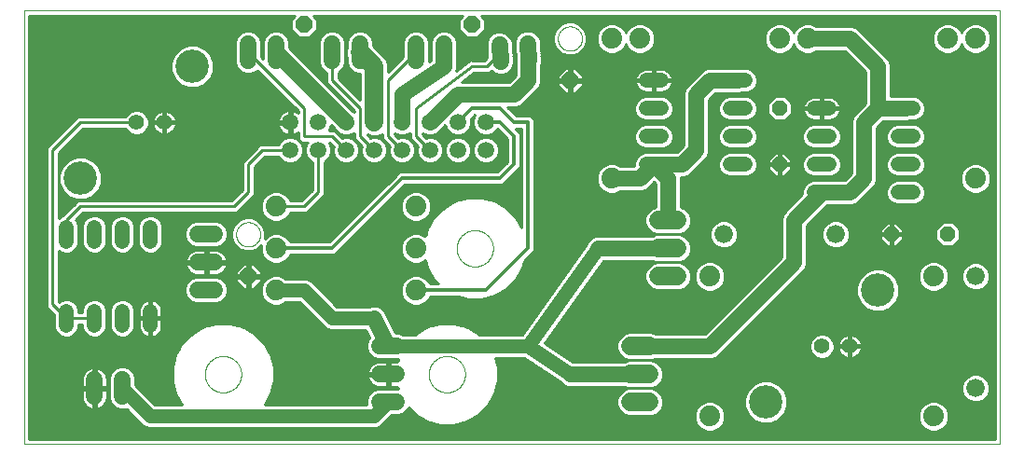
<source format=gbl>
G75*
%MOIN*%
%OFA0B0*%
%FSLAX25Y25*%
%IPPOS*%
%LPD*%
%AMOC8*
5,1,8,0,0,1.08239X$1,22.5*
%
%ADD10C,0.00000*%
%ADD11C,0.05504*%
%ADD12C,0.11870*%
%ADD13C,0.05200*%
%ADD14C,0.06000*%
%ADD15C,0.05937*%
%ADD16C,0.06600*%
%ADD17OC8,0.05200*%
%ADD18C,0.06600*%
%ADD19C,0.07400*%
%ADD20OC8,0.06000*%
%ADD21C,0.05600*%
%ADD22C,0.04724*%
%ADD23C,0.01000*%
%ADD24C,0.01200*%
%ADD25C,0.05000*%
D10*
X0001500Y0003000D02*
X0001500Y0157961D01*
X0350201Y0157961D01*
X0350201Y0003000D01*
X0001500Y0003000D01*
X0066000Y0028000D02*
X0066002Y0028161D01*
X0066008Y0028321D01*
X0066018Y0028482D01*
X0066032Y0028642D01*
X0066050Y0028802D01*
X0066071Y0028961D01*
X0066097Y0029120D01*
X0066127Y0029278D01*
X0066160Y0029435D01*
X0066198Y0029592D01*
X0066239Y0029747D01*
X0066284Y0029901D01*
X0066333Y0030054D01*
X0066386Y0030206D01*
X0066442Y0030357D01*
X0066503Y0030506D01*
X0066566Y0030654D01*
X0066634Y0030800D01*
X0066705Y0030944D01*
X0066779Y0031086D01*
X0066857Y0031227D01*
X0066939Y0031365D01*
X0067024Y0031502D01*
X0067112Y0031636D01*
X0067204Y0031768D01*
X0067299Y0031898D01*
X0067397Y0032026D01*
X0067498Y0032151D01*
X0067602Y0032273D01*
X0067709Y0032393D01*
X0067819Y0032510D01*
X0067932Y0032625D01*
X0068048Y0032736D01*
X0068167Y0032845D01*
X0068288Y0032950D01*
X0068412Y0033053D01*
X0068538Y0033153D01*
X0068666Y0033249D01*
X0068797Y0033342D01*
X0068931Y0033432D01*
X0069066Y0033519D01*
X0069204Y0033602D01*
X0069343Y0033682D01*
X0069485Y0033758D01*
X0069628Y0033831D01*
X0069773Y0033900D01*
X0069920Y0033966D01*
X0070068Y0034028D01*
X0070218Y0034086D01*
X0070369Y0034141D01*
X0070522Y0034192D01*
X0070676Y0034239D01*
X0070831Y0034282D01*
X0070987Y0034321D01*
X0071143Y0034357D01*
X0071301Y0034388D01*
X0071459Y0034416D01*
X0071618Y0034440D01*
X0071778Y0034460D01*
X0071938Y0034476D01*
X0072098Y0034488D01*
X0072259Y0034496D01*
X0072420Y0034500D01*
X0072580Y0034500D01*
X0072741Y0034496D01*
X0072902Y0034488D01*
X0073062Y0034476D01*
X0073222Y0034460D01*
X0073382Y0034440D01*
X0073541Y0034416D01*
X0073699Y0034388D01*
X0073857Y0034357D01*
X0074013Y0034321D01*
X0074169Y0034282D01*
X0074324Y0034239D01*
X0074478Y0034192D01*
X0074631Y0034141D01*
X0074782Y0034086D01*
X0074932Y0034028D01*
X0075080Y0033966D01*
X0075227Y0033900D01*
X0075372Y0033831D01*
X0075515Y0033758D01*
X0075657Y0033682D01*
X0075796Y0033602D01*
X0075934Y0033519D01*
X0076069Y0033432D01*
X0076203Y0033342D01*
X0076334Y0033249D01*
X0076462Y0033153D01*
X0076588Y0033053D01*
X0076712Y0032950D01*
X0076833Y0032845D01*
X0076952Y0032736D01*
X0077068Y0032625D01*
X0077181Y0032510D01*
X0077291Y0032393D01*
X0077398Y0032273D01*
X0077502Y0032151D01*
X0077603Y0032026D01*
X0077701Y0031898D01*
X0077796Y0031768D01*
X0077888Y0031636D01*
X0077976Y0031502D01*
X0078061Y0031365D01*
X0078143Y0031227D01*
X0078221Y0031086D01*
X0078295Y0030944D01*
X0078366Y0030800D01*
X0078434Y0030654D01*
X0078497Y0030506D01*
X0078558Y0030357D01*
X0078614Y0030206D01*
X0078667Y0030054D01*
X0078716Y0029901D01*
X0078761Y0029747D01*
X0078802Y0029592D01*
X0078840Y0029435D01*
X0078873Y0029278D01*
X0078903Y0029120D01*
X0078929Y0028961D01*
X0078950Y0028802D01*
X0078968Y0028642D01*
X0078982Y0028482D01*
X0078992Y0028321D01*
X0078998Y0028161D01*
X0079000Y0028000D01*
X0078998Y0027839D01*
X0078992Y0027679D01*
X0078982Y0027518D01*
X0078968Y0027358D01*
X0078950Y0027198D01*
X0078929Y0027039D01*
X0078903Y0026880D01*
X0078873Y0026722D01*
X0078840Y0026565D01*
X0078802Y0026408D01*
X0078761Y0026253D01*
X0078716Y0026099D01*
X0078667Y0025946D01*
X0078614Y0025794D01*
X0078558Y0025643D01*
X0078497Y0025494D01*
X0078434Y0025346D01*
X0078366Y0025200D01*
X0078295Y0025056D01*
X0078221Y0024914D01*
X0078143Y0024773D01*
X0078061Y0024635D01*
X0077976Y0024498D01*
X0077888Y0024364D01*
X0077796Y0024232D01*
X0077701Y0024102D01*
X0077603Y0023974D01*
X0077502Y0023849D01*
X0077398Y0023727D01*
X0077291Y0023607D01*
X0077181Y0023490D01*
X0077068Y0023375D01*
X0076952Y0023264D01*
X0076833Y0023155D01*
X0076712Y0023050D01*
X0076588Y0022947D01*
X0076462Y0022847D01*
X0076334Y0022751D01*
X0076203Y0022658D01*
X0076069Y0022568D01*
X0075934Y0022481D01*
X0075796Y0022398D01*
X0075657Y0022318D01*
X0075515Y0022242D01*
X0075372Y0022169D01*
X0075227Y0022100D01*
X0075080Y0022034D01*
X0074932Y0021972D01*
X0074782Y0021914D01*
X0074631Y0021859D01*
X0074478Y0021808D01*
X0074324Y0021761D01*
X0074169Y0021718D01*
X0074013Y0021679D01*
X0073857Y0021643D01*
X0073699Y0021612D01*
X0073541Y0021584D01*
X0073382Y0021560D01*
X0073222Y0021540D01*
X0073062Y0021524D01*
X0072902Y0021512D01*
X0072741Y0021504D01*
X0072580Y0021500D01*
X0072420Y0021500D01*
X0072259Y0021504D01*
X0072098Y0021512D01*
X0071938Y0021524D01*
X0071778Y0021540D01*
X0071618Y0021560D01*
X0071459Y0021584D01*
X0071301Y0021612D01*
X0071143Y0021643D01*
X0070987Y0021679D01*
X0070831Y0021718D01*
X0070676Y0021761D01*
X0070522Y0021808D01*
X0070369Y0021859D01*
X0070218Y0021914D01*
X0070068Y0021972D01*
X0069920Y0022034D01*
X0069773Y0022100D01*
X0069628Y0022169D01*
X0069485Y0022242D01*
X0069343Y0022318D01*
X0069204Y0022398D01*
X0069066Y0022481D01*
X0068931Y0022568D01*
X0068797Y0022658D01*
X0068666Y0022751D01*
X0068538Y0022847D01*
X0068412Y0022947D01*
X0068288Y0023050D01*
X0068167Y0023155D01*
X0068048Y0023264D01*
X0067932Y0023375D01*
X0067819Y0023490D01*
X0067709Y0023607D01*
X0067602Y0023727D01*
X0067498Y0023849D01*
X0067397Y0023974D01*
X0067299Y0024102D01*
X0067204Y0024232D01*
X0067112Y0024364D01*
X0067024Y0024498D01*
X0066939Y0024635D01*
X0066857Y0024773D01*
X0066779Y0024914D01*
X0066705Y0025056D01*
X0066634Y0025200D01*
X0066566Y0025346D01*
X0066503Y0025494D01*
X0066442Y0025643D01*
X0066386Y0025794D01*
X0066333Y0025946D01*
X0066284Y0026099D01*
X0066239Y0026253D01*
X0066198Y0026408D01*
X0066160Y0026565D01*
X0066127Y0026722D01*
X0066097Y0026880D01*
X0066071Y0027039D01*
X0066050Y0027198D01*
X0066032Y0027358D01*
X0066018Y0027518D01*
X0066008Y0027679D01*
X0066002Y0027839D01*
X0066000Y0028000D01*
X0146000Y0028000D02*
X0146002Y0028161D01*
X0146008Y0028321D01*
X0146018Y0028482D01*
X0146032Y0028642D01*
X0146050Y0028802D01*
X0146071Y0028961D01*
X0146097Y0029120D01*
X0146127Y0029278D01*
X0146160Y0029435D01*
X0146198Y0029592D01*
X0146239Y0029747D01*
X0146284Y0029901D01*
X0146333Y0030054D01*
X0146386Y0030206D01*
X0146442Y0030357D01*
X0146503Y0030506D01*
X0146566Y0030654D01*
X0146634Y0030800D01*
X0146705Y0030944D01*
X0146779Y0031086D01*
X0146857Y0031227D01*
X0146939Y0031365D01*
X0147024Y0031502D01*
X0147112Y0031636D01*
X0147204Y0031768D01*
X0147299Y0031898D01*
X0147397Y0032026D01*
X0147498Y0032151D01*
X0147602Y0032273D01*
X0147709Y0032393D01*
X0147819Y0032510D01*
X0147932Y0032625D01*
X0148048Y0032736D01*
X0148167Y0032845D01*
X0148288Y0032950D01*
X0148412Y0033053D01*
X0148538Y0033153D01*
X0148666Y0033249D01*
X0148797Y0033342D01*
X0148931Y0033432D01*
X0149066Y0033519D01*
X0149204Y0033602D01*
X0149343Y0033682D01*
X0149485Y0033758D01*
X0149628Y0033831D01*
X0149773Y0033900D01*
X0149920Y0033966D01*
X0150068Y0034028D01*
X0150218Y0034086D01*
X0150369Y0034141D01*
X0150522Y0034192D01*
X0150676Y0034239D01*
X0150831Y0034282D01*
X0150987Y0034321D01*
X0151143Y0034357D01*
X0151301Y0034388D01*
X0151459Y0034416D01*
X0151618Y0034440D01*
X0151778Y0034460D01*
X0151938Y0034476D01*
X0152098Y0034488D01*
X0152259Y0034496D01*
X0152420Y0034500D01*
X0152580Y0034500D01*
X0152741Y0034496D01*
X0152902Y0034488D01*
X0153062Y0034476D01*
X0153222Y0034460D01*
X0153382Y0034440D01*
X0153541Y0034416D01*
X0153699Y0034388D01*
X0153857Y0034357D01*
X0154013Y0034321D01*
X0154169Y0034282D01*
X0154324Y0034239D01*
X0154478Y0034192D01*
X0154631Y0034141D01*
X0154782Y0034086D01*
X0154932Y0034028D01*
X0155080Y0033966D01*
X0155227Y0033900D01*
X0155372Y0033831D01*
X0155515Y0033758D01*
X0155657Y0033682D01*
X0155796Y0033602D01*
X0155934Y0033519D01*
X0156069Y0033432D01*
X0156203Y0033342D01*
X0156334Y0033249D01*
X0156462Y0033153D01*
X0156588Y0033053D01*
X0156712Y0032950D01*
X0156833Y0032845D01*
X0156952Y0032736D01*
X0157068Y0032625D01*
X0157181Y0032510D01*
X0157291Y0032393D01*
X0157398Y0032273D01*
X0157502Y0032151D01*
X0157603Y0032026D01*
X0157701Y0031898D01*
X0157796Y0031768D01*
X0157888Y0031636D01*
X0157976Y0031502D01*
X0158061Y0031365D01*
X0158143Y0031227D01*
X0158221Y0031086D01*
X0158295Y0030944D01*
X0158366Y0030800D01*
X0158434Y0030654D01*
X0158497Y0030506D01*
X0158558Y0030357D01*
X0158614Y0030206D01*
X0158667Y0030054D01*
X0158716Y0029901D01*
X0158761Y0029747D01*
X0158802Y0029592D01*
X0158840Y0029435D01*
X0158873Y0029278D01*
X0158903Y0029120D01*
X0158929Y0028961D01*
X0158950Y0028802D01*
X0158968Y0028642D01*
X0158982Y0028482D01*
X0158992Y0028321D01*
X0158998Y0028161D01*
X0159000Y0028000D01*
X0158998Y0027839D01*
X0158992Y0027679D01*
X0158982Y0027518D01*
X0158968Y0027358D01*
X0158950Y0027198D01*
X0158929Y0027039D01*
X0158903Y0026880D01*
X0158873Y0026722D01*
X0158840Y0026565D01*
X0158802Y0026408D01*
X0158761Y0026253D01*
X0158716Y0026099D01*
X0158667Y0025946D01*
X0158614Y0025794D01*
X0158558Y0025643D01*
X0158497Y0025494D01*
X0158434Y0025346D01*
X0158366Y0025200D01*
X0158295Y0025056D01*
X0158221Y0024914D01*
X0158143Y0024773D01*
X0158061Y0024635D01*
X0157976Y0024498D01*
X0157888Y0024364D01*
X0157796Y0024232D01*
X0157701Y0024102D01*
X0157603Y0023974D01*
X0157502Y0023849D01*
X0157398Y0023727D01*
X0157291Y0023607D01*
X0157181Y0023490D01*
X0157068Y0023375D01*
X0156952Y0023264D01*
X0156833Y0023155D01*
X0156712Y0023050D01*
X0156588Y0022947D01*
X0156462Y0022847D01*
X0156334Y0022751D01*
X0156203Y0022658D01*
X0156069Y0022568D01*
X0155934Y0022481D01*
X0155796Y0022398D01*
X0155657Y0022318D01*
X0155515Y0022242D01*
X0155372Y0022169D01*
X0155227Y0022100D01*
X0155080Y0022034D01*
X0154932Y0021972D01*
X0154782Y0021914D01*
X0154631Y0021859D01*
X0154478Y0021808D01*
X0154324Y0021761D01*
X0154169Y0021718D01*
X0154013Y0021679D01*
X0153857Y0021643D01*
X0153699Y0021612D01*
X0153541Y0021584D01*
X0153382Y0021560D01*
X0153222Y0021540D01*
X0153062Y0021524D01*
X0152902Y0021512D01*
X0152741Y0021504D01*
X0152580Y0021500D01*
X0152420Y0021500D01*
X0152259Y0021504D01*
X0152098Y0021512D01*
X0151938Y0021524D01*
X0151778Y0021540D01*
X0151618Y0021560D01*
X0151459Y0021584D01*
X0151301Y0021612D01*
X0151143Y0021643D01*
X0150987Y0021679D01*
X0150831Y0021718D01*
X0150676Y0021761D01*
X0150522Y0021808D01*
X0150369Y0021859D01*
X0150218Y0021914D01*
X0150068Y0021972D01*
X0149920Y0022034D01*
X0149773Y0022100D01*
X0149628Y0022169D01*
X0149485Y0022242D01*
X0149343Y0022318D01*
X0149204Y0022398D01*
X0149066Y0022481D01*
X0148931Y0022568D01*
X0148797Y0022658D01*
X0148666Y0022751D01*
X0148538Y0022847D01*
X0148412Y0022947D01*
X0148288Y0023050D01*
X0148167Y0023155D01*
X0148048Y0023264D01*
X0147932Y0023375D01*
X0147819Y0023490D01*
X0147709Y0023607D01*
X0147602Y0023727D01*
X0147498Y0023849D01*
X0147397Y0023974D01*
X0147299Y0024102D01*
X0147204Y0024232D01*
X0147112Y0024364D01*
X0147024Y0024498D01*
X0146939Y0024635D01*
X0146857Y0024773D01*
X0146779Y0024914D01*
X0146705Y0025056D01*
X0146634Y0025200D01*
X0146566Y0025346D01*
X0146503Y0025494D01*
X0146442Y0025643D01*
X0146386Y0025794D01*
X0146333Y0025946D01*
X0146284Y0026099D01*
X0146239Y0026253D01*
X0146198Y0026408D01*
X0146160Y0026565D01*
X0146127Y0026722D01*
X0146097Y0026880D01*
X0146071Y0027039D01*
X0146050Y0027198D01*
X0146032Y0027358D01*
X0146018Y0027518D01*
X0146008Y0027679D01*
X0146002Y0027839D01*
X0146000Y0028000D01*
X0156000Y0073000D02*
X0156002Y0073161D01*
X0156008Y0073321D01*
X0156018Y0073482D01*
X0156032Y0073642D01*
X0156050Y0073802D01*
X0156071Y0073961D01*
X0156097Y0074120D01*
X0156127Y0074278D01*
X0156160Y0074435D01*
X0156198Y0074592D01*
X0156239Y0074747D01*
X0156284Y0074901D01*
X0156333Y0075054D01*
X0156386Y0075206D01*
X0156442Y0075357D01*
X0156503Y0075506D01*
X0156566Y0075654D01*
X0156634Y0075800D01*
X0156705Y0075944D01*
X0156779Y0076086D01*
X0156857Y0076227D01*
X0156939Y0076365D01*
X0157024Y0076502D01*
X0157112Y0076636D01*
X0157204Y0076768D01*
X0157299Y0076898D01*
X0157397Y0077026D01*
X0157498Y0077151D01*
X0157602Y0077273D01*
X0157709Y0077393D01*
X0157819Y0077510D01*
X0157932Y0077625D01*
X0158048Y0077736D01*
X0158167Y0077845D01*
X0158288Y0077950D01*
X0158412Y0078053D01*
X0158538Y0078153D01*
X0158666Y0078249D01*
X0158797Y0078342D01*
X0158931Y0078432D01*
X0159066Y0078519D01*
X0159204Y0078602D01*
X0159343Y0078682D01*
X0159485Y0078758D01*
X0159628Y0078831D01*
X0159773Y0078900D01*
X0159920Y0078966D01*
X0160068Y0079028D01*
X0160218Y0079086D01*
X0160369Y0079141D01*
X0160522Y0079192D01*
X0160676Y0079239D01*
X0160831Y0079282D01*
X0160987Y0079321D01*
X0161143Y0079357D01*
X0161301Y0079388D01*
X0161459Y0079416D01*
X0161618Y0079440D01*
X0161778Y0079460D01*
X0161938Y0079476D01*
X0162098Y0079488D01*
X0162259Y0079496D01*
X0162420Y0079500D01*
X0162580Y0079500D01*
X0162741Y0079496D01*
X0162902Y0079488D01*
X0163062Y0079476D01*
X0163222Y0079460D01*
X0163382Y0079440D01*
X0163541Y0079416D01*
X0163699Y0079388D01*
X0163857Y0079357D01*
X0164013Y0079321D01*
X0164169Y0079282D01*
X0164324Y0079239D01*
X0164478Y0079192D01*
X0164631Y0079141D01*
X0164782Y0079086D01*
X0164932Y0079028D01*
X0165080Y0078966D01*
X0165227Y0078900D01*
X0165372Y0078831D01*
X0165515Y0078758D01*
X0165657Y0078682D01*
X0165796Y0078602D01*
X0165934Y0078519D01*
X0166069Y0078432D01*
X0166203Y0078342D01*
X0166334Y0078249D01*
X0166462Y0078153D01*
X0166588Y0078053D01*
X0166712Y0077950D01*
X0166833Y0077845D01*
X0166952Y0077736D01*
X0167068Y0077625D01*
X0167181Y0077510D01*
X0167291Y0077393D01*
X0167398Y0077273D01*
X0167502Y0077151D01*
X0167603Y0077026D01*
X0167701Y0076898D01*
X0167796Y0076768D01*
X0167888Y0076636D01*
X0167976Y0076502D01*
X0168061Y0076365D01*
X0168143Y0076227D01*
X0168221Y0076086D01*
X0168295Y0075944D01*
X0168366Y0075800D01*
X0168434Y0075654D01*
X0168497Y0075506D01*
X0168558Y0075357D01*
X0168614Y0075206D01*
X0168667Y0075054D01*
X0168716Y0074901D01*
X0168761Y0074747D01*
X0168802Y0074592D01*
X0168840Y0074435D01*
X0168873Y0074278D01*
X0168903Y0074120D01*
X0168929Y0073961D01*
X0168950Y0073802D01*
X0168968Y0073642D01*
X0168982Y0073482D01*
X0168992Y0073321D01*
X0168998Y0073161D01*
X0169000Y0073000D01*
X0168998Y0072839D01*
X0168992Y0072679D01*
X0168982Y0072518D01*
X0168968Y0072358D01*
X0168950Y0072198D01*
X0168929Y0072039D01*
X0168903Y0071880D01*
X0168873Y0071722D01*
X0168840Y0071565D01*
X0168802Y0071408D01*
X0168761Y0071253D01*
X0168716Y0071099D01*
X0168667Y0070946D01*
X0168614Y0070794D01*
X0168558Y0070643D01*
X0168497Y0070494D01*
X0168434Y0070346D01*
X0168366Y0070200D01*
X0168295Y0070056D01*
X0168221Y0069914D01*
X0168143Y0069773D01*
X0168061Y0069635D01*
X0167976Y0069498D01*
X0167888Y0069364D01*
X0167796Y0069232D01*
X0167701Y0069102D01*
X0167603Y0068974D01*
X0167502Y0068849D01*
X0167398Y0068727D01*
X0167291Y0068607D01*
X0167181Y0068490D01*
X0167068Y0068375D01*
X0166952Y0068264D01*
X0166833Y0068155D01*
X0166712Y0068050D01*
X0166588Y0067947D01*
X0166462Y0067847D01*
X0166334Y0067751D01*
X0166203Y0067658D01*
X0166069Y0067568D01*
X0165934Y0067481D01*
X0165796Y0067398D01*
X0165657Y0067318D01*
X0165515Y0067242D01*
X0165372Y0067169D01*
X0165227Y0067100D01*
X0165080Y0067034D01*
X0164932Y0066972D01*
X0164782Y0066914D01*
X0164631Y0066859D01*
X0164478Y0066808D01*
X0164324Y0066761D01*
X0164169Y0066718D01*
X0164013Y0066679D01*
X0163857Y0066643D01*
X0163699Y0066612D01*
X0163541Y0066584D01*
X0163382Y0066560D01*
X0163222Y0066540D01*
X0163062Y0066524D01*
X0162902Y0066512D01*
X0162741Y0066504D01*
X0162580Y0066500D01*
X0162420Y0066500D01*
X0162259Y0066504D01*
X0162098Y0066512D01*
X0161938Y0066524D01*
X0161778Y0066540D01*
X0161618Y0066560D01*
X0161459Y0066584D01*
X0161301Y0066612D01*
X0161143Y0066643D01*
X0160987Y0066679D01*
X0160831Y0066718D01*
X0160676Y0066761D01*
X0160522Y0066808D01*
X0160369Y0066859D01*
X0160218Y0066914D01*
X0160068Y0066972D01*
X0159920Y0067034D01*
X0159773Y0067100D01*
X0159628Y0067169D01*
X0159485Y0067242D01*
X0159343Y0067318D01*
X0159204Y0067398D01*
X0159066Y0067481D01*
X0158931Y0067568D01*
X0158797Y0067658D01*
X0158666Y0067751D01*
X0158538Y0067847D01*
X0158412Y0067947D01*
X0158288Y0068050D01*
X0158167Y0068155D01*
X0158048Y0068264D01*
X0157932Y0068375D01*
X0157819Y0068490D01*
X0157709Y0068607D01*
X0157602Y0068727D01*
X0157498Y0068849D01*
X0157397Y0068974D01*
X0157299Y0069102D01*
X0157204Y0069232D01*
X0157112Y0069364D01*
X0157024Y0069498D01*
X0156939Y0069635D01*
X0156857Y0069773D01*
X0156779Y0069914D01*
X0156705Y0070056D01*
X0156634Y0070200D01*
X0156566Y0070346D01*
X0156503Y0070494D01*
X0156442Y0070643D01*
X0156386Y0070794D01*
X0156333Y0070946D01*
X0156284Y0071099D01*
X0156239Y0071253D01*
X0156198Y0071408D01*
X0156160Y0071565D01*
X0156127Y0071722D01*
X0156097Y0071880D01*
X0156071Y0072039D01*
X0156050Y0072198D01*
X0156032Y0072358D01*
X0156018Y0072518D01*
X0156008Y0072679D01*
X0156002Y0072839D01*
X0156000Y0073000D01*
X0077169Y0078000D02*
X0077171Y0078131D01*
X0077177Y0078263D01*
X0077187Y0078394D01*
X0077201Y0078525D01*
X0077219Y0078655D01*
X0077241Y0078784D01*
X0077266Y0078913D01*
X0077296Y0079041D01*
X0077330Y0079168D01*
X0077367Y0079295D01*
X0077408Y0079419D01*
X0077453Y0079543D01*
X0077502Y0079665D01*
X0077554Y0079786D01*
X0077610Y0079904D01*
X0077670Y0080022D01*
X0077733Y0080137D01*
X0077800Y0080250D01*
X0077870Y0080362D01*
X0077943Y0080471D01*
X0078019Y0080577D01*
X0078099Y0080682D01*
X0078182Y0080784D01*
X0078268Y0080883D01*
X0078357Y0080980D01*
X0078449Y0081074D01*
X0078544Y0081165D01*
X0078641Y0081254D01*
X0078741Y0081339D01*
X0078844Y0081421D01*
X0078949Y0081500D01*
X0079056Y0081576D01*
X0079166Y0081648D01*
X0079278Y0081717D01*
X0079392Y0081783D01*
X0079507Y0081845D01*
X0079625Y0081904D01*
X0079744Y0081959D01*
X0079865Y0082011D01*
X0079988Y0082058D01*
X0080112Y0082102D01*
X0080237Y0082143D01*
X0080363Y0082179D01*
X0080491Y0082212D01*
X0080619Y0082240D01*
X0080748Y0082265D01*
X0080878Y0082286D01*
X0081008Y0082303D01*
X0081139Y0082316D01*
X0081270Y0082325D01*
X0081401Y0082330D01*
X0081533Y0082331D01*
X0081664Y0082328D01*
X0081796Y0082321D01*
X0081927Y0082310D01*
X0082057Y0082295D01*
X0082187Y0082276D01*
X0082317Y0082253D01*
X0082445Y0082227D01*
X0082573Y0082196D01*
X0082700Y0082161D01*
X0082826Y0082123D01*
X0082950Y0082081D01*
X0083074Y0082035D01*
X0083195Y0081985D01*
X0083315Y0081932D01*
X0083434Y0081875D01*
X0083551Y0081815D01*
X0083665Y0081751D01*
X0083778Y0081683D01*
X0083889Y0081612D01*
X0083998Y0081538D01*
X0084104Y0081461D01*
X0084208Y0081380D01*
X0084309Y0081297D01*
X0084408Y0081210D01*
X0084504Y0081120D01*
X0084597Y0081027D01*
X0084688Y0080932D01*
X0084775Y0080834D01*
X0084860Y0080733D01*
X0084941Y0080630D01*
X0085019Y0080524D01*
X0085094Y0080416D01*
X0085166Y0080306D01*
X0085234Y0080194D01*
X0085299Y0080080D01*
X0085360Y0079963D01*
X0085418Y0079845D01*
X0085472Y0079725D01*
X0085523Y0079604D01*
X0085570Y0079481D01*
X0085613Y0079357D01*
X0085652Y0079232D01*
X0085688Y0079105D01*
X0085719Y0078977D01*
X0085747Y0078849D01*
X0085771Y0078720D01*
X0085791Y0078590D01*
X0085807Y0078459D01*
X0085819Y0078328D01*
X0085827Y0078197D01*
X0085831Y0078066D01*
X0085831Y0077934D01*
X0085827Y0077803D01*
X0085819Y0077672D01*
X0085807Y0077541D01*
X0085791Y0077410D01*
X0085771Y0077280D01*
X0085747Y0077151D01*
X0085719Y0077023D01*
X0085688Y0076895D01*
X0085652Y0076768D01*
X0085613Y0076643D01*
X0085570Y0076519D01*
X0085523Y0076396D01*
X0085472Y0076275D01*
X0085418Y0076155D01*
X0085360Y0076037D01*
X0085299Y0075920D01*
X0085234Y0075806D01*
X0085166Y0075694D01*
X0085094Y0075584D01*
X0085019Y0075476D01*
X0084941Y0075370D01*
X0084860Y0075267D01*
X0084775Y0075166D01*
X0084688Y0075068D01*
X0084597Y0074973D01*
X0084504Y0074880D01*
X0084408Y0074790D01*
X0084309Y0074703D01*
X0084208Y0074620D01*
X0084104Y0074539D01*
X0083998Y0074462D01*
X0083889Y0074388D01*
X0083778Y0074317D01*
X0083666Y0074249D01*
X0083551Y0074185D01*
X0083434Y0074125D01*
X0083315Y0074068D01*
X0083195Y0074015D01*
X0083074Y0073965D01*
X0082950Y0073919D01*
X0082826Y0073877D01*
X0082700Y0073839D01*
X0082573Y0073804D01*
X0082445Y0073773D01*
X0082317Y0073747D01*
X0082187Y0073724D01*
X0082057Y0073705D01*
X0081927Y0073690D01*
X0081796Y0073679D01*
X0081664Y0073672D01*
X0081533Y0073669D01*
X0081401Y0073670D01*
X0081270Y0073675D01*
X0081139Y0073684D01*
X0081008Y0073697D01*
X0080878Y0073714D01*
X0080748Y0073735D01*
X0080619Y0073760D01*
X0080491Y0073788D01*
X0080363Y0073821D01*
X0080237Y0073857D01*
X0080112Y0073898D01*
X0079988Y0073942D01*
X0079865Y0073989D01*
X0079744Y0074041D01*
X0079625Y0074096D01*
X0079507Y0074155D01*
X0079392Y0074217D01*
X0079278Y0074283D01*
X0079166Y0074352D01*
X0079056Y0074424D01*
X0078949Y0074500D01*
X0078844Y0074579D01*
X0078741Y0074661D01*
X0078641Y0074746D01*
X0078544Y0074835D01*
X0078449Y0074926D01*
X0078357Y0075020D01*
X0078268Y0075117D01*
X0078182Y0075216D01*
X0078099Y0075318D01*
X0078019Y0075423D01*
X0077943Y0075529D01*
X0077870Y0075638D01*
X0077800Y0075750D01*
X0077733Y0075863D01*
X0077670Y0075978D01*
X0077610Y0076096D01*
X0077554Y0076214D01*
X0077502Y0076335D01*
X0077453Y0076457D01*
X0077408Y0076581D01*
X0077367Y0076705D01*
X0077330Y0076832D01*
X0077296Y0076959D01*
X0077266Y0077087D01*
X0077241Y0077216D01*
X0077219Y0077345D01*
X0077201Y0077475D01*
X0077187Y0077606D01*
X0077177Y0077737D01*
X0077171Y0077869D01*
X0077169Y0078000D01*
X0192169Y0148000D02*
X0192171Y0148131D01*
X0192177Y0148263D01*
X0192187Y0148394D01*
X0192201Y0148525D01*
X0192219Y0148655D01*
X0192241Y0148784D01*
X0192266Y0148913D01*
X0192296Y0149041D01*
X0192330Y0149168D01*
X0192367Y0149295D01*
X0192408Y0149419D01*
X0192453Y0149543D01*
X0192502Y0149665D01*
X0192554Y0149786D01*
X0192610Y0149904D01*
X0192670Y0150022D01*
X0192733Y0150137D01*
X0192800Y0150250D01*
X0192870Y0150362D01*
X0192943Y0150471D01*
X0193019Y0150577D01*
X0193099Y0150682D01*
X0193182Y0150784D01*
X0193268Y0150883D01*
X0193357Y0150980D01*
X0193449Y0151074D01*
X0193544Y0151165D01*
X0193641Y0151254D01*
X0193741Y0151339D01*
X0193844Y0151421D01*
X0193949Y0151500D01*
X0194056Y0151576D01*
X0194166Y0151648D01*
X0194278Y0151717D01*
X0194392Y0151783D01*
X0194507Y0151845D01*
X0194625Y0151904D01*
X0194744Y0151959D01*
X0194865Y0152011D01*
X0194988Y0152058D01*
X0195112Y0152102D01*
X0195237Y0152143D01*
X0195363Y0152179D01*
X0195491Y0152212D01*
X0195619Y0152240D01*
X0195748Y0152265D01*
X0195878Y0152286D01*
X0196008Y0152303D01*
X0196139Y0152316D01*
X0196270Y0152325D01*
X0196401Y0152330D01*
X0196533Y0152331D01*
X0196664Y0152328D01*
X0196796Y0152321D01*
X0196927Y0152310D01*
X0197057Y0152295D01*
X0197187Y0152276D01*
X0197317Y0152253D01*
X0197445Y0152227D01*
X0197573Y0152196D01*
X0197700Y0152161D01*
X0197826Y0152123D01*
X0197950Y0152081D01*
X0198074Y0152035D01*
X0198195Y0151985D01*
X0198315Y0151932D01*
X0198434Y0151875D01*
X0198551Y0151815D01*
X0198665Y0151751D01*
X0198778Y0151683D01*
X0198889Y0151612D01*
X0198998Y0151538D01*
X0199104Y0151461D01*
X0199208Y0151380D01*
X0199309Y0151297D01*
X0199408Y0151210D01*
X0199504Y0151120D01*
X0199597Y0151027D01*
X0199688Y0150932D01*
X0199775Y0150834D01*
X0199860Y0150733D01*
X0199941Y0150630D01*
X0200019Y0150524D01*
X0200094Y0150416D01*
X0200166Y0150306D01*
X0200234Y0150194D01*
X0200299Y0150080D01*
X0200360Y0149963D01*
X0200418Y0149845D01*
X0200472Y0149725D01*
X0200523Y0149604D01*
X0200570Y0149481D01*
X0200613Y0149357D01*
X0200652Y0149232D01*
X0200688Y0149105D01*
X0200719Y0148977D01*
X0200747Y0148849D01*
X0200771Y0148720D01*
X0200791Y0148590D01*
X0200807Y0148459D01*
X0200819Y0148328D01*
X0200827Y0148197D01*
X0200831Y0148066D01*
X0200831Y0147934D01*
X0200827Y0147803D01*
X0200819Y0147672D01*
X0200807Y0147541D01*
X0200791Y0147410D01*
X0200771Y0147280D01*
X0200747Y0147151D01*
X0200719Y0147023D01*
X0200688Y0146895D01*
X0200652Y0146768D01*
X0200613Y0146643D01*
X0200570Y0146519D01*
X0200523Y0146396D01*
X0200472Y0146275D01*
X0200418Y0146155D01*
X0200360Y0146037D01*
X0200299Y0145920D01*
X0200234Y0145806D01*
X0200166Y0145694D01*
X0200094Y0145584D01*
X0200019Y0145476D01*
X0199941Y0145370D01*
X0199860Y0145267D01*
X0199775Y0145166D01*
X0199688Y0145068D01*
X0199597Y0144973D01*
X0199504Y0144880D01*
X0199408Y0144790D01*
X0199309Y0144703D01*
X0199208Y0144620D01*
X0199104Y0144539D01*
X0198998Y0144462D01*
X0198889Y0144388D01*
X0198778Y0144317D01*
X0198666Y0144249D01*
X0198551Y0144185D01*
X0198434Y0144125D01*
X0198315Y0144068D01*
X0198195Y0144015D01*
X0198074Y0143965D01*
X0197950Y0143919D01*
X0197826Y0143877D01*
X0197700Y0143839D01*
X0197573Y0143804D01*
X0197445Y0143773D01*
X0197317Y0143747D01*
X0197187Y0143724D01*
X0197057Y0143705D01*
X0196927Y0143690D01*
X0196796Y0143679D01*
X0196664Y0143672D01*
X0196533Y0143669D01*
X0196401Y0143670D01*
X0196270Y0143675D01*
X0196139Y0143684D01*
X0196008Y0143697D01*
X0195878Y0143714D01*
X0195748Y0143735D01*
X0195619Y0143760D01*
X0195491Y0143788D01*
X0195363Y0143821D01*
X0195237Y0143857D01*
X0195112Y0143898D01*
X0194988Y0143942D01*
X0194865Y0143989D01*
X0194744Y0144041D01*
X0194625Y0144096D01*
X0194507Y0144155D01*
X0194392Y0144217D01*
X0194278Y0144283D01*
X0194166Y0144352D01*
X0194056Y0144424D01*
X0193949Y0144500D01*
X0193844Y0144579D01*
X0193741Y0144661D01*
X0193641Y0144746D01*
X0193544Y0144835D01*
X0193449Y0144926D01*
X0193357Y0145020D01*
X0193268Y0145117D01*
X0193182Y0145216D01*
X0193099Y0145318D01*
X0193019Y0145423D01*
X0192943Y0145529D01*
X0192870Y0145638D01*
X0192800Y0145750D01*
X0192733Y0145863D01*
X0192670Y0145978D01*
X0192610Y0146096D01*
X0192554Y0146214D01*
X0192502Y0146335D01*
X0192453Y0146457D01*
X0192408Y0146581D01*
X0192367Y0146705D01*
X0192330Y0146832D01*
X0192296Y0146959D01*
X0192266Y0147087D01*
X0192241Y0147216D01*
X0192219Y0147345D01*
X0192201Y0147475D01*
X0192187Y0147606D01*
X0192177Y0147737D01*
X0192171Y0147869D01*
X0192169Y0148000D01*
D11*
X0051500Y0118000D03*
X0041500Y0118000D03*
X0286500Y0038000D03*
X0296500Y0038000D03*
D12*
X0266500Y0018000D03*
X0306500Y0058000D03*
X0061500Y0138000D03*
X0021500Y0098000D03*
D13*
X0016500Y0080600D02*
X0016500Y0075400D01*
X0026500Y0075400D02*
X0026500Y0080600D01*
X0036500Y0080600D02*
X0036500Y0075400D01*
X0046500Y0075400D02*
X0046500Y0080600D01*
X0046500Y0050600D02*
X0046500Y0045400D01*
X0036500Y0045400D02*
X0036500Y0050600D01*
X0026500Y0050600D02*
X0026500Y0045400D01*
X0016500Y0045400D02*
X0016500Y0050600D01*
X0223900Y0103000D02*
X0229100Y0103000D01*
X0229100Y0113000D02*
X0223900Y0113000D01*
X0223900Y0123000D02*
X0229100Y0123000D01*
X0229100Y0133000D02*
X0223900Y0133000D01*
X0253900Y0133000D02*
X0259100Y0133000D01*
X0259100Y0123000D02*
X0253900Y0123000D01*
X0253900Y0113000D02*
X0259100Y0113000D01*
X0259100Y0103000D02*
X0253900Y0103000D01*
X0283900Y0103000D02*
X0289100Y0103000D01*
X0289100Y0093000D02*
X0283900Y0093000D01*
X0313900Y0093000D02*
X0319100Y0093000D01*
X0319100Y0103000D02*
X0313900Y0103000D01*
X0313900Y0113000D02*
X0319100Y0113000D01*
X0319100Y0123000D02*
X0313900Y0123000D01*
X0289100Y0123000D02*
X0283900Y0123000D01*
X0283900Y0113000D02*
X0289100Y0113000D01*
D14*
X0181626Y0140221D02*
X0181364Y0146215D01*
X0171374Y0145779D02*
X0171636Y0139785D01*
X0151500Y0140000D02*
X0151500Y0146000D01*
X0141500Y0146000D02*
X0141500Y0140000D01*
X0121500Y0140000D02*
X0121500Y0146000D01*
X0111500Y0146000D02*
X0111500Y0140000D01*
X0091500Y0140000D02*
X0091500Y0146000D01*
X0081500Y0146000D02*
X0081500Y0140000D01*
X0069500Y0078000D02*
X0063500Y0078000D01*
X0063500Y0068000D02*
X0069500Y0068000D01*
X0069500Y0058000D02*
X0063500Y0058000D01*
X0128500Y0038000D02*
X0134500Y0038000D01*
X0134500Y0028000D02*
X0128500Y0028000D01*
X0128500Y0018000D02*
X0134500Y0018000D01*
X0036500Y0020000D02*
X0036500Y0026000D01*
X0026500Y0026000D02*
X0026500Y0020000D01*
D15*
X0096500Y0108000D03*
X0106500Y0108000D03*
X0116500Y0108000D03*
X0126500Y0108000D03*
X0136500Y0108000D03*
X0146500Y0108000D03*
X0156500Y0108000D03*
X0166500Y0108000D03*
X0166500Y0118000D03*
X0156500Y0118000D03*
X0146500Y0118000D03*
X0136500Y0118000D03*
X0126500Y0118000D03*
X0116500Y0118000D03*
X0106500Y0118000D03*
X0096500Y0118000D03*
D16*
X0251500Y0078000D03*
X0291500Y0078000D03*
X0341500Y0063000D03*
X0341500Y0023000D03*
D17*
X0331500Y0078000D03*
X0311500Y0078000D03*
X0271500Y0103000D03*
X0271500Y0123000D03*
D18*
X0234800Y0083000D02*
X0228200Y0083000D01*
X0228200Y0073000D02*
X0234800Y0073000D01*
X0234800Y0063000D02*
X0228200Y0063000D01*
X0224800Y0038000D02*
X0218200Y0038000D01*
X0218200Y0028000D02*
X0224800Y0028000D01*
X0224800Y0018000D02*
X0218200Y0018000D01*
X0126500Y0118000D02*
X0126500Y0138000D01*
X0121500Y0143000D01*
D19*
X0211500Y0148000D03*
X0221500Y0148000D03*
X0271500Y0148000D03*
X0281500Y0148000D03*
X0331500Y0148000D03*
X0341500Y0148000D03*
X0341500Y0098000D03*
X0326500Y0063000D03*
X0246500Y0063000D03*
X0211500Y0098000D03*
X0141500Y0088000D03*
X0141500Y0073000D03*
X0141500Y0058000D03*
X0091500Y0058000D03*
X0091500Y0073000D03*
X0091500Y0088000D03*
X0246500Y0013000D03*
X0326500Y0013000D03*
D20*
X0081500Y0063000D03*
X0196500Y0133000D03*
X0161500Y0153000D03*
X0101500Y0153000D03*
D21*
X0091500Y0143000D02*
X0116500Y0118000D01*
X0136500Y0118000D02*
X0136500Y0128000D01*
X0151500Y0138000D01*
X0151500Y0143000D01*
X0156500Y0128000D02*
X0176500Y0128000D01*
X0181500Y0133000D01*
X0181495Y0133005D01*
X0181495Y0143218D01*
X0156500Y0128000D02*
X0146500Y0118000D01*
X0211500Y0098000D02*
X0221500Y0098000D01*
X0226500Y0103000D01*
X0236500Y0103000D01*
X0241500Y0108000D01*
X0241500Y0128000D01*
X0246500Y0133000D01*
X0256500Y0133000D01*
X0281500Y0148000D02*
X0296500Y0148000D01*
X0306500Y0138000D01*
X0306500Y0123000D01*
X0316500Y0123000D01*
X0306500Y0123000D02*
X0301500Y0118000D01*
X0301500Y0098000D01*
X0296500Y0093000D01*
X0286500Y0093000D01*
X0276500Y0083000D01*
X0276500Y0068000D01*
X0246500Y0038000D01*
X0221500Y0038000D01*
X0221500Y0028000D02*
X0196500Y0028000D01*
X0131500Y0038000D02*
X0126500Y0048000D01*
X0206500Y0073000D02*
X0231500Y0073000D01*
X0231500Y0083000D02*
X0231500Y0098000D01*
X0226500Y0103000D01*
D22*
X0201500Y0103000D03*
X0191500Y0103000D03*
X0191500Y0113000D03*
X0201500Y0113000D03*
X0126500Y0048000D03*
D23*
X0130566Y0049930D02*
X0184860Y0049930D01*
X0184147Y0048932D02*
X0131065Y0048932D01*
X0131565Y0047933D02*
X0183434Y0047933D01*
X0182720Y0046934D02*
X0132064Y0046934D01*
X0132563Y0045936D02*
X0149119Y0045936D01*
X0150104Y0046200D02*
X0145475Y0044960D01*
X0141325Y0042564D01*
X0140961Y0042200D01*
X0136642Y0042200D01*
X0135435Y0042700D01*
X0134181Y0042700D01*
X0130125Y0050813D01*
X0128772Y0051986D01*
X0127074Y0052552D01*
X0125288Y0052425D01*
X0124838Y0052200D01*
X0113240Y0052200D01*
X0105061Y0060379D01*
X0103879Y0061561D01*
X0102335Y0062200D01*
X0094937Y0062200D01*
X0094559Y0062578D01*
X0092574Y0063400D01*
X0090426Y0063400D01*
X0088441Y0062578D01*
X0086922Y0061059D01*
X0086100Y0059074D01*
X0086100Y0056926D01*
X0086922Y0054941D01*
X0088441Y0053422D01*
X0090426Y0052600D01*
X0092574Y0052600D01*
X0094559Y0053422D01*
X0094937Y0053800D01*
X0099760Y0053800D01*
X0109121Y0044439D01*
X0110665Y0043800D01*
X0123569Y0043800D01*
X0124930Y0041077D01*
X0124516Y0040662D01*
X0123800Y0038935D01*
X0123800Y0037065D01*
X0124516Y0035338D01*
X0125838Y0034016D01*
X0127565Y0033300D01*
X0135078Y0033300D01*
X0134863Y0032499D01*
X0134854Y0032500D01*
X0132000Y0032500D01*
X0132000Y0028500D01*
X0131000Y0028500D01*
X0131000Y0032500D01*
X0128146Y0032500D01*
X0127446Y0032389D01*
X0126773Y0032170D01*
X0126141Y0031849D01*
X0125568Y0031432D01*
X0125068Y0030932D01*
X0124651Y0030359D01*
X0124330Y0029727D01*
X0124111Y0029054D01*
X0124023Y0028500D01*
X0131000Y0028500D01*
X0131000Y0027500D01*
X0132000Y0027500D01*
X0132000Y0023500D01*
X0134854Y0023500D01*
X0134863Y0023501D01*
X0135078Y0022700D01*
X0127565Y0022700D01*
X0125838Y0021984D01*
X0124516Y0020662D01*
X0123800Y0018935D01*
X0123800Y0017200D01*
X0087280Y0017200D01*
X0089460Y0020975D01*
X0090700Y0025604D01*
X0090700Y0030396D01*
X0089460Y0035025D01*
X0087064Y0039175D01*
X0083675Y0042564D01*
X0079525Y0044960D01*
X0074896Y0046200D01*
X0070104Y0046200D01*
X0065475Y0044960D01*
X0061325Y0042564D01*
X0057936Y0039175D01*
X0055540Y0035025D01*
X0054300Y0030396D01*
X0054300Y0025604D01*
X0055540Y0020975D01*
X0057720Y0017200D01*
X0048240Y0017200D01*
X0041200Y0024240D01*
X0041200Y0026935D01*
X0040484Y0028662D01*
X0039162Y0029984D01*
X0037435Y0030700D01*
X0035565Y0030700D01*
X0033838Y0029984D01*
X0032516Y0028662D01*
X0031800Y0026935D01*
X0031800Y0019065D01*
X0032516Y0017338D01*
X0033838Y0016016D01*
X0035565Y0015300D01*
X0037435Y0015300D01*
X0038019Y0015542D01*
X0042939Y0010621D01*
X0044121Y0009439D01*
X0045665Y0008800D01*
X0127335Y0008800D01*
X0128879Y0009439D01*
X0132740Y0013300D01*
X0135435Y0013300D01*
X0137162Y0014016D01*
X0138484Y0015338D01*
X0138760Y0016002D01*
X0141325Y0013436D01*
X0145475Y0011040D01*
X0150104Y0009800D01*
X0154896Y0009800D01*
X0159525Y0011040D01*
X0163675Y0013436D01*
X0167064Y0016825D01*
X0169460Y0020975D01*
X0170700Y0025604D01*
X0170700Y0030396D01*
X0169788Y0033800D01*
X0180228Y0033800D01*
X0192660Y0025513D01*
X0192685Y0025451D01*
X0193951Y0024185D01*
X0195605Y0023500D01*
X0215998Y0023500D01*
X0217205Y0023000D01*
X0215368Y0022239D01*
X0213961Y0020832D01*
X0213200Y0018995D01*
X0213200Y0017005D01*
X0213961Y0015168D01*
X0215368Y0013761D01*
X0217205Y0013000D01*
X0225795Y0013000D01*
X0227632Y0013761D01*
X0229039Y0015168D01*
X0229800Y0017005D01*
X0229800Y0018995D01*
X0229039Y0020832D01*
X0227632Y0022239D01*
X0225795Y0023000D01*
X0217205Y0023000D01*
X0225795Y0023000D01*
X0227632Y0023761D01*
X0229039Y0025168D01*
X0229800Y0027005D01*
X0229800Y0028995D01*
X0229039Y0030832D01*
X0227632Y0032239D01*
X0225795Y0033000D01*
X0227002Y0033500D01*
X0247395Y0033500D01*
X0249049Y0034185D01*
X0280315Y0065451D01*
X0281000Y0067105D01*
X0281000Y0081136D01*
X0288364Y0088500D01*
X0297395Y0088500D01*
X0299049Y0089185D01*
X0304049Y0094185D01*
X0305315Y0095451D01*
X0306000Y0097105D01*
X0306000Y0116136D01*
X0308364Y0118500D01*
X0317395Y0118500D01*
X0317878Y0118700D01*
X0319955Y0118700D01*
X0321536Y0119355D01*
X0322745Y0120564D01*
X0323400Y0122145D01*
X0323400Y0123855D01*
X0322745Y0125436D01*
X0321536Y0126645D01*
X0319955Y0127300D01*
X0317878Y0127300D01*
X0317395Y0127500D01*
X0311000Y0127500D01*
X0311000Y0138895D01*
X0310315Y0140549D01*
X0309049Y0141815D01*
X0299049Y0151815D01*
X0297395Y0152500D01*
X0284637Y0152500D01*
X0284559Y0152578D01*
X0282574Y0153400D01*
X0280426Y0153400D01*
X0278441Y0152578D01*
X0276922Y0151059D01*
X0276500Y0150040D01*
X0276078Y0151059D01*
X0274559Y0152578D01*
X0272574Y0153400D01*
X0270426Y0153400D01*
X0268441Y0152578D01*
X0266922Y0151059D01*
X0266100Y0149074D01*
X0266100Y0146926D01*
X0266922Y0144941D01*
X0268441Y0143422D01*
X0270426Y0142600D01*
X0272574Y0142600D01*
X0274559Y0143422D01*
X0276078Y0144941D01*
X0276500Y0145960D01*
X0276922Y0144941D01*
X0278441Y0143422D01*
X0280426Y0142600D01*
X0282574Y0142600D01*
X0284559Y0143422D01*
X0284637Y0143500D01*
X0294636Y0143500D01*
X0302000Y0136136D01*
X0302000Y0124864D01*
X0297685Y0120549D01*
X0297000Y0118895D01*
X0297000Y0099864D01*
X0294636Y0097500D01*
X0285605Y0097500D01*
X0285122Y0097300D01*
X0283045Y0097300D01*
X0281464Y0096645D01*
X0280255Y0095436D01*
X0279600Y0093855D01*
X0279600Y0092464D01*
X0272685Y0085549D01*
X0272000Y0083895D01*
X0272000Y0069864D01*
X0244636Y0042500D01*
X0227002Y0042500D01*
X0225795Y0043000D01*
X0217205Y0043000D01*
X0215368Y0042239D01*
X0213961Y0040832D01*
X0213200Y0038995D01*
X0213200Y0037005D01*
X0213961Y0035168D01*
X0215368Y0033761D01*
X0217205Y0033000D01*
X0225795Y0033000D01*
X0217205Y0033000D01*
X0215998Y0032500D01*
X0197322Y0032500D01*
X0187439Y0039088D01*
X0208447Y0068500D01*
X0225998Y0068500D01*
X0227205Y0068000D01*
X0225368Y0067239D01*
X0223961Y0065832D01*
X0223200Y0063995D01*
X0223200Y0062005D01*
X0223961Y0060168D01*
X0225368Y0058761D01*
X0227205Y0058000D01*
X0235795Y0058000D01*
X0237632Y0058761D01*
X0239039Y0060168D01*
X0239800Y0062005D01*
X0239800Y0063995D01*
X0239039Y0065832D01*
X0237632Y0067239D01*
X0235795Y0068000D01*
X0227205Y0068000D01*
X0235795Y0068000D01*
X0237632Y0068761D01*
X0239039Y0070168D01*
X0239800Y0072005D01*
X0239800Y0073995D01*
X0239039Y0075832D01*
X0237632Y0077239D01*
X0235795Y0078000D01*
X0237632Y0078761D01*
X0239039Y0080168D01*
X0239800Y0082005D01*
X0239800Y0083995D01*
X0239039Y0085832D01*
X0237632Y0087239D01*
X0236000Y0087915D01*
X0236000Y0098500D01*
X0237395Y0098500D01*
X0239049Y0099185D01*
X0244049Y0104185D01*
X0245315Y0105451D01*
X0246000Y0107105D01*
X0246000Y0126136D01*
X0248364Y0128500D01*
X0257395Y0128500D01*
X0257878Y0128700D01*
X0259955Y0128700D01*
X0261536Y0129355D01*
X0262745Y0130564D01*
X0263400Y0132145D01*
X0263400Y0133855D01*
X0262745Y0135436D01*
X0261536Y0136645D01*
X0259955Y0137300D01*
X0257878Y0137300D01*
X0257395Y0137500D01*
X0245605Y0137500D01*
X0243951Y0136815D01*
X0242685Y0135549D01*
X0237685Y0130549D01*
X0237000Y0128895D01*
X0237000Y0109864D01*
X0234636Y0107500D01*
X0225605Y0107500D01*
X0225122Y0107300D01*
X0223045Y0107300D01*
X0221464Y0106645D01*
X0220255Y0105436D01*
X0219600Y0103855D01*
X0219600Y0102500D01*
X0214637Y0102500D01*
X0214559Y0102578D01*
X0212574Y0103400D01*
X0210426Y0103400D01*
X0208441Y0102578D01*
X0206922Y0101059D01*
X0206100Y0099074D01*
X0206100Y0096926D01*
X0206922Y0094941D01*
X0208441Y0093422D01*
X0210426Y0092600D01*
X0212574Y0092600D01*
X0214559Y0093422D01*
X0214637Y0093500D01*
X0222395Y0093500D01*
X0224049Y0094185D01*
X0225315Y0095451D01*
X0226500Y0096636D01*
X0227000Y0096136D01*
X0227000Y0087915D01*
X0225368Y0087239D01*
X0223961Y0085832D01*
X0223200Y0083995D01*
X0223200Y0082005D01*
X0223961Y0080168D01*
X0225368Y0078761D01*
X0227205Y0078000D01*
X0235795Y0078000D01*
X0227205Y0078000D01*
X0225998Y0077500D01*
X0205605Y0077500D01*
X0203951Y0076815D01*
X0202685Y0075549D01*
X0202030Y0073969D01*
X0179339Y0042200D01*
X0164039Y0042200D01*
X0163675Y0042564D01*
X0159525Y0044960D01*
X0154896Y0046200D01*
X0150104Y0046200D01*
X0145437Y0044937D02*
X0133062Y0044937D01*
X0133562Y0043939D02*
X0143707Y0043939D01*
X0141978Y0042940D02*
X0134061Y0042940D01*
X0124797Y0040943D02*
X0085295Y0040943D01*
X0086294Y0039945D02*
X0124218Y0039945D01*
X0123805Y0038946D02*
X0087196Y0038946D01*
X0087772Y0037948D02*
X0123800Y0037948D01*
X0123848Y0036949D02*
X0088349Y0036949D01*
X0088925Y0035951D02*
X0124262Y0035951D01*
X0124901Y0034952D02*
X0089479Y0034952D01*
X0089747Y0033954D02*
X0125987Y0033954D01*
X0126354Y0031957D02*
X0090282Y0031957D01*
X0090014Y0032955D02*
X0134986Y0032955D01*
X0132000Y0031957D02*
X0131000Y0031957D01*
X0131000Y0030958D02*
X0132000Y0030958D01*
X0132000Y0029960D02*
X0131000Y0029960D01*
X0131000Y0028961D02*
X0132000Y0028961D01*
X0131000Y0027963D02*
X0090700Y0027963D01*
X0090700Y0028961D02*
X0124096Y0028961D01*
X0124448Y0029960D02*
X0090700Y0029960D01*
X0090549Y0030958D02*
X0125094Y0030958D01*
X0124023Y0027500D02*
X0124111Y0026946D01*
X0124330Y0026273D01*
X0124651Y0025641D01*
X0125068Y0025068D01*
X0125568Y0024568D01*
X0126141Y0024151D01*
X0126773Y0023830D01*
X0127446Y0023611D01*
X0128146Y0023500D01*
X0131000Y0023500D01*
X0131000Y0027500D01*
X0124023Y0027500D01*
X0124108Y0026964D02*
X0090700Y0026964D01*
X0090700Y0025966D02*
X0124486Y0025966D01*
X0125169Y0024967D02*
X0090529Y0024967D01*
X0090262Y0023969D02*
X0126500Y0023969D01*
X0125825Y0021972D02*
X0089727Y0021972D01*
X0089994Y0022970D02*
X0135006Y0022970D01*
X0132000Y0023969D02*
X0131000Y0023969D01*
X0131000Y0024967D02*
X0132000Y0024967D01*
X0132000Y0025966D02*
X0131000Y0025966D01*
X0131000Y0026964D02*
X0132000Y0026964D01*
X0124826Y0020973D02*
X0089459Y0020973D01*
X0088882Y0019975D02*
X0124231Y0019975D01*
X0123817Y0018976D02*
X0088306Y0018976D01*
X0087729Y0017978D02*
X0123800Y0017978D01*
X0132425Y0012985D02*
X0142107Y0012985D01*
X0140778Y0013984D02*
X0137085Y0013984D01*
X0138129Y0014982D02*
X0139779Y0014982D01*
X0138781Y0015981D02*
X0138751Y0015981D01*
X0143836Y0011987D02*
X0131426Y0011987D01*
X0130428Y0010988D02*
X0145670Y0010988D01*
X0149396Y0009990D02*
X0129429Y0009990D01*
X0127797Y0008991D02*
X0242872Y0008991D01*
X0243441Y0008422D02*
X0245426Y0007600D01*
X0247574Y0007600D01*
X0249559Y0008422D01*
X0251078Y0009941D01*
X0251900Y0011926D01*
X0251900Y0014074D01*
X0251078Y0016059D01*
X0249559Y0017578D01*
X0247574Y0018400D01*
X0245426Y0018400D01*
X0243441Y0017578D01*
X0241922Y0016059D01*
X0241100Y0014074D01*
X0241100Y0011926D01*
X0241922Y0009941D01*
X0243441Y0008422D01*
X0244478Y0007993D02*
X0003200Y0007993D01*
X0003200Y0008991D02*
X0045203Y0008991D01*
X0043571Y0009990D02*
X0003200Y0009990D01*
X0003200Y0010988D02*
X0042572Y0010988D01*
X0041574Y0011987D02*
X0003200Y0011987D01*
X0003200Y0012985D02*
X0040575Y0012985D01*
X0039577Y0013984D02*
X0003200Y0013984D01*
X0003200Y0014982D02*
X0038578Y0014982D01*
X0033922Y0015981D02*
X0028524Y0015981D01*
X0028227Y0015830D02*
X0028859Y0016151D01*
X0029432Y0016568D01*
X0029932Y0017068D01*
X0030349Y0017641D01*
X0030670Y0018273D01*
X0030889Y0018946D01*
X0031000Y0019646D01*
X0031000Y0022500D01*
X0027000Y0022500D01*
X0027000Y0023500D01*
X0031000Y0023500D01*
X0031000Y0026354D01*
X0030889Y0027054D01*
X0030670Y0027727D01*
X0030349Y0028359D01*
X0029932Y0028932D01*
X0029432Y0029432D01*
X0028859Y0029849D01*
X0028227Y0030170D01*
X0027554Y0030389D01*
X0027000Y0030477D01*
X0027000Y0023500D01*
X0026000Y0023500D01*
X0026000Y0030477D01*
X0025446Y0030389D01*
X0024773Y0030170D01*
X0024141Y0029849D01*
X0023568Y0029432D01*
X0023068Y0028932D01*
X0022651Y0028359D01*
X0022330Y0027727D01*
X0022111Y0027054D01*
X0022000Y0026354D01*
X0022000Y0023500D01*
X0026000Y0023500D01*
X0026000Y0022500D01*
X0027000Y0022500D01*
X0027000Y0015523D01*
X0027554Y0015611D01*
X0028227Y0015830D01*
X0027000Y0015981D02*
X0026000Y0015981D01*
X0026000Y0015523D02*
X0026000Y0022500D01*
X0022000Y0022500D01*
X0022000Y0019646D01*
X0022111Y0018946D01*
X0022330Y0018273D01*
X0022651Y0017641D01*
X0023068Y0017068D01*
X0023568Y0016568D01*
X0024141Y0016151D01*
X0024773Y0015830D01*
X0025446Y0015611D01*
X0026000Y0015523D01*
X0026000Y0016979D02*
X0027000Y0016979D01*
X0027000Y0017978D02*
X0026000Y0017978D01*
X0026000Y0018976D02*
X0027000Y0018976D01*
X0027000Y0019975D02*
X0026000Y0019975D01*
X0026000Y0020973D02*
X0027000Y0020973D01*
X0027000Y0021972D02*
X0026000Y0021972D01*
X0026000Y0022970D02*
X0003200Y0022970D01*
X0003200Y0021972D02*
X0022000Y0021972D01*
X0022000Y0020973D02*
X0003200Y0020973D01*
X0003200Y0019975D02*
X0022000Y0019975D01*
X0022106Y0018976D02*
X0003200Y0018976D01*
X0003200Y0017978D02*
X0022480Y0017978D01*
X0023157Y0016979D02*
X0003200Y0016979D01*
X0003200Y0015981D02*
X0024476Y0015981D01*
X0029843Y0016979D02*
X0032874Y0016979D01*
X0032250Y0017978D02*
X0030520Y0017978D01*
X0030894Y0018976D02*
X0031837Y0018976D01*
X0031800Y0019975D02*
X0031000Y0019975D01*
X0031000Y0020973D02*
X0031800Y0020973D01*
X0031800Y0021972D02*
X0031000Y0021972D01*
X0031800Y0022970D02*
X0027000Y0022970D01*
X0027000Y0023969D02*
X0026000Y0023969D01*
X0026000Y0024967D02*
X0027000Y0024967D01*
X0027000Y0025966D02*
X0026000Y0025966D01*
X0026000Y0026964D02*
X0027000Y0026964D01*
X0027000Y0027963D02*
X0026000Y0027963D01*
X0026000Y0028961D02*
X0027000Y0028961D01*
X0027000Y0029960D02*
X0026000Y0029960D01*
X0024359Y0029960D02*
X0003200Y0029960D01*
X0003200Y0030958D02*
X0054451Y0030958D01*
X0054300Y0029960D02*
X0039187Y0029960D01*
X0040185Y0028961D02*
X0054300Y0028961D01*
X0054300Y0027963D02*
X0040774Y0027963D01*
X0041188Y0026964D02*
X0054300Y0026964D01*
X0054300Y0025966D02*
X0041200Y0025966D01*
X0041200Y0024967D02*
X0054471Y0024967D01*
X0054738Y0023969D02*
X0041471Y0023969D01*
X0042469Y0022970D02*
X0055006Y0022970D01*
X0055273Y0021972D02*
X0043468Y0021972D01*
X0044466Y0020973D02*
X0055541Y0020973D01*
X0056118Y0019975D02*
X0045465Y0019975D01*
X0046463Y0018976D02*
X0056694Y0018976D01*
X0057271Y0017978D02*
X0047462Y0017978D01*
X0031800Y0023969D02*
X0031000Y0023969D01*
X0031000Y0024967D02*
X0031800Y0024967D01*
X0031800Y0025966D02*
X0031000Y0025966D01*
X0030903Y0026964D02*
X0031812Y0026964D01*
X0032226Y0027963D02*
X0030550Y0027963D01*
X0029903Y0028961D02*
X0032814Y0028961D01*
X0033813Y0029960D02*
X0028641Y0029960D01*
X0023097Y0028961D02*
X0003200Y0028961D01*
X0003200Y0027963D02*
X0022450Y0027963D01*
X0022097Y0026964D02*
X0003200Y0026964D01*
X0003200Y0025966D02*
X0022000Y0025966D01*
X0022000Y0024967D02*
X0003200Y0024967D01*
X0003200Y0023969D02*
X0022000Y0023969D01*
X0003200Y0031957D02*
X0054718Y0031957D01*
X0054986Y0032955D02*
X0003200Y0032955D01*
X0003200Y0033954D02*
X0055253Y0033954D01*
X0055521Y0034952D02*
X0003200Y0034952D01*
X0003200Y0035951D02*
X0056075Y0035951D01*
X0056651Y0036949D02*
X0003200Y0036949D01*
X0003200Y0037948D02*
X0057228Y0037948D01*
X0057804Y0038946D02*
X0003200Y0038946D01*
X0003200Y0039945D02*
X0058706Y0039945D01*
X0059705Y0040943D02*
X0003200Y0040943D01*
X0003200Y0041942D02*
X0013877Y0041942D01*
X0014064Y0041755D02*
X0015645Y0041100D01*
X0017355Y0041100D01*
X0018936Y0041755D01*
X0020145Y0042964D01*
X0020800Y0044545D01*
X0020800Y0045800D01*
X0022200Y0045800D01*
X0022200Y0044545D01*
X0022855Y0042964D01*
X0024064Y0041755D01*
X0025645Y0041100D01*
X0027355Y0041100D01*
X0028936Y0041755D01*
X0030145Y0042964D01*
X0030800Y0044545D01*
X0030800Y0051455D01*
X0030145Y0053036D01*
X0028936Y0054245D01*
X0027355Y0054900D01*
X0025645Y0054900D01*
X0024064Y0054245D01*
X0022855Y0053036D01*
X0022200Y0051455D01*
X0022200Y0050200D01*
X0020800Y0050200D01*
X0020800Y0051455D01*
X0020145Y0053036D01*
X0018936Y0054245D01*
X0017355Y0054900D01*
X0015645Y0054900D01*
X0014064Y0054245D01*
X0013715Y0053896D01*
X0013700Y0053911D01*
X0013700Y0072119D01*
X0014064Y0071755D01*
X0015645Y0071100D01*
X0017355Y0071100D01*
X0018936Y0071755D01*
X0020145Y0072964D01*
X0020800Y0074545D01*
X0020800Y0081455D01*
X0020145Y0083036D01*
X0019896Y0083285D01*
X0022411Y0085800D01*
X0077411Y0085800D01*
X0082411Y0090800D01*
X0083700Y0092089D01*
X0083700Y0102089D01*
X0087411Y0105800D01*
X0092358Y0105800D01*
X0092542Y0105355D01*
X0093855Y0104042D01*
X0095571Y0103331D01*
X0097429Y0103331D01*
X0099144Y0104042D01*
X0100458Y0105355D01*
X0101168Y0107071D01*
X0101168Y0108929D01*
X0100458Y0110644D01*
X0099144Y0111958D01*
X0097429Y0112668D01*
X0095571Y0112668D01*
X0093855Y0111958D01*
X0092542Y0110644D01*
X0092358Y0110200D01*
X0085589Y0110200D01*
X0084300Y0108911D01*
X0079300Y0103911D01*
X0079300Y0093911D01*
X0075589Y0090200D01*
X0020589Y0090200D01*
X0019300Y0088911D01*
X0015037Y0084648D01*
X0014064Y0084245D01*
X0013700Y0083881D01*
X0013700Y0107089D01*
X0022411Y0115800D01*
X0037592Y0115800D01*
X0037726Y0115478D01*
X0038978Y0114226D01*
X0040614Y0113548D01*
X0042386Y0113548D01*
X0044022Y0114226D01*
X0045274Y0115478D01*
X0045952Y0117114D01*
X0045952Y0118886D01*
X0045274Y0120522D01*
X0044022Y0121774D01*
X0042386Y0122452D01*
X0040614Y0122452D01*
X0038978Y0121774D01*
X0037726Y0120522D01*
X0037592Y0120200D01*
X0020589Y0120200D01*
X0010589Y0110200D01*
X0009300Y0108911D01*
X0009300Y0052089D01*
X0012200Y0049189D01*
X0012200Y0044545D01*
X0012855Y0042964D01*
X0014064Y0041755D01*
X0012878Y0042940D02*
X0003200Y0042940D01*
X0003200Y0043939D02*
X0012451Y0043939D01*
X0012200Y0044937D02*
X0003200Y0044937D01*
X0003200Y0045936D02*
X0012200Y0045936D01*
X0012200Y0046934D02*
X0003200Y0046934D01*
X0003200Y0047933D02*
X0012200Y0047933D01*
X0012200Y0048932D02*
X0003200Y0048932D01*
X0003200Y0049930D02*
X0011459Y0049930D01*
X0010460Y0050929D02*
X0003200Y0050929D01*
X0003200Y0051927D02*
X0009462Y0051927D01*
X0009300Y0052926D02*
X0003200Y0052926D01*
X0003200Y0053924D02*
X0009300Y0053924D01*
X0009300Y0054923D02*
X0003200Y0054923D01*
X0003200Y0055921D02*
X0009300Y0055921D01*
X0009300Y0056920D02*
X0003200Y0056920D01*
X0003200Y0057918D02*
X0009300Y0057918D01*
X0009300Y0058917D02*
X0003200Y0058917D01*
X0003200Y0059915D02*
X0009300Y0059915D01*
X0009300Y0060914D02*
X0003200Y0060914D01*
X0003200Y0061912D02*
X0009300Y0061912D01*
X0009300Y0062911D02*
X0003200Y0062911D01*
X0003200Y0063909D02*
X0009300Y0063909D01*
X0009300Y0064908D02*
X0003200Y0064908D01*
X0003200Y0065906D02*
X0009300Y0065906D01*
X0009300Y0066905D02*
X0003200Y0066905D01*
X0003200Y0067903D02*
X0009300Y0067903D01*
X0009300Y0068902D02*
X0003200Y0068902D01*
X0003200Y0069900D02*
X0009300Y0069900D01*
X0009300Y0070899D02*
X0003200Y0070899D01*
X0003200Y0071897D02*
X0009300Y0071897D01*
X0009300Y0072896D02*
X0003200Y0072896D01*
X0003200Y0073894D02*
X0009300Y0073894D01*
X0009300Y0074893D02*
X0003200Y0074893D01*
X0003200Y0075891D02*
X0009300Y0075891D01*
X0009300Y0076890D02*
X0003200Y0076890D01*
X0003200Y0077888D02*
X0009300Y0077888D01*
X0009300Y0078887D02*
X0003200Y0078887D01*
X0003200Y0079885D02*
X0009300Y0079885D01*
X0009300Y0080884D02*
X0003200Y0080884D01*
X0003200Y0081882D02*
X0009300Y0081882D01*
X0009300Y0082881D02*
X0003200Y0082881D01*
X0003200Y0083879D02*
X0009300Y0083879D01*
X0009300Y0084878D02*
X0003200Y0084878D01*
X0003200Y0085876D02*
X0009300Y0085876D01*
X0009300Y0086875D02*
X0003200Y0086875D01*
X0003200Y0087873D02*
X0009300Y0087873D01*
X0009300Y0088872D02*
X0003200Y0088872D01*
X0003200Y0089870D02*
X0009300Y0089870D01*
X0009300Y0090869D02*
X0003200Y0090869D01*
X0003200Y0091868D02*
X0009300Y0091868D01*
X0009300Y0092866D02*
X0003200Y0092866D01*
X0003200Y0093865D02*
X0009300Y0093865D01*
X0009300Y0094863D02*
X0003200Y0094863D01*
X0003200Y0095862D02*
X0009300Y0095862D01*
X0009300Y0096860D02*
X0003200Y0096860D01*
X0003200Y0097859D02*
X0009300Y0097859D01*
X0009300Y0098857D02*
X0003200Y0098857D01*
X0003200Y0099856D02*
X0009300Y0099856D01*
X0009300Y0100854D02*
X0003200Y0100854D01*
X0003200Y0101853D02*
X0009300Y0101853D01*
X0009300Y0102851D02*
X0003200Y0102851D01*
X0003200Y0103850D02*
X0009300Y0103850D01*
X0009300Y0104848D02*
X0003200Y0104848D01*
X0003200Y0105847D02*
X0009300Y0105847D01*
X0009300Y0106845D02*
X0003200Y0106845D01*
X0003200Y0107844D02*
X0009300Y0107844D01*
X0009300Y0108842D02*
X0003200Y0108842D01*
X0003200Y0109841D02*
X0010229Y0109841D01*
X0011228Y0110839D02*
X0003200Y0110839D01*
X0003200Y0111838D02*
X0012226Y0111838D01*
X0013225Y0112836D02*
X0003200Y0112836D01*
X0003200Y0113835D02*
X0014223Y0113835D01*
X0015222Y0114833D02*
X0003200Y0114833D01*
X0003200Y0115832D02*
X0016221Y0115832D01*
X0017219Y0116830D02*
X0003200Y0116830D01*
X0003200Y0117829D02*
X0018218Y0117829D01*
X0019216Y0118827D02*
X0003200Y0118827D01*
X0003200Y0119826D02*
X0020215Y0119826D01*
X0021500Y0118000D02*
X0011500Y0108000D01*
X0011500Y0053000D01*
X0016500Y0048000D01*
X0026500Y0048000D01*
X0030800Y0047933D02*
X0032200Y0047933D01*
X0032200Y0046934D02*
X0030800Y0046934D01*
X0030800Y0045936D02*
X0032200Y0045936D01*
X0032200Y0044937D02*
X0030800Y0044937D01*
X0030549Y0043939D02*
X0032451Y0043939D01*
X0032200Y0044545D02*
X0032855Y0042964D01*
X0034064Y0041755D01*
X0035645Y0041100D01*
X0037355Y0041100D01*
X0038936Y0041755D01*
X0040145Y0042964D01*
X0040800Y0044545D01*
X0040800Y0051455D01*
X0040145Y0053036D01*
X0038936Y0054245D01*
X0037355Y0054900D01*
X0035645Y0054900D01*
X0034064Y0054245D01*
X0032855Y0053036D01*
X0032200Y0051455D01*
X0032200Y0044545D01*
X0032878Y0042940D02*
X0030122Y0042940D01*
X0029123Y0041942D02*
X0033877Y0041942D01*
X0039123Y0041942D02*
X0044284Y0041942D01*
X0044351Y0041893D02*
X0044926Y0041600D01*
X0045540Y0041401D01*
X0046177Y0041300D01*
X0046200Y0041300D01*
X0046200Y0047700D01*
X0046800Y0047700D01*
X0046800Y0048300D01*
X0050600Y0048300D01*
X0050600Y0050923D01*
X0050499Y0051560D01*
X0050300Y0052174D01*
X0050007Y0052749D01*
X0049627Y0053271D01*
X0049171Y0053727D01*
X0048649Y0054107D01*
X0048074Y0054400D01*
X0047460Y0054599D01*
X0046823Y0054700D01*
X0046800Y0054700D01*
X0046800Y0048300D01*
X0046200Y0048300D01*
X0046200Y0054700D01*
X0046177Y0054700D01*
X0045540Y0054599D01*
X0044926Y0054400D01*
X0044351Y0054107D01*
X0043829Y0053727D01*
X0043373Y0053271D01*
X0042993Y0052749D01*
X0042700Y0052174D01*
X0042501Y0051560D01*
X0042400Y0050923D01*
X0042400Y0048300D01*
X0046200Y0048300D01*
X0046200Y0047700D01*
X0042400Y0047700D01*
X0042400Y0045077D01*
X0042501Y0044440D01*
X0042700Y0043826D01*
X0042993Y0043251D01*
X0043373Y0042729D01*
X0043829Y0042273D01*
X0044351Y0041893D01*
X0043219Y0042940D02*
X0040122Y0042940D01*
X0040549Y0043939D02*
X0042664Y0043939D01*
X0042422Y0044937D02*
X0040800Y0044937D01*
X0040800Y0045936D02*
X0042400Y0045936D01*
X0042400Y0046934D02*
X0040800Y0046934D01*
X0040800Y0047933D02*
X0046200Y0047933D01*
X0046800Y0047933D02*
X0105627Y0047933D01*
X0104629Y0048932D02*
X0050600Y0048932D01*
X0050600Y0049930D02*
X0103630Y0049930D01*
X0102632Y0050929D02*
X0050599Y0050929D01*
X0050380Y0051927D02*
X0101633Y0051927D01*
X0100635Y0052926D02*
X0093360Y0052926D01*
X0089640Y0052926D02*
X0049878Y0052926D01*
X0048900Y0053924D02*
X0061058Y0053924D01*
X0060838Y0054016D02*
X0062565Y0053300D01*
X0070435Y0053300D01*
X0072162Y0054016D01*
X0073484Y0055338D01*
X0074200Y0057065D01*
X0074200Y0058935D01*
X0073484Y0060662D01*
X0072162Y0061984D01*
X0070435Y0062700D01*
X0062565Y0062700D01*
X0060838Y0061984D01*
X0059516Y0060662D01*
X0058800Y0058935D01*
X0058800Y0057065D01*
X0059516Y0055338D01*
X0060838Y0054016D01*
X0059931Y0054923D02*
X0013700Y0054923D01*
X0013700Y0055921D02*
X0059274Y0055921D01*
X0058860Y0056920D02*
X0013700Y0056920D01*
X0013700Y0057918D02*
X0058800Y0057918D01*
X0058800Y0058917D02*
X0013700Y0058917D01*
X0013700Y0059915D02*
X0059206Y0059915D01*
X0059767Y0060914D02*
X0013700Y0060914D01*
X0013700Y0061912D02*
X0060765Y0061912D01*
X0061773Y0063830D02*
X0062446Y0063611D01*
X0063146Y0063500D01*
X0066000Y0063500D01*
X0066000Y0067500D01*
X0067000Y0067500D01*
X0067000Y0068500D01*
X0066000Y0068500D01*
X0066000Y0072500D01*
X0063146Y0072500D01*
X0062446Y0072389D01*
X0061773Y0072170D01*
X0061141Y0071849D01*
X0060568Y0071432D01*
X0060068Y0070932D01*
X0059651Y0070359D01*
X0059330Y0069727D01*
X0059111Y0069054D01*
X0059023Y0068500D01*
X0066000Y0068500D01*
X0066000Y0067500D01*
X0059023Y0067500D01*
X0059111Y0066946D01*
X0059330Y0066273D01*
X0059651Y0065641D01*
X0060068Y0065068D01*
X0060568Y0064568D01*
X0061141Y0064151D01*
X0061773Y0063830D01*
X0061617Y0063909D02*
X0013700Y0063909D01*
X0013700Y0062911D02*
X0081000Y0062911D01*
X0081000Y0062500D02*
X0077000Y0062500D01*
X0077000Y0061136D01*
X0079636Y0058500D01*
X0081000Y0058500D01*
X0081000Y0062500D01*
X0082000Y0062500D01*
X0082000Y0063500D01*
X0086000Y0063500D01*
X0086000Y0064864D01*
X0083364Y0067500D01*
X0082000Y0067500D01*
X0082000Y0063500D01*
X0081000Y0063500D01*
X0081000Y0067500D01*
X0079636Y0067500D01*
X0077000Y0064864D01*
X0077000Y0063500D01*
X0081000Y0063500D01*
X0081000Y0062500D01*
X0081000Y0061912D02*
X0082000Y0061912D01*
X0082000Y0062500D02*
X0082000Y0058500D01*
X0083364Y0058500D01*
X0086000Y0061136D01*
X0086000Y0062500D01*
X0082000Y0062500D01*
X0082000Y0062911D02*
X0089245Y0062911D01*
X0087775Y0061912D02*
X0086000Y0061912D01*
X0085778Y0060914D02*
X0086862Y0060914D01*
X0086448Y0059915D02*
X0084779Y0059915D01*
X0083781Y0058917D02*
X0086100Y0058917D01*
X0086100Y0057918D02*
X0074200Y0057918D01*
X0074200Y0058917D02*
X0079219Y0058917D01*
X0078221Y0059915D02*
X0073794Y0059915D01*
X0073233Y0060914D02*
X0077222Y0060914D01*
X0077000Y0061912D02*
X0072235Y0061912D01*
X0071227Y0063830D02*
X0070554Y0063611D01*
X0069854Y0063500D01*
X0067000Y0063500D01*
X0067000Y0067500D01*
X0073977Y0067500D01*
X0073889Y0066946D01*
X0073670Y0066273D01*
X0073349Y0065641D01*
X0072932Y0065068D01*
X0072432Y0064568D01*
X0071859Y0064151D01*
X0071227Y0063830D01*
X0071383Y0063909D02*
X0077000Y0063909D01*
X0077044Y0064908D02*
X0072772Y0064908D01*
X0073484Y0065906D02*
X0078042Y0065906D01*
X0079041Y0066905D02*
X0073876Y0066905D01*
X0073977Y0068500D02*
X0073889Y0069054D01*
X0073670Y0069727D01*
X0073349Y0070359D01*
X0072932Y0070932D01*
X0072432Y0071432D01*
X0071859Y0071849D01*
X0071227Y0072170D01*
X0070554Y0072389D01*
X0069854Y0072500D01*
X0067000Y0072500D01*
X0067000Y0068500D01*
X0073977Y0068500D01*
X0073913Y0068902D02*
X0087961Y0068902D01*
X0088441Y0068422D02*
X0086922Y0069941D01*
X0086100Y0071926D01*
X0086100Y0074071D01*
X0084916Y0072887D01*
X0082700Y0071969D01*
X0080300Y0071969D01*
X0078084Y0072887D01*
X0076387Y0074584D01*
X0075469Y0076800D01*
X0075469Y0079200D01*
X0076387Y0081416D01*
X0078084Y0083113D01*
X0080300Y0084031D01*
X0082700Y0084031D01*
X0084916Y0083113D01*
X0086613Y0081416D01*
X0087531Y0079200D01*
X0087531Y0076800D01*
X0087437Y0076573D01*
X0088441Y0077578D01*
X0090426Y0078400D01*
X0092574Y0078400D01*
X0094559Y0077578D01*
X0096078Y0076059D01*
X0096392Y0075300D01*
X0110547Y0075300D01*
X0134200Y0098953D01*
X0135547Y0100300D01*
X0170547Y0100300D01*
X0174200Y0103953D01*
X0174200Y0112047D01*
X0170585Y0115662D01*
X0170458Y0115355D01*
X0169144Y0114042D01*
X0167429Y0113331D01*
X0165571Y0113331D01*
X0163855Y0114042D01*
X0162542Y0115355D01*
X0161831Y0117071D01*
X0161831Y0118929D01*
X0162542Y0120644D01*
X0162598Y0120700D01*
X0162453Y0120700D01*
X0161026Y0119273D01*
X0161168Y0118929D01*
X0161168Y0117071D01*
X0160458Y0115355D01*
X0159144Y0114042D01*
X0157429Y0113331D01*
X0155571Y0113331D01*
X0153855Y0114042D01*
X0152542Y0115355D01*
X0151862Y0116998D01*
X0150626Y0115762D01*
X0150458Y0115355D01*
X0149144Y0114042D01*
X0147429Y0113331D01*
X0145571Y0113331D01*
X0143855Y0114042D01*
X0143700Y0114198D01*
X0143700Y0113911D01*
X0145127Y0112484D01*
X0145571Y0112668D01*
X0147429Y0112668D01*
X0149144Y0111958D01*
X0150458Y0110644D01*
X0151168Y0108929D01*
X0151168Y0107071D01*
X0150458Y0105355D01*
X0149144Y0104042D01*
X0147429Y0103331D01*
X0145571Y0103331D01*
X0143855Y0104042D01*
X0142542Y0105355D01*
X0141831Y0107071D01*
X0141831Y0108929D01*
X0142016Y0109373D01*
X0139300Y0112089D01*
X0139300Y0114198D01*
X0139144Y0114042D01*
X0137429Y0113331D01*
X0135571Y0113331D01*
X0133855Y0114042D01*
X0133700Y0114198D01*
X0133700Y0113911D01*
X0135127Y0112484D01*
X0135571Y0112668D01*
X0137429Y0112668D01*
X0139144Y0111958D01*
X0140458Y0110644D01*
X0141168Y0108929D01*
X0141168Y0107071D01*
X0140458Y0105355D01*
X0139144Y0104042D01*
X0137429Y0103331D01*
X0135571Y0103331D01*
X0133855Y0104042D01*
X0132542Y0105355D01*
X0131831Y0107071D01*
X0131831Y0108929D01*
X0132016Y0109373D01*
X0129300Y0112089D01*
X0129300Y0113748D01*
X0127495Y0113000D01*
X0125505Y0113000D01*
X0123979Y0113632D01*
X0125127Y0112484D01*
X0125571Y0112668D01*
X0127429Y0112668D01*
X0129144Y0111958D01*
X0130458Y0110644D01*
X0131168Y0108929D01*
X0131168Y0107071D01*
X0130458Y0105355D01*
X0129144Y0104042D01*
X0127429Y0103331D01*
X0125571Y0103331D01*
X0123855Y0104042D01*
X0122542Y0105355D01*
X0121831Y0107071D01*
X0121831Y0108929D01*
X0122016Y0109373D01*
X0119300Y0112089D01*
X0119300Y0114198D01*
X0119144Y0114042D01*
X0117429Y0113331D01*
X0115571Y0113331D01*
X0113855Y0114042D01*
X0112542Y0115355D01*
X0112374Y0115762D01*
X0111138Y0116998D01*
X0110458Y0115355D01*
X0110302Y0115200D01*
X0112411Y0115200D01*
X0115127Y0112484D01*
X0115571Y0112668D01*
X0117429Y0112668D01*
X0119144Y0111958D01*
X0120458Y0110644D01*
X0121168Y0108929D01*
X0121168Y0107071D01*
X0120458Y0105355D01*
X0119144Y0104042D01*
X0117429Y0103331D01*
X0115571Y0103331D01*
X0113855Y0104042D01*
X0112542Y0105355D01*
X0111831Y0107071D01*
X0111831Y0108929D01*
X0112016Y0109373D01*
X0110589Y0110800D01*
X0110302Y0110800D01*
X0110458Y0110644D01*
X0111168Y0108929D01*
X0111168Y0107071D01*
X0110458Y0105355D01*
X0109144Y0104042D01*
X0108700Y0103858D01*
X0108700Y0092089D01*
X0103700Y0087089D01*
X0102411Y0085800D01*
X0096434Y0085800D01*
X0096078Y0084941D01*
X0094559Y0083422D01*
X0092574Y0082600D01*
X0090426Y0082600D01*
X0088441Y0083422D01*
X0086922Y0084941D01*
X0086100Y0086926D01*
X0086100Y0089074D01*
X0086922Y0091059D01*
X0088441Y0092578D01*
X0090426Y0093400D01*
X0092574Y0093400D01*
X0094559Y0092578D01*
X0096078Y0091059D01*
X0096434Y0090200D01*
X0100589Y0090200D01*
X0104300Y0093911D01*
X0104300Y0103858D01*
X0103855Y0104042D01*
X0102542Y0105355D01*
X0101831Y0107071D01*
X0101831Y0108929D01*
X0102542Y0110644D01*
X0102698Y0110800D01*
X0100589Y0110800D01*
X0099300Y0112089D01*
X0099300Y0114511D01*
X0098842Y0114178D01*
X0098215Y0113859D01*
X0097546Y0113642D01*
X0096984Y0113552D01*
X0096984Y0117516D01*
X0096016Y0117516D01*
X0096016Y0113552D01*
X0095454Y0113642D01*
X0094785Y0113859D01*
X0094158Y0114178D01*
X0093589Y0114592D01*
X0093092Y0115089D01*
X0092678Y0115658D01*
X0092359Y0116285D01*
X0092142Y0116954D01*
X0092052Y0117516D01*
X0096016Y0117516D01*
X0096016Y0118484D01*
X0092052Y0118484D01*
X0092142Y0119046D01*
X0092359Y0119715D01*
X0092678Y0120342D01*
X0093092Y0120911D01*
X0093589Y0121408D01*
X0094158Y0121822D01*
X0094785Y0122141D01*
X0095454Y0122358D01*
X0096016Y0122447D01*
X0096016Y0118484D01*
X0096984Y0118484D01*
X0096984Y0122447D01*
X0097546Y0122358D01*
X0098215Y0122141D01*
X0098842Y0121822D01*
X0099300Y0121489D01*
X0099300Y0122089D01*
X0084768Y0136621D01*
X0084162Y0136016D01*
X0082435Y0135300D01*
X0080565Y0135300D01*
X0078838Y0136016D01*
X0077516Y0137338D01*
X0076800Y0139065D01*
X0076800Y0146935D01*
X0077516Y0148662D01*
X0078838Y0149984D01*
X0080565Y0150700D01*
X0082435Y0150700D01*
X0084162Y0149984D01*
X0085484Y0148662D01*
X0086200Y0146935D01*
X0086200Y0141411D01*
X0086800Y0140811D01*
X0086800Y0146935D01*
X0087516Y0148662D01*
X0088838Y0149984D01*
X0090565Y0150700D01*
X0092435Y0150700D01*
X0094162Y0149984D01*
X0095484Y0148662D01*
X0096200Y0146935D01*
X0096200Y0144664D01*
X0118738Y0122126D01*
X0119144Y0121958D01*
X0119300Y0121802D01*
X0119300Y0122089D01*
X0109300Y0132089D01*
X0109300Y0135824D01*
X0108838Y0136016D01*
X0107516Y0137338D01*
X0106800Y0139065D01*
X0106800Y0146935D01*
X0107516Y0148662D01*
X0108838Y0149984D01*
X0110565Y0150700D01*
X0112435Y0150700D01*
X0114162Y0149984D01*
X0115484Y0148662D01*
X0116200Y0146935D01*
X0116200Y0139065D01*
X0115484Y0137338D01*
X0114162Y0136016D01*
X0113700Y0135824D01*
X0113700Y0133911D01*
X0121500Y0126111D01*
X0121500Y0135300D01*
X0120565Y0135300D01*
X0118838Y0136016D01*
X0117516Y0137338D01*
X0116800Y0139065D01*
X0116800Y0141281D01*
X0116500Y0142005D01*
X0116500Y0143995D01*
X0116800Y0144719D01*
X0116800Y0146935D01*
X0117516Y0148662D01*
X0118838Y0149984D01*
X0120565Y0150700D01*
X0122435Y0150700D01*
X0124162Y0149984D01*
X0125484Y0148662D01*
X0126200Y0146935D01*
X0126200Y0145371D01*
X0130739Y0140832D01*
X0131500Y0138995D01*
X0131500Y0136111D01*
X0136800Y0141411D01*
X0136800Y0146935D01*
X0137516Y0148662D01*
X0138838Y0149984D01*
X0140565Y0150700D01*
X0142435Y0150700D01*
X0144162Y0149984D01*
X0145484Y0148662D01*
X0146200Y0146935D01*
X0146200Y0139875D01*
X0146800Y0140275D01*
X0146800Y0146935D01*
X0147516Y0148662D01*
X0148838Y0149984D01*
X0150565Y0150700D01*
X0152435Y0150700D01*
X0154162Y0149984D01*
X0155484Y0148662D01*
X0156200Y0146935D01*
X0156200Y0139065D01*
X0156000Y0138582D01*
X0156000Y0138441D01*
X0156088Y0137995D01*
X0156000Y0137554D01*
X0156000Y0137105D01*
X0155826Y0136685D01*
X0155781Y0136461D01*
X0160055Y0139666D01*
X0160589Y0140200D01*
X0160767Y0140200D01*
X0160909Y0140307D01*
X0161656Y0140200D01*
X0165812Y0140200D01*
X0166867Y0141255D01*
X0166638Y0146508D01*
X0167277Y0148265D01*
X0168540Y0149644D01*
X0170235Y0150434D01*
X0172103Y0150515D01*
X0173860Y0149876D01*
X0175238Y0148613D01*
X0176029Y0146918D01*
X0176372Y0139056D01*
X0175732Y0137299D01*
X0174469Y0135920D01*
X0172775Y0135130D01*
X0170907Y0135048D01*
X0169150Y0135688D01*
X0168300Y0136466D01*
X0167634Y0135800D01*
X0162233Y0135800D01*
X0157833Y0132500D01*
X0174636Y0132500D01*
X0176995Y0134859D01*
X0176995Y0139031D01*
X0176971Y0139082D01*
X0176628Y0146944D01*
X0177268Y0148701D01*
X0178531Y0150080D01*
X0180225Y0150870D01*
X0182093Y0150952D01*
X0183850Y0150312D01*
X0185229Y0149049D01*
X0186019Y0147354D01*
X0186362Y0139492D01*
X0185995Y0138483D01*
X0185995Y0133907D01*
X0186000Y0133895D01*
X0186000Y0132105D01*
X0185315Y0130451D01*
X0184049Y0129185D01*
X0179049Y0124185D01*
X0177395Y0123500D01*
X0174253Y0123500D01*
X0177453Y0120300D01*
X0182453Y0120300D01*
X0183800Y0118953D01*
X0183800Y0072047D01*
X0182453Y0070700D01*
X0180094Y0068341D01*
X0179460Y0065975D01*
X0177064Y0061825D01*
X0173675Y0058436D01*
X0169525Y0056040D01*
X0164896Y0054800D01*
X0160104Y0054800D01*
X0156745Y0055700D01*
X0146392Y0055700D01*
X0146078Y0054941D01*
X0144559Y0053422D01*
X0142574Y0052600D01*
X0140426Y0052600D01*
X0138441Y0053422D01*
X0136922Y0054941D01*
X0136100Y0056926D01*
X0136100Y0059074D01*
X0136922Y0061059D01*
X0138441Y0062578D01*
X0140426Y0063400D01*
X0142574Y0063400D01*
X0144559Y0062578D01*
X0146078Y0061059D01*
X0146392Y0060300D01*
X0149461Y0060300D01*
X0147936Y0061825D01*
X0145540Y0065975D01*
X0144816Y0068679D01*
X0144559Y0068422D01*
X0142574Y0067600D01*
X0140426Y0067600D01*
X0138441Y0068422D01*
X0136922Y0069941D01*
X0136100Y0071926D01*
X0136100Y0074074D01*
X0136922Y0076059D01*
X0138441Y0077578D01*
X0140426Y0078400D01*
X0142574Y0078400D01*
X0144559Y0077578D01*
X0144816Y0077321D01*
X0145540Y0080025D01*
X0147936Y0084175D01*
X0151325Y0087564D01*
X0155475Y0089960D01*
X0160104Y0091200D01*
X0164896Y0091200D01*
X0169525Y0089960D01*
X0173675Y0087564D01*
X0177064Y0084175D01*
X0179200Y0080475D01*
X0179200Y0115700D01*
X0177053Y0115700D01*
X0178800Y0113953D01*
X0178800Y0102047D01*
X0177453Y0100700D01*
X0172453Y0095700D01*
X0137453Y0095700D01*
X0112453Y0070700D01*
X0096392Y0070700D01*
X0096078Y0069941D01*
X0094559Y0068422D01*
X0092574Y0067600D01*
X0090426Y0067600D01*
X0088441Y0068422D01*
X0089694Y0067903D02*
X0067000Y0067903D01*
X0067000Y0066905D02*
X0066000Y0066905D01*
X0066000Y0067903D02*
X0013700Y0067903D01*
X0013700Y0066905D02*
X0059124Y0066905D01*
X0059516Y0065906D02*
X0013700Y0065906D01*
X0013700Y0064908D02*
X0060228Y0064908D01*
X0066000Y0064908D02*
X0067000Y0064908D01*
X0067000Y0065906D02*
X0066000Y0065906D01*
X0066000Y0063909D02*
X0067000Y0063909D01*
X0067000Y0068902D02*
X0066000Y0068902D01*
X0066000Y0069900D02*
X0067000Y0069900D01*
X0067000Y0070899D02*
X0066000Y0070899D01*
X0066000Y0071897D02*
X0067000Y0071897D01*
X0070435Y0073300D02*
X0062565Y0073300D01*
X0060838Y0074016D01*
X0059516Y0075338D01*
X0058800Y0077065D01*
X0058800Y0078935D01*
X0059516Y0080662D01*
X0060838Y0081984D01*
X0062565Y0082700D01*
X0070435Y0082700D01*
X0072162Y0081984D01*
X0073484Y0080662D01*
X0074200Y0078935D01*
X0074200Y0077065D01*
X0073484Y0075338D01*
X0072162Y0074016D01*
X0070435Y0073300D01*
X0071870Y0073894D02*
X0077077Y0073894D01*
X0076259Y0074893D02*
X0073040Y0074893D01*
X0073714Y0075891D02*
X0075846Y0075891D01*
X0075469Y0076890D02*
X0074127Y0076890D01*
X0074200Y0077888D02*
X0075469Y0077888D01*
X0075469Y0078887D02*
X0074200Y0078887D01*
X0073806Y0079885D02*
X0075753Y0079885D01*
X0076167Y0080884D02*
X0073263Y0080884D01*
X0072264Y0081882D02*
X0076854Y0081882D01*
X0077852Y0082881D02*
X0050209Y0082881D01*
X0050145Y0083036D02*
X0050800Y0081455D01*
X0050800Y0074545D01*
X0050145Y0072964D01*
X0048936Y0071755D01*
X0047355Y0071100D01*
X0045645Y0071100D01*
X0044064Y0071755D01*
X0042855Y0072964D01*
X0042200Y0074545D01*
X0042200Y0081455D01*
X0042855Y0083036D01*
X0044064Y0084245D01*
X0045645Y0084900D01*
X0047355Y0084900D01*
X0048936Y0084245D01*
X0050145Y0083036D01*
X0049302Y0083879D02*
X0079935Y0083879D01*
X0083065Y0083879D02*
X0087984Y0083879D01*
X0086985Y0084878D02*
X0047409Y0084878D01*
X0045591Y0084878D02*
X0037409Y0084878D01*
X0037355Y0084900D02*
X0035645Y0084900D01*
X0034064Y0084245D01*
X0032855Y0083036D01*
X0032200Y0081455D01*
X0032200Y0074545D01*
X0032855Y0072964D01*
X0034064Y0071755D01*
X0035645Y0071100D01*
X0037355Y0071100D01*
X0038936Y0071755D01*
X0040145Y0072964D01*
X0040800Y0074545D01*
X0040800Y0081455D01*
X0040145Y0083036D01*
X0038936Y0084245D01*
X0037355Y0084900D01*
X0035591Y0084878D02*
X0027409Y0084878D01*
X0027355Y0084900D02*
X0025645Y0084900D01*
X0024064Y0084245D01*
X0022855Y0083036D01*
X0022200Y0081455D01*
X0022200Y0074545D01*
X0022855Y0072964D01*
X0024064Y0071755D01*
X0025645Y0071100D01*
X0027355Y0071100D01*
X0028936Y0071755D01*
X0030145Y0072964D01*
X0030800Y0074545D01*
X0030800Y0081455D01*
X0030145Y0083036D01*
X0028936Y0084245D01*
X0027355Y0084900D01*
X0025591Y0084878D02*
X0021489Y0084878D01*
X0020491Y0083879D02*
X0023698Y0083879D01*
X0022791Y0082881D02*
X0020209Y0082881D01*
X0020623Y0081882D02*
X0022377Y0081882D01*
X0022200Y0080884D02*
X0020800Y0080884D01*
X0020800Y0079885D02*
X0022200Y0079885D01*
X0022200Y0078887D02*
X0020800Y0078887D01*
X0020800Y0077888D02*
X0022200Y0077888D01*
X0022200Y0076890D02*
X0020800Y0076890D01*
X0020800Y0075891D02*
X0022200Y0075891D01*
X0022200Y0074893D02*
X0020800Y0074893D01*
X0020531Y0073894D02*
X0022469Y0073894D01*
X0022923Y0072896D02*
X0020077Y0072896D01*
X0019078Y0071897D02*
X0023922Y0071897D01*
X0029078Y0071897D02*
X0033922Y0071897D01*
X0032923Y0072896D02*
X0030077Y0072896D01*
X0030531Y0073894D02*
X0032469Y0073894D01*
X0032200Y0074893D02*
X0030800Y0074893D01*
X0030800Y0075891D02*
X0032200Y0075891D01*
X0032200Y0076890D02*
X0030800Y0076890D01*
X0030800Y0077888D02*
X0032200Y0077888D01*
X0032200Y0078887D02*
X0030800Y0078887D01*
X0030800Y0079885D02*
X0032200Y0079885D01*
X0032200Y0080884D02*
X0030800Y0080884D01*
X0030623Y0081882D02*
X0032377Y0081882D01*
X0032791Y0082881D02*
X0030209Y0082881D01*
X0029302Y0083879D02*
X0033698Y0083879D01*
X0039302Y0083879D02*
X0043698Y0083879D01*
X0042791Y0082881D02*
X0040209Y0082881D01*
X0040623Y0081882D02*
X0042377Y0081882D01*
X0042200Y0080884D02*
X0040800Y0080884D01*
X0040800Y0079885D02*
X0042200Y0079885D01*
X0042200Y0078887D02*
X0040800Y0078887D01*
X0040800Y0077888D02*
X0042200Y0077888D01*
X0042200Y0076890D02*
X0040800Y0076890D01*
X0040800Y0075891D02*
X0042200Y0075891D01*
X0042200Y0074893D02*
X0040800Y0074893D01*
X0040531Y0073894D02*
X0042469Y0073894D01*
X0042923Y0072896D02*
X0040077Y0072896D01*
X0039078Y0071897D02*
X0043922Y0071897D01*
X0049078Y0071897D02*
X0061237Y0071897D01*
X0060044Y0070899D02*
X0013700Y0070899D01*
X0013700Y0071897D02*
X0013922Y0071897D01*
X0013700Y0069900D02*
X0059418Y0069900D01*
X0059087Y0068902D02*
X0013700Y0068902D01*
X0016500Y0078000D02*
X0016500Y0083000D01*
X0021500Y0088000D01*
X0076500Y0088000D01*
X0081500Y0093000D01*
X0081500Y0103000D01*
X0086500Y0108000D01*
X0096500Y0108000D01*
X0100791Y0109841D02*
X0102209Y0109841D01*
X0101831Y0108842D02*
X0101168Y0108842D01*
X0101168Y0107844D02*
X0101831Y0107844D01*
X0101925Y0106845D02*
X0101075Y0106845D01*
X0100661Y0105847D02*
X0102339Y0105847D01*
X0103050Y0104848D02*
X0099950Y0104848D01*
X0098680Y0103850D02*
X0104300Y0103850D01*
X0104300Y0102851D02*
X0084462Y0102851D01*
X0083700Y0101853D02*
X0104300Y0101853D01*
X0104300Y0100854D02*
X0083700Y0100854D01*
X0083700Y0099856D02*
X0104300Y0099856D01*
X0104300Y0098857D02*
X0083700Y0098857D01*
X0083700Y0097859D02*
X0104300Y0097859D01*
X0104300Y0096860D02*
X0083700Y0096860D01*
X0083700Y0095862D02*
X0104300Y0095862D01*
X0104300Y0094863D02*
X0083700Y0094863D01*
X0083700Y0093865D02*
X0104253Y0093865D01*
X0103255Y0092866D02*
X0093863Y0092866D01*
X0095269Y0091868D02*
X0102256Y0091868D01*
X0101258Y0090869D02*
X0096157Y0090869D01*
X0091500Y0088000D02*
X0101500Y0088000D01*
X0106500Y0093000D01*
X0106500Y0108000D01*
X0110791Y0109841D02*
X0111548Y0109841D01*
X0111831Y0108842D02*
X0111168Y0108842D01*
X0111168Y0107844D02*
X0111831Y0107844D01*
X0111925Y0106845D02*
X0111075Y0106845D01*
X0110661Y0105847D02*
X0112339Y0105847D01*
X0113050Y0104848D02*
X0109950Y0104848D01*
X0108700Y0103850D02*
X0114320Y0103850D01*
X0118680Y0103850D02*
X0124320Y0103850D01*
X0123050Y0104848D02*
X0119950Y0104848D01*
X0120661Y0105847D02*
X0122339Y0105847D01*
X0121925Y0106845D02*
X0121075Y0106845D01*
X0121168Y0107844D02*
X0121831Y0107844D01*
X0121831Y0108842D02*
X0121168Y0108842D01*
X0120791Y0109841D02*
X0121548Y0109841D01*
X0120549Y0110839D02*
X0120263Y0110839D01*
X0119551Y0111838D02*
X0119265Y0111838D01*
X0119300Y0112836D02*
X0114775Y0112836D01*
X0114356Y0113835D02*
X0113777Y0113835D01*
X0113064Y0114833D02*
X0112778Y0114833D01*
X0112304Y0115832D02*
X0110655Y0115832D01*
X0111069Y0116830D02*
X0111306Y0116830D01*
X0118644Y0113835D02*
X0119300Y0113835D01*
X0121500Y0113000D02*
X0126500Y0108000D01*
X0130791Y0109841D02*
X0131548Y0109841D01*
X0131831Y0108842D02*
X0131168Y0108842D01*
X0131168Y0107844D02*
X0131831Y0107844D01*
X0131925Y0106845D02*
X0131075Y0106845D01*
X0130661Y0105847D02*
X0132339Y0105847D01*
X0133050Y0104848D02*
X0129950Y0104848D01*
X0128680Y0103850D02*
X0134320Y0103850D01*
X0138680Y0103850D02*
X0144320Y0103850D01*
X0143050Y0104848D02*
X0139950Y0104848D01*
X0140661Y0105847D02*
X0142339Y0105847D01*
X0141925Y0106845D02*
X0141075Y0106845D01*
X0141168Y0107844D02*
X0141831Y0107844D01*
X0141831Y0108842D02*
X0141168Y0108842D01*
X0140791Y0109841D02*
X0141548Y0109841D01*
X0140549Y0110839D02*
X0140263Y0110839D01*
X0139551Y0111838D02*
X0139265Y0111838D01*
X0139300Y0112836D02*
X0134775Y0112836D01*
X0134356Y0113835D02*
X0133777Y0113835D01*
X0131500Y0113000D02*
X0136500Y0108000D01*
X0130549Y0110839D02*
X0130263Y0110839D01*
X0129551Y0111838D02*
X0129265Y0111838D01*
X0129300Y0112836D02*
X0124775Y0112836D01*
X0121500Y0113000D02*
X0121500Y0123000D01*
X0111500Y0133000D01*
X0111500Y0143000D01*
X0116200Y0142792D02*
X0116500Y0142792D01*
X0116500Y0143790D02*
X0116200Y0143790D01*
X0116200Y0144789D02*
X0116800Y0144789D01*
X0116800Y0145787D02*
X0116200Y0145787D01*
X0116200Y0146786D02*
X0116800Y0146786D01*
X0117152Y0147784D02*
X0115848Y0147784D01*
X0115364Y0148783D02*
X0117636Y0148783D01*
X0118634Y0149781D02*
X0114366Y0149781D01*
X0108634Y0149781D02*
X0104928Y0149781D01*
X0103929Y0148783D02*
X0107636Y0148783D01*
X0107152Y0147784D02*
X0095848Y0147784D01*
X0096200Y0146786D02*
X0106800Y0146786D01*
X0106800Y0145787D02*
X0096200Y0145787D01*
X0096200Y0144789D02*
X0106800Y0144789D01*
X0106800Y0143790D02*
X0097074Y0143790D01*
X0098072Y0142792D02*
X0106800Y0142792D01*
X0106800Y0141793D02*
X0099071Y0141793D01*
X0100069Y0140795D02*
X0106800Y0140795D01*
X0106800Y0139796D02*
X0101068Y0139796D01*
X0102066Y0138798D02*
X0106911Y0138798D01*
X0107324Y0137799D02*
X0103065Y0137799D01*
X0104063Y0136801D02*
X0108053Y0136801D01*
X0109300Y0135802D02*
X0105062Y0135802D01*
X0106060Y0134803D02*
X0109300Y0134803D01*
X0109300Y0133805D02*
X0107059Y0133805D01*
X0108057Y0132806D02*
X0109300Y0132806D01*
X0109056Y0131808D02*
X0109581Y0131808D01*
X0110054Y0130809D02*
X0110579Y0130809D01*
X0111053Y0129811D02*
X0111578Y0129811D01*
X0112052Y0128812D02*
X0112576Y0128812D01*
X0113050Y0127814D02*
X0113575Y0127814D01*
X0114049Y0126815D02*
X0114573Y0126815D01*
X0115047Y0125817D02*
X0115572Y0125817D01*
X0116046Y0124818D02*
X0116570Y0124818D01*
X0117044Y0123820D02*
X0117569Y0123820D01*
X0118043Y0122821D02*
X0118567Y0122821D01*
X0119279Y0121823D02*
X0119300Y0121823D01*
X0120796Y0126815D02*
X0121500Y0126815D01*
X0121500Y0127814D02*
X0119797Y0127814D01*
X0118799Y0128812D02*
X0121500Y0128812D01*
X0121500Y0129811D02*
X0117800Y0129811D01*
X0116802Y0130809D02*
X0121500Y0130809D01*
X0121500Y0131808D02*
X0115803Y0131808D01*
X0114805Y0132806D02*
X0121500Y0132806D01*
X0121500Y0133805D02*
X0113806Y0133805D01*
X0113700Y0134803D02*
X0121500Y0134803D01*
X0119353Y0135802D02*
X0113700Y0135802D01*
X0114947Y0136801D02*
X0118053Y0136801D01*
X0117324Y0137799D02*
X0115676Y0137799D01*
X0116089Y0138798D02*
X0116911Y0138798D01*
X0116800Y0139796D02*
X0116200Y0139796D01*
X0116200Y0140795D02*
X0116800Y0140795D01*
X0116588Y0141793D02*
X0116200Y0141793D01*
X0126200Y0145787D02*
X0136800Y0145787D01*
X0136800Y0144789D02*
X0126782Y0144789D01*
X0127781Y0143790D02*
X0136800Y0143790D01*
X0136800Y0142792D02*
X0128779Y0142792D01*
X0129778Y0141793D02*
X0136800Y0141793D01*
X0136183Y0140795D02*
X0130754Y0140795D01*
X0131168Y0139796D02*
X0135185Y0139796D01*
X0134186Y0138798D02*
X0131500Y0138798D01*
X0131500Y0137799D02*
X0133188Y0137799D01*
X0132189Y0136801D02*
X0131500Y0136801D01*
X0131500Y0133000D02*
X0131500Y0113000D01*
X0138644Y0113835D02*
X0139300Y0113835D01*
X0141500Y0113000D02*
X0146500Y0108000D01*
X0150791Y0109841D02*
X0152209Y0109841D01*
X0152542Y0110644D02*
X0151831Y0108929D01*
X0151831Y0107071D01*
X0152542Y0105355D01*
X0153855Y0104042D01*
X0155571Y0103331D01*
X0157429Y0103331D01*
X0159144Y0104042D01*
X0160458Y0105355D01*
X0161168Y0107071D01*
X0161168Y0108929D01*
X0160458Y0110644D01*
X0159144Y0111958D01*
X0157429Y0112668D01*
X0155571Y0112668D01*
X0153855Y0111958D01*
X0152542Y0110644D01*
X0152737Y0110839D02*
X0150263Y0110839D01*
X0149265Y0111838D02*
X0153735Y0111838D01*
X0154356Y0113835D02*
X0148644Y0113835D01*
X0149936Y0114833D02*
X0153064Y0114833D01*
X0152345Y0115832D02*
X0150696Y0115832D01*
X0151694Y0116830D02*
X0151931Y0116830D01*
X0158644Y0113835D02*
X0164356Y0113835D01*
X0163064Y0114833D02*
X0159936Y0114833D01*
X0160655Y0115832D02*
X0162345Y0115832D01*
X0161931Y0116830D02*
X0161069Y0116830D01*
X0161168Y0117829D02*
X0161831Y0117829D01*
X0161831Y0118827D02*
X0161168Y0118827D01*
X0161578Y0119826D02*
X0162203Y0119826D01*
X0168644Y0113835D02*
X0172413Y0113835D01*
X0173411Y0112836D02*
X0144775Y0112836D01*
X0144356Y0113835D02*
X0143777Y0113835D01*
X0141500Y0113000D02*
X0141500Y0123000D01*
X0161500Y0138000D01*
X0166723Y0138000D01*
X0171505Y0142782D01*
X0176209Y0142792D02*
X0176809Y0142792D01*
X0176766Y0143790D02*
X0176165Y0143790D01*
X0176122Y0144789D02*
X0176722Y0144789D01*
X0176679Y0145787D02*
X0176078Y0145787D01*
X0176034Y0146786D02*
X0176635Y0146786D01*
X0176934Y0147784D02*
X0175625Y0147784D01*
X0175053Y0148783D02*
X0177342Y0148783D01*
X0178257Y0149781D02*
X0173963Y0149781D01*
X0168835Y0149781D02*
X0164928Y0149781D01*
X0163929Y0148783D02*
X0167751Y0148783D01*
X0167102Y0147784D02*
X0155848Y0147784D01*
X0156200Y0146786D02*
X0166739Y0146786D01*
X0166669Y0145787D02*
X0156200Y0145787D01*
X0156200Y0144789D02*
X0166713Y0144789D01*
X0166756Y0143790D02*
X0156200Y0143790D01*
X0156200Y0142792D02*
X0166800Y0142792D01*
X0166843Y0141793D02*
X0156200Y0141793D01*
X0156200Y0140795D02*
X0166406Y0140795D01*
X0160185Y0139796D02*
X0156200Y0139796D01*
X0156089Y0138798D02*
X0158897Y0138798D01*
X0157565Y0137799D02*
X0156049Y0137799D01*
X0155874Y0136801D02*
X0156234Y0136801D01*
X0160905Y0134803D02*
X0176940Y0134803D01*
X0176995Y0135802D02*
X0174216Y0135802D01*
X0175276Y0136801D02*
X0176995Y0136801D01*
X0176995Y0137799D02*
X0175914Y0137799D01*
X0176278Y0138798D02*
X0176995Y0138798D01*
X0176940Y0139796D02*
X0176340Y0139796D01*
X0176296Y0140795D02*
X0176897Y0140795D01*
X0176853Y0141793D02*
X0176252Y0141793D01*
X0169025Y0135802D02*
X0167636Y0135802D01*
X0174943Y0132806D02*
X0158242Y0132806D01*
X0159573Y0133805D02*
X0175941Y0133805D01*
X0182678Y0127814D02*
X0237000Y0127814D01*
X0237000Y0128812D02*
X0198676Y0128812D01*
X0198364Y0128500D02*
X0201000Y0131136D01*
X0201000Y0132500D01*
X0197000Y0132500D01*
X0197000Y0133500D01*
X0201000Y0133500D01*
X0201000Y0134864D01*
X0198364Y0137500D01*
X0197000Y0137500D01*
X0197000Y0133500D01*
X0196000Y0133500D01*
X0196000Y0137500D01*
X0194636Y0137500D01*
X0192000Y0134864D01*
X0192000Y0133500D01*
X0196000Y0133500D01*
X0196000Y0132500D01*
X0197000Y0132500D01*
X0197000Y0128500D01*
X0198364Y0128500D01*
X0197000Y0128812D02*
X0196000Y0128812D01*
X0196000Y0128500D02*
X0196000Y0132500D01*
X0192000Y0132500D01*
X0192000Y0131136D01*
X0194636Y0128500D01*
X0196000Y0128500D01*
X0196000Y0129811D02*
X0197000Y0129811D01*
X0197000Y0130809D02*
X0196000Y0130809D01*
X0196000Y0131808D02*
X0197000Y0131808D01*
X0197000Y0132806D02*
X0226200Y0132806D01*
X0226200Y0132700D02*
X0219800Y0132700D01*
X0219800Y0132677D01*
X0219901Y0132040D01*
X0220100Y0131426D01*
X0220393Y0130851D01*
X0220773Y0130329D01*
X0221229Y0129873D01*
X0221751Y0129493D01*
X0222326Y0129200D01*
X0222940Y0129001D01*
X0223577Y0128900D01*
X0226200Y0128900D01*
X0226200Y0132700D01*
X0226800Y0132700D01*
X0226800Y0133300D01*
X0226200Y0133300D01*
X0226200Y0137100D01*
X0223577Y0137100D01*
X0222940Y0136999D01*
X0222326Y0136800D01*
X0221751Y0136507D01*
X0221229Y0136127D01*
X0220773Y0135671D01*
X0220393Y0135149D01*
X0220100Y0134574D01*
X0219901Y0133960D01*
X0219800Y0133323D01*
X0219800Y0133300D01*
X0226200Y0133300D01*
X0226200Y0132700D01*
X0226800Y0132700D02*
X0226800Y0128900D01*
X0229423Y0128900D01*
X0230060Y0129001D01*
X0230674Y0129200D01*
X0231249Y0129493D01*
X0231771Y0129873D01*
X0232227Y0130329D01*
X0232607Y0130851D01*
X0232900Y0131426D01*
X0233099Y0132040D01*
X0233200Y0132677D01*
X0233200Y0132700D01*
X0226800Y0132700D01*
X0226800Y0132806D02*
X0239943Y0132806D01*
X0240941Y0133805D02*
X0233124Y0133805D01*
X0233099Y0133960D02*
X0232900Y0134574D01*
X0232607Y0135149D01*
X0232227Y0135671D01*
X0231771Y0136127D01*
X0231249Y0136507D01*
X0230674Y0136800D01*
X0230060Y0136999D01*
X0229423Y0137100D01*
X0226800Y0137100D01*
X0226800Y0133300D01*
X0233200Y0133300D01*
X0233200Y0133323D01*
X0233099Y0133960D01*
X0232783Y0134803D02*
X0241940Y0134803D01*
X0242938Y0135802D02*
X0232096Y0135802D01*
X0230671Y0136801D02*
X0243937Y0136801D01*
X0238944Y0131808D02*
X0233024Y0131808D01*
X0232576Y0130809D02*
X0237945Y0130809D01*
X0237379Y0129811D02*
X0231686Y0129811D01*
X0226800Y0129811D02*
X0226200Y0129811D01*
X0226200Y0130809D02*
X0226800Y0130809D01*
X0226800Y0131808D02*
X0226200Y0131808D01*
X0226200Y0133805D02*
X0226800Y0133805D01*
X0226800Y0134803D02*
X0226200Y0134803D01*
X0226200Y0135802D02*
X0226800Y0135802D01*
X0226800Y0136801D02*
X0226200Y0136801D01*
X0222329Y0136801D02*
X0199063Y0136801D01*
X0200062Y0135802D02*
X0220904Y0135802D01*
X0220217Y0134803D02*
X0201000Y0134803D01*
X0201000Y0133805D02*
X0219876Y0133805D01*
X0219976Y0131808D02*
X0201000Y0131808D01*
X0200673Y0130809D02*
X0220424Y0130809D01*
X0221314Y0129811D02*
X0199675Y0129811D01*
X0194324Y0128812D02*
X0183676Y0128812D01*
X0184675Y0129811D02*
X0193325Y0129811D01*
X0192327Y0130809D02*
X0185463Y0130809D01*
X0185877Y0131808D02*
X0192000Y0131808D01*
X0192000Y0133805D02*
X0186000Y0133805D01*
X0185995Y0134803D02*
X0192000Y0134803D01*
X0192938Y0135802D02*
X0185995Y0135802D01*
X0185995Y0136801D02*
X0193937Y0136801D01*
X0196000Y0136801D02*
X0197000Y0136801D01*
X0197000Y0135802D02*
X0196000Y0135802D01*
X0196000Y0134803D02*
X0197000Y0134803D01*
X0197000Y0133805D02*
X0196000Y0133805D01*
X0196000Y0132806D02*
X0186000Y0132806D01*
X0185995Y0137799D02*
X0300337Y0137799D01*
X0301336Y0136801D02*
X0261161Y0136801D01*
X0262379Y0135802D02*
X0302000Y0135802D01*
X0302000Y0134803D02*
X0263007Y0134803D01*
X0263400Y0133805D02*
X0302000Y0133805D01*
X0302000Y0132806D02*
X0263400Y0132806D01*
X0263261Y0131808D02*
X0302000Y0131808D01*
X0302000Y0130809D02*
X0262847Y0130809D01*
X0261992Y0129811D02*
X0302000Y0129811D01*
X0302000Y0128812D02*
X0260227Y0128812D01*
X0259955Y0127300D02*
X0261536Y0126645D01*
X0262745Y0125436D01*
X0263400Y0123855D01*
X0263400Y0122145D01*
X0262745Y0120564D01*
X0261536Y0119355D01*
X0259955Y0118700D01*
X0253045Y0118700D01*
X0251464Y0119355D01*
X0250255Y0120564D01*
X0249600Y0122145D01*
X0249600Y0123855D01*
X0250255Y0125436D01*
X0251464Y0126645D01*
X0253045Y0127300D01*
X0259955Y0127300D01*
X0261125Y0126815D02*
X0269234Y0126815D01*
X0269719Y0127300D02*
X0267200Y0124781D01*
X0267200Y0121219D01*
X0269719Y0118700D01*
X0273281Y0118700D01*
X0275800Y0121219D01*
X0275800Y0124781D01*
X0273281Y0127300D01*
X0269719Y0127300D01*
X0268236Y0125817D02*
X0262364Y0125817D01*
X0263001Y0124818D02*
X0267237Y0124818D01*
X0267200Y0123820D02*
X0263400Y0123820D01*
X0263400Y0122821D02*
X0267200Y0122821D01*
X0267200Y0121823D02*
X0263267Y0121823D01*
X0262853Y0120824D02*
X0267595Y0120824D01*
X0268593Y0119826D02*
X0262007Y0119826D01*
X0260263Y0118827D02*
X0269592Y0118827D01*
X0273408Y0118827D02*
X0297000Y0118827D01*
X0297000Y0117829D02*
X0246000Y0117829D01*
X0246000Y0118827D02*
X0252737Y0118827D01*
X0253045Y0117300D02*
X0251464Y0116645D01*
X0250255Y0115436D01*
X0249600Y0113855D01*
X0249600Y0112145D01*
X0250255Y0110564D01*
X0251464Y0109355D01*
X0253045Y0108700D01*
X0259955Y0108700D01*
X0261536Y0109355D01*
X0262745Y0110564D01*
X0263400Y0112145D01*
X0263400Y0113855D01*
X0262745Y0115436D01*
X0261536Y0116645D01*
X0259955Y0117300D01*
X0253045Y0117300D01*
X0251911Y0116830D02*
X0246000Y0116830D01*
X0246000Y0115832D02*
X0250651Y0115832D01*
X0250005Y0114833D02*
X0246000Y0114833D01*
X0246000Y0113835D02*
X0249600Y0113835D01*
X0249600Y0112836D02*
X0246000Y0112836D01*
X0246000Y0111838D02*
X0249727Y0111838D01*
X0250141Y0110839D02*
X0246000Y0110839D01*
X0246000Y0109841D02*
X0250978Y0109841D01*
X0252701Y0108842D02*
X0246000Y0108842D01*
X0246000Y0107844D02*
X0297000Y0107844D01*
X0297000Y0108842D02*
X0290299Y0108842D01*
X0289955Y0108700D02*
X0291536Y0109355D01*
X0292745Y0110564D01*
X0293400Y0112145D01*
X0293400Y0113855D01*
X0292745Y0115436D01*
X0291536Y0116645D01*
X0289955Y0117300D01*
X0283045Y0117300D01*
X0281464Y0116645D01*
X0280255Y0115436D01*
X0279600Y0113855D01*
X0279600Y0112145D01*
X0280255Y0110564D01*
X0281464Y0109355D01*
X0283045Y0108700D01*
X0289955Y0108700D01*
X0289955Y0107300D02*
X0291536Y0106645D01*
X0292745Y0105436D01*
X0293400Y0103855D01*
X0293400Y0102145D01*
X0292745Y0100564D01*
X0291536Y0099355D01*
X0289955Y0098700D01*
X0283045Y0098700D01*
X0281464Y0099355D01*
X0280255Y0100564D01*
X0279600Y0102145D01*
X0279600Y0103855D01*
X0280255Y0105436D01*
X0281464Y0106645D01*
X0283045Y0107300D01*
X0289955Y0107300D01*
X0291053Y0106845D02*
X0297000Y0106845D01*
X0297000Y0105847D02*
X0292334Y0105847D01*
X0292989Y0104848D02*
X0297000Y0104848D01*
X0297000Y0103850D02*
X0293400Y0103850D01*
X0293400Y0102851D02*
X0297000Y0102851D01*
X0297000Y0101853D02*
X0293279Y0101853D01*
X0292865Y0100854D02*
X0297000Y0100854D01*
X0296992Y0099856D02*
X0292037Y0099856D01*
X0290335Y0098857D02*
X0295993Y0098857D01*
X0294995Y0097859D02*
X0236000Y0097859D01*
X0236000Y0096860D02*
X0281983Y0096860D01*
X0280680Y0095862D02*
X0236000Y0095862D01*
X0236000Y0094863D02*
X0280017Y0094863D01*
X0279604Y0093865D02*
X0236000Y0093865D01*
X0236000Y0092866D02*
X0279600Y0092866D01*
X0279004Y0091868D02*
X0236000Y0091868D01*
X0236000Y0090869D02*
X0278005Y0090869D01*
X0277007Y0089870D02*
X0236000Y0089870D01*
X0236000Y0088872D02*
X0276008Y0088872D01*
X0275010Y0087873D02*
X0236100Y0087873D01*
X0237996Y0086875D02*
X0274011Y0086875D01*
X0273012Y0085876D02*
X0238995Y0085876D01*
X0239434Y0084878D02*
X0272407Y0084878D01*
X0272000Y0083879D02*
X0239800Y0083879D01*
X0239800Y0082881D02*
X0250218Y0082881D01*
X0250505Y0083000D02*
X0248668Y0082239D01*
X0247261Y0080832D01*
X0246500Y0078995D01*
X0246500Y0077005D01*
X0247261Y0075168D01*
X0248668Y0073761D01*
X0250505Y0073000D01*
X0252495Y0073000D01*
X0254332Y0073761D01*
X0255739Y0075168D01*
X0256500Y0077005D01*
X0256500Y0078995D01*
X0255739Y0080832D01*
X0254332Y0082239D01*
X0252495Y0083000D01*
X0250505Y0083000D01*
X0252782Y0082881D02*
X0272000Y0082881D01*
X0272000Y0081882D02*
X0254689Y0081882D01*
X0255687Y0080884D02*
X0272000Y0080884D01*
X0272000Y0079885D02*
X0256131Y0079885D01*
X0256500Y0078887D02*
X0272000Y0078887D01*
X0272000Y0077888D02*
X0256500Y0077888D01*
X0256452Y0076890D02*
X0272000Y0076890D01*
X0272000Y0075891D02*
X0256039Y0075891D01*
X0255464Y0074893D02*
X0272000Y0074893D01*
X0272000Y0073894D02*
X0254465Y0073894D01*
X0248535Y0073894D02*
X0239800Y0073894D01*
X0239800Y0072896D02*
X0272000Y0072896D01*
X0272000Y0071897D02*
X0239755Y0071897D01*
X0239342Y0070899D02*
X0272000Y0070899D01*
X0272000Y0069900D02*
X0238771Y0069900D01*
X0237773Y0068902D02*
X0271038Y0068902D01*
X0270039Y0067903D02*
X0248773Y0067903D01*
X0249559Y0067578D02*
X0247574Y0068400D01*
X0245426Y0068400D01*
X0243441Y0067578D01*
X0241922Y0066059D01*
X0241100Y0064074D01*
X0241100Y0061926D01*
X0241922Y0059941D01*
X0243441Y0058422D01*
X0245426Y0057600D01*
X0247574Y0057600D01*
X0249559Y0058422D01*
X0251078Y0059941D01*
X0251900Y0061926D01*
X0251900Y0064074D01*
X0251078Y0066059D01*
X0249559Y0067578D01*
X0250232Y0066905D02*
X0269041Y0066905D01*
X0268042Y0065906D02*
X0251141Y0065906D01*
X0251555Y0064908D02*
X0267044Y0064908D01*
X0266045Y0063909D02*
X0251900Y0063909D01*
X0251900Y0062911D02*
X0265047Y0062911D01*
X0264048Y0061912D02*
X0251894Y0061912D01*
X0251481Y0060914D02*
X0263050Y0060914D01*
X0262051Y0059915D02*
X0251052Y0059915D01*
X0250053Y0058917D02*
X0261053Y0058917D01*
X0260054Y0057918D02*
X0248342Y0057918D01*
X0244658Y0057918D02*
X0200889Y0057918D01*
X0201602Y0058917D02*
X0225212Y0058917D01*
X0224214Y0059915D02*
X0202315Y0059915D01*
X0203028Y0060914D02*
X0223652Y0060914D01*
X0223239Y0061912D02*
X0203741Y0061912D01*
X0204455Y0062911D02*
X0223200Y0062911D01*
X0223200Y0063909D02*
X0205168Y0063909D01*
X0205881Y0064908D02*
X0223578Y0064908D01*
X0224035Y0065906D02*
X0206594Y0065906D01*
X0207308Y0066905D02*
X0225034Y0066905D01*
X0226972Y0067903D02*
X0208021Y0067903D01*
X0199838Y0070899D02*
X0182651Y0070899D01*
X0181653Y0069900D02*
X0199125Y0069900D01*
X0198411Y0068902D02*
X0180654Y0068902D01*
X0179976Y0067903D02*
X0197698Y0067903D01*
X0196985Y0066905D02*
X0179709Y0066905D01*
X0179420Y0065906D02*
X0196272Y0065906D01*
X0195558Y0064908D02*
X0178843Y0064908D01*
X0178267Y0063909D02*
X0194845Y0063909D01*
X0194132Y0062911D02*
X0177690Y0062911D01*
X0177114Y0061912D02*
X0193419Y0061912D01*
X0192706Y0060914D02*
X0176152Y0060914D01*
X0175154Y0059915D02*
X0191992Y0059915D01*
X0191279Y0058917D02*
X0174155Y0058917D01*
X0172777Y0057918D02*
X0190566Y0057918D01*
X0189853Y0056920D02*
X0171048Y0056920D01*
X0169080Y0055921D02*
X0189139Y0055921D01*
X0188426Y0054923D02*
X0165354Y0054923D01*
X0159646Y0054923D02*
X0146059Y0054923D01*
X0145061Y0053924D02*
X0187713Y0053924D01*
X0187000Y0052926D02*
X0143360Y0052926D01*
X0139640Y0052926D02*
X0112514Y0052926D01*
X0111516Y0053924D02*
X0137939Y0053924D01*
X0136941Y0054923D02*
X0110517Y0054923D01*
X0109519Y0055921D02*
X0136516Y0055921D01*
X0136103Y0056920D02*
X0108520Y0056920D01*
X0107522Y0057918D02*
X0136100Y0057918D01*
X0136100Y0058917D02*
X0106523Y0058917D01*
X0105525Y0059915D02*
X0136448Y0059915D01*
X0136862Y0060914D02*
X0104526Y0060914D01*
X0103030Y0061912D02*
X0137775Y0061912D01*
X0139245Y0062911D02*
X0093755Y0062911D01*
X0086000Y0063909D02*
X0146733Y0063909D01*
X0147310Y0062911D02*
X0143755Y0062911D01*
X0145225Y0061912D02*
X0147886Y0061912D01*
X0148848Y0060914D02*
X0146138Y0060914D01*
X0146157Y0064908D02*
X0085956Y0064908D01*
X0084958Y0065906D02*
X0145580Y0065906D01*
X0145291Y0066905D02*
X0083959Y0066905D01*
X0082000Y0066905D02*
X0081000Y0066905D01*
X0081000Y0065906D02*
X0082000Y0065906D01*
X0082000Y0064908D02*
X0081000Y0064908D01*
X0081000Y0063909D02*
X0082000Y0063909D01*
X0082000Y0060914D02*
X0081000Y0060914D01*
X0081000Y0059915D02*
X0082000Y0059915D01*
X0082000Y0058917D02*
X0081000Y0058917D01*
X0086103Y0056920D02*
X0074140Y0056920D01*
X0073726Y0055921D02*
X0086516Y0055921D01*
X0086941Y0054923D02*
X0073069Y0054923D01*
X0071942Y0053924D02*
X0087939Y0053924D01*
X0079563Y0044937D02*
X0108623Y0044937D01*
X0107624Y0045936D02*
X0075881Y0045936D01*
X0081293Y0043939D02*
X0110329Y0043939D01*
X0106626Y0046934D02*
X0050600Y0046934D01*
X0050600Y0047700D02*
X0046800Y0047700D01*
X0046800Y0041300D01*
X0046823Y0041300D01*
X0047460Y0041401D01*
X0048074Y0041600D01*
X0048649Y0041893D01*
X0049171Y0042273D01*
X0049627Y0042729D01*
X0050007Y0043251D01*
X0050300Y0043826D01*
X0050499Y0044440D01*
X0050600Y0045077D01*
X0050600Y0047700D01*
X0050600Y0045936D02*
X0069119Y0045936D01*
X0065437Y0044937D02*
X0050578Y0044937D01*
X0050336Y0043939D02*
X0063707Y0043939D01*
X0061978Y0042940D02*
X0049781Y0042940D01*
X0048716Y0041942D02*
X0060703Y0041942D01*
X0046800Y0041942D02*
X0046200Y0041942D01*
X0046200Y0042940D02*
X0046800Y0042940D01*
X0046800Y0043939D02*
X0046200Y0043939D01*
X0046200Y0044937D02*
X0046800Y0044937D01*
X0046800Y0045936D02*
X0046200Y0045936D01*
X0046200Y0046934D02*
X0046800Y0046934D01*
X0046800Y0048932D02*
X0046200Y0048932D01*
X0046200Y0049930D02*
X0046800Y0049930D01*
X0046800Y0050929D02*
X0046200Y0050929D01*
X0046200Y0051927D02*
X0046800Y0051927D01*
X0046800Y0052926D02*
X0046200Y0052926D01*
X0046200Y0053924D02*
X0046800Y0053924D01*
X0044100Y0053924D02*
X0039257Y0053924D01*
X0040191Y0052926D02*
X0043122Y0052926D01*
X0042620Y0051927D02*
X0040605Y0051927D01*
X0040800Y0050929D02*
X0042401Y0050929D01*
X0042400Y0049930D02*
X0040800Y0049930D01*
X0040800Y0048932D02*
X0042400Y0048932D01*
X0033743Y0053924D02*
X0029257Y0053924D01*
X0030191Y0052926D02*
X0032809Y0052926D01*
X0032395Y0051927D02*
X0030605Y0051927D01*
X0030800Y0050929D02*
X0032200Y0050929D01*
X0032200Y0049930D02*
X0030800Y0049930D01*
X0030800Y0048932D02*
X0032200Y0048932D01*
X0023743Y0053924D02*
X0019257Y0053924D01*
X0020191Y0052926D02*
X0022809Y0052926D01*
X0022395Y0051927D02*
X0020605Y0051927D01*
X0020800Y0050929D02*
X0022200Y0050929D01*
X0022200Y0044937D02*
X0020800Y0044937D01*
X0020549Y0043939D02*
X0022451Y0043939D01*
X0022878Y0042940D02*
X0020122Y0042940D01*
X0019123Y0041942D02*
X0023877Y0041942D01*
X0013743Y0053924D02*
X0013700Y0053924D01*
X0050077Y0072896D02*
X0078075Y0072896D01*
X0073582Y0069900D02*
X0086963Y0069900D01*
X0086525Y0070899D02*
X0072956Y0070899D01*
X0071763Y0071897D02*
X0086112Y0071897D01*
X0086100Y0072896D02*
X0084924Y0072896D01*
X0085923Y0073894D02*
X0086100Y0073894D01*
X0087531Y0076890D02*
X0087753Y0076890D01*
X0087531Y0077888D02*
X0089191Y0077888D01*
X0087531Y0078887D02*
X0114134Y0078887D01*
X0113136Y0077888D02*
X0093809Y0077888D01*
X0095247Y0076890D02*
X0112137Y0076890D01*
X0111139Y0075891D02*
X0096147Y0075891D01*
X0087247Y0079885D02*
X0115133Y0079885D01*
X0116131Y0080884D02*
X0086833Y0080884D01*
X0086146Y0081882D02*
X0117130Y0081882D01*
X0118128Y0082881D02*
X0093252Y0082881D01*
X0095016Y0083879D02*
X0119127Y0083879D01*
X0120125Y0084878D02*
X0096015Y0084878D01*
X0102488Y0085876D02*
X0121124Y0085876D01*
X0122122Y0086875D02*
X0103486Y0086875D01*
X0104485Y0087873D02*
X0123121Y0087873D01*
X0124119Y0088872D02*
X0105483Y0088872D01*
X0106482Y0089870D02*
X0125118Y0089870D01*
X0126116Y0090869D02*
X0107480Y0090869D01*
X0108479Y0091868D02*
X0127115Y0091868D01*
X0128113Y0092866D02*
X0108700Y0092866D01*
X0108700Y0093865D02*
X0129112Y0093865D01*
X0130110Y0094863D02*
X0108700Y0094863D01*
X0108700Y0095862D02*
X0131109Y0095862D01*
X0132107Y0096860D02*
X0108700Y0096860D01*
X0108700Y0097859D02*
X0133106Y0097859D01*
X0134104Y0098857D02*
X0108700Y0098857D01*
X0108700Y0099856D02*
X0135103Y0099856D01*
X0136616Y0094863D02*
X0179200Y0094863D01*
X0179200Y0093865D02*
X0135617Y0093865D01*
X0134619Y0092866D02*
X0139137Y0092866D01*
X0138441Y0092578D02*
X0136922Y0091059D01*
X0136100Y0089074D01*
X0136100Y0086926D01*
X0136922Y0084941D01*
X0138441Y0083422D01*
X0140426Y0082600D01*
X0142574Y0082600D01*
X0144559Y0083422D01*
X0146078Y0084941D01*
X0146900Y0086926D01*
X0146900Y0089074D01*
X0146078Y0091059D01*
X0144559Y0092578D01*
X0142574Y0093400D01*
X0140426Y0093400D01*
X0138441Y0092578D01*
X0137731Y0091868D02*
X0133620Y0091868D01*
X0132622Y0090869D02*
X0136843Y0090869D01*
X0136430Y0089870D02*
X0131623Y0089870D01*
X0130625Y0088872D02*
X0136100Y0088872D01*
X0136100Y0087873D02*
X0129626Y0087873D01*
X0128628Y0086875D02*
X0136121Y0086875D01*
X0136535Y0085876D02*
X0127629Y0085876D01*
X0126631Y0084878D02*
X0136985Y0084878D01*
X0137984Y0083879D02*
X0125632Y0083879D01*
X0124634Y0082881D02*
X0139748Y0082881D01*
X0143252Y0082881D02*
X0147189Y0082881D01*
X0146613Y0081882D02*
X0123635Y0081882D01*
X0122637Y0080884D02*
X0146036Y0080884D01*
X0145503Y0079885D02*
X0121638Y0079885D01*
X0120640Y0078887D02*
X0145235Y0078887D01*
X0144968Y0077888D02*
X0143809Y0077888D01*
X0139191Y0077888D02*
X0119641Y0077888D01*
X0118643Y0076890D02*
X0137753Y0076890D01*
X0136853Y0075891D02*
X0117644Y0075891D01*
X0116645Y0074893D02*
X0136439Y0074893D01*
X0136100Y0073894D02*
X0115647Y0073894D01*
X0114648Y0072896D02*
X0136100Y0072896D01*
X0136112Y0071897D02*
X0113650Y0071897D01*
X0112651Y0070899D02*
X0136525Y0070899D01*
X0136963Y0069900D02*
X0096037Y0069900D01*
X0095038Y0068902D02*
X0137961Y0068902D01*
X0139694Y0067903D02*
X0093306Y0067903D01*
X0089748Y0082881D02*
X0085148Y0082881D01*
X0086535Y0085876D02*
X0077488Y0085876D01*
X0078486Y0086875D02*
X0086121Y0086875D01*
X0086100Y0087873D02*
X0079485Y0087873D01*
X0080483Y0088872D02*
X0086100Y0088872D01*
X0086430Y0089870D02*
X0081482Y0089870D01*
X0082480Y0090869D02*
X0086843Y0090869D01*
X0087731Y0091868D02*
X0083479Y0091868D01*
X0083700Y0092866D02*
X0089137Y0092866D01*
X0079253Y0093865D02*
X0028051Y0093865D01*
X0027973Y0093675D02*
X0029135Y0096481D01*
X0029135Y0099519D01*
X0027973Y0102325D01*
X0025825Y0104473D01*
X0023019Y0105635D01*
X0019981Y0105635D01*
X0017175Y0104473D01*
X0015027Y0102325D01*
X0013865Y0099519D01*
X0013865Y0096481D01*
X0015027Y0093675D01*
X0017175Y0091527D01*
X0019981Y0090365D01*
X0023019Y0090365D01*
X0025825Y0091527D01*
X0027973Y0093675D01*
X0027164Y0092866D02*
X0078255Y0092866D01*
X0077256Y0091868D02*
X0026165Y0091868D01*
X0024236Y0090869D02*
X0076258Y0090869D01*
X0079300Y0094863D02*
X0028465Y0094863D01*
X0028878Y0095862D02*
X0079300Y0095862D01*
X0079300Y0096860D02*
X0029135Y0096860D01*
X0029135Y0097859D02*
X0079300Y0097859D01*
X0079300Y0098857D02*
X0029135Y0098857D01*
X0028995Y0099856D02*
X0079300Y0099856D01*
X0079300Y0100854D02*
X0028582Y0100854D01*
X0028168Y0101853D02*
X0079300Y0101853D01*
X0079300Y0102851D02*
X0027446Y0102851D01*
X0026448Y0103850D02*
X0079300Y0103850D01*
X0080237Y0104848D02*
X0024918Y0104848D01*
X0018082Y0104848D02*
X0013700Y0104848D01*
X0013700Y0103850D02*
X0016552Y0103850D01*
X0015554Y0102851D02*
X0013700Y0102851D01*
X0013700Y0101853D02*
X0014832Y0101853D01*
X0014418Y0100854D02*
X0013700Y0100854D01*
X0013700Y0099856D02*
X0014005Y0099856D01*
X0013865Y0098857D02*
X0013700Y0098857D01*
X0013700Y0097859D02*
X0013865Y0097859D01*
X0013865Y0096860D02*
X0013700Y0096860D01*
X0013700Y0095862D02*
X0014122Y0095862D01*
X0014535Y0094863D02*
X0013700Y0094863D01*
X0013700Y0093865D02*
X0014949Y0093865D01*
X0015836Y0092866D02*
X0013700Y0092866D01*
X0013700Y0091868D02*
X0016835Y0091868D01*
X0018764Y0090869D02*
X0013700Y0090869D01*
X0013700Y0089870D02*
X0020259Y0089870D01*
X0019261Y0088872D02*
X0013700Y0088872D01*
X0013700Y0087873D02*
X0018262Y0087873D01*
X0017264Y0086875D02*
X0013700Y0086875D01*
X0013700Y0085876D02*
X0016265Y0085876D01*
X0015267Y0084878D02*
X0013700Y0084878D01*
X0050623Y0081882D02*
X0060736Y0081882D01*
X0059737Y0080884D02*
X0050800Y0080884D01*
X0050800Y0079885D02*
X0059194Y0079885D01*
X0058800Y0078887D02*
X0050800Y0078887D01*
X0050800Y0077888D02*
X0058800Y0077888D01*
X0058873Y0076890D02*
X0050800Y0076890D01*
X0050800Y0075891D02*
X0059286Y0075891D01*
X0059960Y0074893D02*
X0050800Y0074893D01*
X0050531Y0073894D02*
X0061130Y0073894D01*
X0108700Y0100854D02*
X0171101Y0100854D01*
X0172100Y0101853D02*
X0108700Y0101853D01*
X0108700Y0102851D02*
X0173098Y0102851D01*
X0174097Y0103850D02*
X0168680Y0103850D01*
X0169144Y0104042D02*
X0170458Y0105355D01*
X0171168Y0107071D01*
X0171168Y0108929D01*
X0170458Y0110644D01*
X0169144Y0111958D01*
X0167429Y0112668D01*
X0165571Y0112668D01*
X0163855Y0111958D01*
X0162542Y0110644D01*
X0161831Y0108929D01*
X0161831Y0107071D01*
X0162542Y0105355D01*
X0163855Y0104042D01*
X0165571Y0103331D01*
X0167429Y0103331D01*
X0169144Y0104042D01*
X0169950Y0104848D02*
X0174200Y0104848D01*
X0174200Y0105847D02*
X0170661Y0105847D01*
X0171075Y0106845D02*
X0174200Y0106845D01*
X0174200Y0107844D02*
X0171168Y0107844D01*
X0171168Y0108842D02*
X0174200Y0108842D01*
X0174200Y0109841D02*
X0170791Y0109841D01*
X0170263Y0110839D02*
X0174200Y0110839D01*
X0174200Y0111838D02*
X0169265Y0111838D01*
X0169936Y0114833D02*
X0171414Y0114833D01*
X0177919Y0114833D02*
X0179200Y0114833D01*
X0179200Y0113835D02*
X0178800Y0113835D01*
X0178800Y0112836D02*
X0179200Y0112836D01*
X0179200Y0111838D02*
X0178800Y0111838D01*
X0178800Y0110839D02*
X0179200Y0110839D01*
X0179200Y0109841D02*
X0178800Y0109841D01*
X0178800Y0108842D02*
X0179200Y0108842D01*
X0179200Y0107844D02*
X0178800Y0107844D01*
X0178800Y0106845D02*
X0179200Y0106845D01*
X0179200Y0105847D02*
X0178800Y0105847D01*
X0178800Y0104848D02*
X0179200Y0104848D01*
X0179200Y0103850D02*
X0178800Y0103850D01*
X0178800Y0102851D02*
X0179200Y0102851D01*
X0179200Y0101853D02*
X0178605Y0101853D01*
X0179200Y0100854D02*
X0177607Y0100854D01*
X0176608Y0099856D02*
X0179200Y0099856D01*
X0179200Y0098857D02*
X0175610Y0098857D01*
X0174611Y0097859D02*
X0179200Y0097859D01*
X0179200Y0096860D02*
X0173613Y0096860D01*
X0172614Y0095862D02*
X0179200Y0095862D01*
X0179200Y0092866D02*
X0143863Y0092866D01*
X0145269Y0091868D02*
X0179200Y0091868D01*
X0179200Y0090869D02*
X0166131Y0090869D01*
X0169679Y0089870D02*
X0179200Y0089870D01*
X0179200Y0088872D02*
X0171409Y0088872D01*
X0173138Y0087873D02*
X0179200Y0087873D01*
X0179200Y0086875D02*
X0174364Y0086875D01*
X0175362Y0085876D02*
X0179200Y0085876D01*
X0179200Y0084878D02*
X0176361Y0084878D01*
X0177234Y0083879D02*
X0179200Y0083879D01*
X0179200Y0082881D02*
X0177811Y0082881D01*
X0178387Y0081882D02*
X0179200Y0081882D01*
X0179200Y0080884D02*
X0178964Y0080884D01*
X0183800Y0080884D02*
X0223665Y0080884D01*
X0223251Y0081882D02*
X0183800Y0081882D01*
X0183800Y0082881D02*
X0223200Y0082881D01*
X0223200Y0083879D02*
X0183800Y0083879D01*
X0183800Y0084878D02*
X0223566Y0084878D01*
X0224005Y0085876D02*
X0183800Y0085876D01*
X0183800Y0086875D02*
X0225004Y0086875D01*
X0226900Y0087873D02*
X0183800Y0087873D01*
X0183800Y0088872D02*
X0227000Y0088872D01*
X0227000Y0089870D02*
X0183800Y0089870D01*
X0183800Y0090869D02*
X0227000Y0090869D01*
X0227000Y0091868D02*
X0183800Y0091868D01*
X0183800Y0092866D02*
X0209784Y0092866D01*
X0207999Y0093865D02*
X0183800Y0093865D01*
X0183800Y0094863D02*
X0207000Y0094863D01*
X0206541Y0095862D02*
X0183800Y0095862D01*
X0183800Y0096860D02*
X0206127Y0096860D01*
X0206100Y0097859D02*
X0183800Y0097859D01*
X0183800Y0098857D02*
X0206100Y0098857D01*
X0206424Y0099856D02*
X0183800Y0099856D01*
X0183800Y0100854D02*
X0206837Y0100854D01*
X0207716Y0101853D02*
X0183800Y0101853D01*
X0183800Y0102851D02*
X0209101Y0102851D01*
X0213899Y0102851D02*
X0219600Y0102851D01*
X0219600Y0103850D02*
X0183800Y0103850D01*
X0183800Y0104848D02*
X0220011Y0104848D01*
X0220666Y0105847D02*
X0183800Y0105847D01*
X0183800Y0106845D02*
X0221947Y0106845D01*
X0222701Y0108842D02*
X0183800Y0108842D01*
X0183800Y0107844D02*
X0234980Y0107844D01*
X0235978Y0108842D02*
X0230299Y0108842D01*
X0229955Y0108700D02*
X0231536Y0109355D01*
X0232745Y0110564D01*
X0233400Y0112145D01*
X0233400Y0113855D01*
X0232745Y0115436D01*
X0231536Y0116645D01*
X0229955Y0117300D01*
X0223045Y0117300D01*
X0221464Y0116645D01*
X0220255Y0115436D01*
X0219600Y0113855D01*
X0219600Y0112145D01*
X0220255Y0110564D01*
X0221464Y0109355D01*
X0223045Y0108700D01*
X0229955Y0108700D01*
X0232022Y0109841D02*
X0236977Y0109841D01*
X0237000Y0110839D02*
X0232859Y0110839D01*
X0233273Y0111838D02*
X0237000Y0111838D01*
X0237000Y0112836D02*
X0233400Y0112836D01*
X0233400Y0113835D02*
X0237000Y0113835D01*
X0237000Y0114833D02*
X0232995Y0114833D01*
X0232349Y0115832D02*
X0237000Y0115832D01*
X0237000Y0116830D02*
X0231089Y0116830D01*
X0230263Y0118827D02*
X0237000Y0118827D01*
X0237000Y0117829D02*
X0183800Y0117829D01*
X0183800Y0118827D02*
X0222737Y0118827D01*
X0223045Y0118700D02*
X0229955Y0118700D01*
X0231536Y0119355D01*
X0232745Y0120564D01*
X0233400Y0122145D01*
X0233400Y0123855D01*
X0232745Y0125436D01*
X0231536Y0126645D01*
X0229955Y0127300D01*
X0223045Y0127300D01*
X0221464Y0126645D01*
X0220255Y0125436D01*
X0219600Y0123855D01*
X0219600Y0122145D01*
X0220255Y0120564D01*
X0221464Y0119355D01*
X0223045Y0118700D01*
X0221911Y0116830D02*
X0183800Y0116830D01*
X0183800Y0115832D02*
X0220651Y0115832D01*
X0220005Y0114833D02*
X0183800Y0114833D01*
X0183800Y0113835D02*
X0219600Y0113835D01*
X0219600Y0112836D02*
X0183800Y0112836D01*
X0183800Y0111838D02*
X0219727Y0111838D01*
X0220141Y0110839D02*
X0183800Y0110839D01*
X0183800Y0109841D02*
X0220978Y0109841D01*
X0239720Y0099856D02*
X0250963Y0099856D01*
X0251464Y0099355D02*
X0253045Y0098700D01*
X0259955Y0098700D01*
X0261536Y0099355D01*
X0262745Y0100564D01*
X0263400Y0102145D01*
X0263400Y0103855D01*
X0262745Y0105436D01*
X0261536Y0106645D01*
X0259955Y0107300D01*
X0253045Y0107300D01*
X0251464Y0106645D01*
X0250255Y0105436D01*
X0249600Y0103855D01*
X0249600Y0102145D01*
X0250255Y0100564D01*
X0251464Y0099355D01*
X0252665Y0098857D02*
X0238257Y0098857D01*
X0240718Y0100854D02*
X0250135Y0100854D01*
X0249721Y0101853D02*
X0241717Y0101853D01*
X0242715Y0102851D02*
X0249600Y0102851D01*
X0249600Y0103850D02*
X0243714Y0103850D01*
X0244712Y0104848D02*
X0250011Y0104848D01*
X0250666Y0105847D02*
X0245479Y0105847D01*
X0245892Y0106845D02*
X0251947Y0106845D01*
X0260299Y0108842D02*
X0282701Y0108842D01*
X0280978Y0109841D02*
X0262022Y0109841D01*
X0262859Y0110839D02*
X0280141Y0110839D01*
X0279727Y0111838D02*
X0263273Y0111838D01*
X0263400Y0112836D02*
X0279600Y0112836D01*
X0279600Y0113835D02*
X0263400Y0113835D01*
X0262995Y0114833D02*
X0280005Y0114833D01*
X0280651Y0115832D02*
X0262349Y0115832D01*
X0261089Y0116830D02*
X0281911Y0116830D01*
X0282940Y0119001D02*
X0282326Y0119200D01*
X0281751Y0119493D01*
X0281229Y0119873D01*
X0280773Y0120329D01*
X0280393Y0120851D01*
X0280100Y0121426D01*
X0279901Y0122040D01*
X0279800Y0122677D01*
X0279800Y0122700D01*
X0286200Y0122700D01*
X0286800Y0122700D01*
X0286800Y0123300D01*
X0286200Y0123300D01*
X0286200Y0127100D01*
X0283577Y0127100D01*
X0282940Y0126999D01*
X0282326Y0126800D01*
X0281751Y0126507D01*
X0281229Y0126127D01*
X0280773Y0125671D01*
X0280393Y0125149D01*
X0280100Y0124574D01*
X0279901Y0123960D01*
X0279800Y0123323D01*
X0279800Y0123300D01*
X0286200Y0123300D01*
X0286200Y0122700D01*
X0286200Y0118900D01*
X0283577Y0118900D01*
X0282940Y0119001D01*
X0281294Y0119826D02*
X0274407Y0119826D01*
X0275405Y0120824D02*
X0280413Y0120824D01*
X0279971Y0121823D02*
X0275800Y0121823D01*
X0275800Y0122821D02*
X0286200Y0122821D01*
X0286800Y0122821D02*
X0299957Y0122821D01*
X0298959Y0121823D02*
X0293028Y0121823D01*
X0293099Y0122040D02*
X0293200Y0122677D01*
X0293200Y0122700D01*
X0286800Y0122700D01*
X0286800Y0118900D01*
X0289423Y0118900D01*
X0290060Y0119001D01*
X0290674Y0119200D01*
X0291249Y0119493D01*
X0291771Y0119873D01*
X0292227Y0120329D01*
X0292607Y0120851D01*
X0292900Y0121426D01*
X0293099Y0122040D01*
X0293200Y0123300D02*
X0293200Y0123323D01*
X0293099Y0123960D01*
X0292900Y0124574D01*
X0292607Y0125149D01*
X0292227Y0125671D01*
X0291771Y0126127D01*
X0291249Y0126507D01*
X0290674Y0126800D01*
X0290060Y0126999D01*
X0289423Y0127100D01*
X0286800Y0127100D01*
X0286800Y0123300D01*
X0293200Y0123300D01*
X0293121Y0123820D02*
X0300956Y0123820D01*
X0301954Y0124818D02*
X0292775Y0124818D01*
X0292081Y0125817D02*
X0302000Y0125817D01*
X0302000Y0126815D02*
X0290625Y0126815D01*
X0286800Y0126815D02*
X0286200Y0126815D01*
X0286200Y0125817D02*
X0286800Y0125817D01*
X0286800Y0124818D02*
X0286200Y0124818D01*
X0286200Y0123820D02*
X0286800Y0123820D01*
X0286800Y0121823D02*
X0286200Y0121823D01*
X0286200Y0120824D02*
X0286800Y0120824D01*
X0286800Y0119826D02*
X0286200Y0119826D01*
X0291706Y0119826D02*
X0297386Y0119826D01*
X0297960Y0120824D02*
X0292587Y0120824D01*
X0291089Y0116830D02*
X0297000Y0116830D01*
X0297000Y0115832D02*
X0292349Y0115832D01*
X0292995Y0114833D02*
X0297000Y0114833D01*
X0297000Y0113835D02*
X0293400Y0113835D01*
X0293400Y0112836D02*
X0297000Y0112836D01*
X0297000Y0111838D02*
X0293273Y0111838D01*
X0292859Y0110839D02*
X0297000Y0110839D01*
X0297000Y0109841D02*
X0292022Y0109841D01*
X0281947Y0106845D02*
X0273453Y0106845D01*
X0273198Y0107100D02*
X0271800Y0107100D01*
X0271800Y0103300D01*
X0271200Y0103300D01*
X0271200Y0107100D01*
X0269802Y0107100D01*
X0267400Y0104698D01*
X0267400Y0103300D01*
X0271200Y0103300D01*
X0271200Y0102700D01*
X0267400Y0102700D01*
X0267400Y0101302D01*
X0269802Y0098900D01*
X0271200Y0098900D01*
X0271200Y0102700D01*
X0271800Y0102700D01*
X0271800Y0103300D01*
X0275600Y0103300D01*
X0275600Y0104698D01*
X0273198Y0107100D01*
X0271800Y0106845D02*
X0271200Y0106845D01*
X0271200Y0105847D02*
X0271800Y0105847D01*
X0271800Y0104848D02*
X0271200Y0104848D01*
X0271200Y0103850D02*
X0271800Y0103850D01*
X0271800Y0102851D02*
X0279600Y0102851D01*
X0279600Y0103850D02*
X0275600Y0103850D01*
X0275450Y0104848D02*
X0280011Y0104848D01*
X0280666Y0105847D02*
X0274452Y0105847D01*
X0269547Y0106845D02*
X0261053Y0106845D01*
X0262334Y0105847D02*
X0268548Y0105847D01*
X0267550Y0104848D02*
X0262989Y0104848D01*
X0263400Y0103850D02*
X0267400Y0103850D01*
X0271200Y0102851D02*
X0263400Y0102851D01*
X0263279Y0101853D02*
X0267400Y0101853D01*
X0267848Y0100854D02*
X0262865Y0100854D01*
X0262037Y0099856D02*
X0268846Y0099856D01*
X0271200Y0099856D02*
X0271800Y0099856D01*
X0271800Y0098900D02*
X0273198Y0098900D01*
X0275600Y0101302D01*
X0275600Y0102700D01*
X0271800Y0102700D01*
X0271800Y0098900D01*
X0271800Y0100854D02*
X0271200Y0100854D01*
X0271200Y0101853D02*
X0271800Y0101853D01*
X0274154Y0099856D02*
X0280963Y0099856D01*
X0280135Y0100854D02*
X0275152Y0100854D01*
X0275600Y0101853D02*
X0279721Y0101853D01*
X0282665Y0098857D02*
X0260335Y0098857D01*
X0284742Y0084878D02*
X0348501Y0084878D01*
X0348501Y0085876D02*
X0285740Y0085876D01*
X0286739Y0086875D02*
X0348501Y0086875D01*
X0348501Y0087873D02*
X0287737Y0087873D01*
X0290505Y0083000D02*
X0288668Y0082239D01*
X0287261Y0080832D01*
X0286500Y0078995D01*
X0286500Y0077005D01*
X0287261Y0075168D01*
X0288668Y0073761D01*
X0290505Y0073000D01*
X0292495Y0073000D01*
X0294332Y0073761D01*
X0295739Y0075168D01*
X0296500Y0077005D01*
X0296500Y0078995D01*
X0295739Y0080832D01*
X0294332Y0082239D01*
X0292495Y0083000D01*
X0290505Y0083000D01*
X0290218Y0082881D02*
X0282745Y0082881D01*
X0283743Y0083879D02*
X0348501Y0083879D01*
X0348501Y0082881D02*
X0292782Y0082881D01*
X0294689Y0081882D02*
X0309584Y0081882D01*
X0309802Y0082100D02*
X0307400Y0079698D01*
X0307400Y0078300D01*
X0311200Y0078300D01*
X0311200Y0082100D01*
X0309802Y0082100D01*
X0311200Y0081882D02*
X0311800Y0081882D01*
X0311800Y0082100D02*
X0313198Y0082100D01*
X0315600Y0079698D01*
X0315600Y0078300D01*
X0311800Y0078300D01*
X0311800Y0077700D01*
X0315600Y0077700D01*
X0315600Y0076302D01*
X0313198Y0073900D01*
X0311800Y0073900D01*
X0311800Y0077700D01*
X0311200Y0077700D01*
X0311200Y0073900D01*
X0309802Y0073900D01*
X0307400Y0076302D01*
X0307400Y0077700D01*
X0311200Y0077700D01*
X0311200Y0078300D01*
X0311800Y0078300D01*
X0311800Y0082100D01*
X0311800Y0080884D02*
X0311200Y0080884D01*
X0311200Y0079885D02*
X0311800Y0079885D01*
X0311800Y0078887D02*
X0311200Y0078887D01*
X0311200Y0077888D02*
X0296500Y0077888D01*
X0296500Y0078887D02*
X0307400Y0078887D01*
X0307587Y0079885D02*
X0296131Y0079885D01*
X0295687Y0080884D02*
X0308586Y0080884D01*
X0313416Y0081882D02*
X0329301Y0081882D01*
X0329719Y0082300D02*
X0327200Y0079781D01*
X0327200Y0076219D01*
X0329719Y0073700D01*
X0333281Y0073700D01*
X0335800Y0076219D01*
X0335800Y0079781D01*
X0333281Y0082300D01*
X0329719Y0082300D01*
X0328303Y0080884D02*
X0314414Y0080884D01*
X0315413Y0079885D02*
X0327304Y0079885D01*
X0327200Y0078887D02*
X0315600Y0078887D01*
X0315600Y0076890D02*
X0327200Y0076890D01*
X0327200Y0077888D02*
X0311800Y0077888D01*
X0311800Y0076890D02*
X0311200Y0076890D01*
X0311200Y0075891D02*
X0311800Y0075891D01*
X0311800Y0074893D02*
X0311200Y0074893D01*
X0308809Y0074893D02*
X0295464Y0074893D01*
X0296039Y0075891D02*
X0307810Y0075891D01*
X0307400Y0076890D02*
X0296452Y0076890D01*
X0294465Y0073894D02*
X0329525Y0073894D01*
X0328526Y0074893D02*
X0314191Y0074893D01*
X0315190Y0075891D02*
X0327528Y0075891D01*
X0333475Y0073894D02*
X0348501Y0073894D01*
X0348501Y0072896D02*
X0281000Y0072896D01*
X0281000Y0073894D02*
X0288535Y0073894D01*
X0287536Y0074893D02*
X0281000Y0074893D01*
X0281000Y0075891D02*
X0286961Y0075891D01*
X0286548Y0076890D02*
X0281000Y0076890D01*
X0281000Y0077888D02*
X0286500Y0077888D01*
X0286500Y0078887D02*
X0281000Y0078887D01*
X0281000Y0079885D02*
X0286869Y0079885D01*
X0287313Y0080884D02*
X0281000Y0080884D01*
X0281746Y0081882D02*
X0288311Y0081882D01*
X0298293Y0088872D02*
X0312629Y0088872D01*
X0313045Y0088700D02*
X0319955Y0088700D01*
X0321536Y0089355D01*
X0322745Y0090564D01*
X0323400Y0092145D01*
X0323400Y0093855D01*
X0322745Y0095436D01*
X0321536Y0096645D01*
X0319955Y0097300D01*
X0313045Y0097300D01*
X0311464Y0096645D01*
X0310255Y0095436D01*
X0309600Y0093855D01*
X0309600Y0092145D01*
X0310255Y0090564D01*
X0311464Y0089355D01*
X0313045Y0088700D01*
X0310948Y0089870D02*
X0299734Y0089870D01*
X0300733Y0090869D02*
X0310128Y0090869D01*
X0309715Y0091868D02*
X0301731Y0091868D01*
X0302730Y0092866D02*
X0309600Y0092866D01*
X0309604Y0093865D02*
X0303728Y0093865D01*
X0304727Y0094863D02*
X0310017Y0094863D01*
X0310680Y0095862D02*
X0305485Y0095862D01*
X0305899Y0096860D02*
X0311983Y0096860D01*
X0312665Y0098857D02*
X0306000Y0098857D01*
X0306000Y0097859D02*
X0336100Y0097859D01*
X0336100Y0096926D02*
X0336922Y0094941D01*
X0338441Y0093422D01*
X0340426Y0092600D01*
X0342574Y0092600D01*
X0344559Y0093422D01*
X0346078Y0094941D01*
X0346900Y0096926D01*
X0346900Y0099074D01*
X0346078Y0101059D01*
X0344559Y0102578D01*
X0342574Y0103400D01*
X0340426Y0103400D01*
X0338441Y0102578D01*
X0336922Y0101059D01*
X0336100Y0099074D01*
X0336100Y0096926D01*
X0336127Y0096860D02*
X0321017Y0096860D01*
X0322320Y0095862D02*
X0336541Y0095862D01*
X0337000Y0094863D02*
X0322983Y0094863D01*
X0323396Y0093865D02*
X0337999Y0093865D01*
X0339784Y0092866D02*
X0323400Y0092866D01*
X0323285Y0091868D02*
X0348501Y0091868D01*
X0348501Y0092866D02*
X0343216Y0092866D01*
X0345001Y0093865D02*
X0348501Y0093865D01*
X0348501Y0094863D02*
X0346000Y0094863D01*
X0346459Y0095862D02*
X0348501Y0095862D01*
X0348501Y0096860D02*
X0346873Y0096860D01*
X0346900Y0097859D02*
X0348501Y0097859D01*
X0348501Y0098857D02*
X0346900Y0098857D01*
X0346576Y0099856D02*
X0348501Y0099856D01*
X0348501Y0100854D02*
X0346163Y0100854D01*
X0345284Y0101853D02*
X0348501Y0101853D01*
X0348501Y0102851D02*
X0343899Y0102851D01*
X0348501Y0103850D02*
X0323400Y0103850D01*
X0323400Y0103855D02*
X0322745Y0105436D01*
X0321536Y0106645D01*
X0319955Y0107300D01*
X0313045Y0107300D01*
X0311464Y0106645D01*
X0310255Y0105436D01*
X0309600Y0103855D01*
X0309600Y0102145D01*
X0310255Y0100564D01*
X0311464Y0099355D01*
X0313045Y0098700D01*
X0319955Y0098700D01*
X0321536Y0099355D01*
X0322745Y0100564D01*
X0323400Y0102145D01*
X0323400Y0103855D01*
X0323400Y0102851D02*
X0339101Y0102851D01*
X0337716Y0101853D02*
X0323279Y0101853D01*
X0322865Y0100854D02*
X0336837Y0100854D01*
X0336424Y0099856D02*
X0322037Y0099856D01*
X0320335Y0098857D02*
X0336100Y0098857D01*
X0348501Y0104848D02*
X0322989Y0104848D01*
X0322334Y0105847D02*
X0348501Y0105847D01*
X0348501Y0106845D02*
X0321053Y0106845D01*
X0320299Y0108842D02*
X0348501Y0108842D01*
X0348501Y0107844D02*
X0306000Y0107844D01*
X0306000Y0108842D02*
X0312701Y0108842D01*
X0313045Y0108700D02*
X0319955Y0108700D01*
X0321536Y0109355D01*
X0322745Y0110564D01*
X0323400Y0112145D01*
X0323400Y0113855D01*
X0322745Y0115436D01*
X0321536Y0116645D01*
X0319955Y0117300D01*
X0313045Y0117300D01*
X0311464Y0116645D01*
X0310255Y0115436D01*
X0309600Y0113855D01*
X0309600Y0112145D01*
X0310255Y0110564D01*
X0311464Y0109355D01*
X0313045Y0108700D01*
X0310978Y0109841D02*
X0306000Y0109841D01*
X0306000Y0110839D02*
X0310141Y0110839D01*
X0309727Y0111838D02*
X0306000Y0111838D01*
X0306000Y0112836D02*
X0309600Y0112836D01*
X0309600Y0113835D02*
X0306000Y0113835D01*
X0306000Y0114833D02*
X0310005Y0114833D01*
X0310651Y0115832D02*
X0306000Y0115832D01*
X0306694Y0116830D02*
X0311911Y0116830D01*
X0307693Y0117829D02*
X0348501Y0117829D01*
X0348501Y0118827D02*
X0320263Y0118827D01*
X0322007Y0119826D02*
X0348501Y0119826D01*
X0348501Y0120824D02*
X0322853Y0120824D01*
X0323267Y0121823D02*
X0348501Y0121823D01*
X0348501Y0122821D02*
X0323400Y0122821D01*
X0323400Y0123820D02*
X0348501Y0123820D01*
X0348501Y0124818D02*
X0323001Y0124818D01*
X0322364Y0125817D02*
X0348501Y0125817D01*
X0348501Y0126815D02*
X0321125Y0126815D01*
X0311000Y0127814D02*
X0348501Y0127814D01*
X0348501Y0128812D02*
X0311000Y0128812D01*
X0311000Y0129811D02*
X0348501Y0129811D01*
X0348501Y0130809D02*
X0311000Y0130809D01*
X0311000Y0131808D02*
X0348501Y0131808D01*
X0348501Y0132806D02*
X0311000Y0132806D01*
X0311000Y0133805D02*
X0348501Y0133805D01*
X0348501Y0134803D02*
X0311000Y0134803D01*
X0311000Y0135802D02*
X0348501Y0135802D01*
X0348501Y0136801D02*
X0311000Y0136801D01*
X0311000Y0137799D02*
X0348501Y0137799D01*
X0348501Y0138798D02*
X0311000Y0138798D01*
X0310627Y0139796D02*
X0348501Y0139796D01*
X0348501Y0140795D02*
X0310069Y0140795D01*
X0309071Y0141793D02*
X0348501Y0141793D01*
X0348501Y0142792D02*
X0343037Y0142792D01*
X0342574Y0142600D02*
X0344559Y0143422D01*
X0346078Y0144941D01*
X0346900Y0146926D01*
X0346900Y0149074D01*
X0346078Y0151059D01*
X0344559Y0152578D01*
X0342574Y0153400D01*
X0340426Y0153400D01*
X0338441Y0152578D01*
X0336922Y0151059D01*
X0336500Y0150040D01*
X0336078Y0151059D01*
X0334559Y0152578D01*
X0332574Y0153400D01*
X0330426Y0153400D01*
X0328441Y0152578D01*
X0326922Y0151059D01*
X0326100Y0149074D01*
X0326100Y0146926D01*
X0326922Y0144941D01*
X0328441Y0143422D01*
X0330426Y0142600D01*
X0332574Y0142600D01*
X0334559Y0143422D01*
X0336078Y0144941D01*
X0336500Y0145960D01*
X0336922Y0144941D01*
X0338441Y0143422D01*
X0340426Y0142600D01*
X0342574Y0142600D01*
X0339963Y0142792D02*
X0333037Y0142792D01*
X0334927Y0143790D02*
X0338073Y0143790D01*
X0337075Y0144789D02*
X0335925Y0144789D01*
X0336428Y0145787D02*
X0336572Y0145787D01*
X0329963Y0142792D02*
X0308072Y0142792D01*
X0307074Y0143790D02*
X0328073Y0143790D01*
X0327075Y0144789D02*
X0306075Y0144789D01*
X0305077Y0145787D02*
X0326572Y0145787D01*
X0326158Y0146786D02*
X0304078Y0146786D01*
X0303080Y0147784D02*
X0326100Y0147784D01*
X0326100Y0148783D02*
X0302081Y0148783D01*
X0301083Y0149781D02*
X0326393Y0149781D01*
X0326806Y0150780D02*
X0300084Y0150780D01*
X0299086Y0151778D02*
X0327641Y0151778D01*
X0328921Y0152777D02*
X0284079Y0152777D01*
X0278921Y0152777D02*
X0274079Y0152777D01*
X0275359Y0151778D02*
X0277641Y0151778D01*
X0276806Y0150780D02*
X0276194Y0150780D01*
X0268921Y0152777D02*
X0224079Y0152777D01*
X0224559Y0152578D02*
X0222574Y0153400D01*
X0220426Y0153400D01*
X0218441Y0152578D01*
X0216922Y0151059D01*
X0216500Y0150040D01*
X0216078Y0151059D01*
X0214559Y0152578D01*
X0212574Y0153400D01*
X0210426Y0153400D01*
X0208441Y0152578D01*
X0206922Y0151059D01*
X0206100Y0149074D01*
X0206100Y0146926D01*
X0206922Y0144941D01*
X0208441Y0143422D01*
X0210426Y0142600D01*
X0212574Y0142600D01*
X0214559Y0143422D01*
X0216078Y0144941D01*
X0216500Y0145960D01*
X0216922Y0144941D01*
X0218441Y0143422D01*
X0220426Y0142600D01*
X0222574Y0142600D01*
X0224559Y0143422D01*
X0226078Y0144941D01*
X0226900Y0146926D01*
X0226900Y0149074D01*
X0226078Y0151059D01*
X0224559Y0152578D01*
X0225359Y0151778D02*
X0267641Y0151778D01*
X0266806Y0150780D02*
X0226194Y0150780D01*
X0226607Y0149781D02*
X0266393Y0149781D01*
X0266100Y0148783D02*
X0226900Y0148783D01*
X0226900Y0147784D02*
X0266100Y0147784D01*
X0266158Y0146786D02*
X0226842Y0146786D01*
X0226428Y0145787D02*
X0266572Y0145787D01*
X0267075Y0144789D02*
X0225925Y0144789D01*
X0224927Y0143790D02*
X0268073Y0143790D01*
X0269963Y0142792D02*
X0223037Y0142792D01*
X0219963Y0142792D02*
X0213037Y0142792D01*
X0214927Y0143790D02*
X0218073Y0143790D01*
X0217075Y0144789D02*
X0215925Y0144789D01*
X0216428Y0145787D02*
X0216572Y0145787D01*
X0209963Y0142792D02*
X0199685Y0142792D01*
X0199916Y0142887D02*
X0201613Y0144584D01*
X0202531Y0146800D01*
X0202531Y0149200D01*
X0201613Y0151416D01*
X0199916Y0153113D01*
X0197700Y0154031D01*
X0195300Y0154031D01*
X0193084Y0153113D01*
X0191387Y0151416D01*
X0190469Y0149200D01*
X0190469Y0146800D01*
X0191387Y0144584D01*
X0193084Y0142887D01*
X0195300Y0141969D01*
X0197700Y0141969D01*
X0199916Y0142887D01*
X0200819Y0143790D02*
X0208073Y0143790D01*
X0207075Y0144789D02*
X0201697Y0144789D01*
X0202111Y0145787D02*
X0206572Y0145787D01*
X0206158Y0146786D02*
X0202525Y0146786D01*
X0202531Y0147784D02*
X0206100Y0147784D01*
X0206100Y0148783D02*
X0202531Y0148783D01*
X0202290Y0149781D02*
X0206393Y0149781D01*
X0206806Y0150780D02*
X0201876Y0150780D01*
X0201251Y0151778D02*
X0207641Y0151778D01*
X0208921Y0152777D02*
X0200252Y0152777D01*
X0198316Y0153775D02*
X0348501Y0153775D01*
X0348501Y0152777D02*
X0344079Y0152777D01*
X0345359Y0151778D02*
X0348501Y0151778D01*
X0348501Y0150780D02*
X0346194Y0150780D01*
X0346607Y0149781D02*
X0348501Y0149781D01*
X0348501Y0148783D02*
X0346900Y0148783D01*
X0346900Y0147784D02*
X0348501Y0147784D01*
X0348501Y0146786D02*
X0346842Y0146786D01*
X0346428Y0145787D02*
X0348501Y0145787D01*
X0348501Y0144789D02*
X0345925Y0144789D01*
X0344927Y0143790D02*
X0348501Y0143790D01*
X0336806Y0150780D02*
X0336194Y0150780D01*
X0335359Y0151778D02*
X0337641Y0151778D01*
X0338921Y0152777D02*
X0334079Y0152777D01*
X0348501Y0154774D02*
X0166200Y0154774D01*
X0166200Y0154947D02*
X0164886Y0156261D01*
X0348501Y0156261D01*
X0348501Y0004700D01*
X0003200Y0004700D01*
X0003200Y0156261D01*
X0098114Y0156261D01*
X0096800Y0154947D01*
X0096800Y0151053D01*
X0099553Y0148300D01*
X0103447Y0148300D01*
X0106200Y0151053D01*
X0106200Y0154947D01*
X0104886Y0156261D01*
X0158114Y0156261D01*
X0156800Y0154947D01*
X0156800Y0151053D01*
X0159553Y0148300D01*
X0163447Y0148300D01*
X0166200Y0151053D01*
X0166200Y0154947D01*
X0165375Y0155772D02*
X0348501Y0155772D01*
X0299338Y0138798D02*
X0186110Y0138798D01*
X0186349Y0139796D02*
X0298340Y0139796D01*
X0297341Y0140795D02*
X0186306Y0140795D01*
X0186262Y0141793D02*
X0296343Y0141793D01*
X0295344Y0142792D02*
X0283037Y0142792D01*
X0279963Y0142792D02*
X0273037Y0142792D01*
X0274927Y0143790D02*
X0278073Y0143790D01*
X0277075Y0144789D02*
X0275925Y0144789D01*
X0276428Y0145787D02*
X0276572Y0145787D01*
X0302000Y0127814D02*
X0247678Y0127814D01*
X0246679Y0126815D02*
X0251875Y0126815D01*
X0250636Y0125817D02*
X0246000Y0125817D01*
X0246000Y0124818D02*
X0249999Y0124818D01*
X0249600Y0123820D02*
X0246000Y0123820D01*
X0246000Y0122821D02*
X0249600Y0122821D01*
X0249733Y0121823D02*
X0246000Y0121823D01*
X0246000Y0120824D02*
X0250147Y0120824D01*
X0250993Y0119826D02*
X0246000Y0119826D01*
X0237000Y0119826D02*
X0232007Y0119826D01*
X0232853Y0120824D02*
X0237000Y0120824D01*
X0237000Y0121823D02*
X0233267Y0121823D01*
X0233400Y0122821D02*
X0237000Y0122821D01*
X0237000Y0123820D02*
X0233400Y0123820D01*
X0233001Y0124818D02*
X0237000Y0124818D01*
X0237000Y0125817D02*
X0232364Y0125817D01*
X0231125Y0126815D02*
X0237000Y0126815D01*
X0221875Y0126815D02*
X0181679Y0126815D01*
X0180681Y0125817D02*
X0220636Y0125817D01*
X0219999Y0124818D02*
X0179682Y0124818D01*
X0178167Y0123820D02*
X0219600Y0123820D01*
X0219600Y0122821D02*
X0174931Y0122821D01*
X0175930Y0121823D02*
X0219733Y0121823D01*
X0220147Y0120824D02*
X0176928Y0120824D01*
X0182927Y0119826D02*
X0220993Y0119826D01*
X0193315Y0142792D02*
X0186218Y0142792D01*
X0186175Y0143790D02*
X0192181Y0143790D01*
X0191303Y0144789D02*
X0186131Y0144789D01*
X0186088Y0145787D02*
X0190889Y0145787D01*
X0190475Y0146786D02*
X0186044Y0146786D01*
X0185819Y0147784D02*
X0190469Y0147784D01*
X0190469Y0148783D02*
X0185353Y0148783D01*
X0184430Y0149781D02*
X0190710Y0149781D01*
X0191124Y0150780D02*
X0182565Y0150780D01*
X0180032Y0150780D02*
X0165926Y0150780D01*
X0166200Y0151778D02*
X0191749Y0151778D01*
X0192748Y0152777D02*
X0166200Y0152777D01*
X0166200Y0153775D02*
X0194684Y0153775D01*
X0214079Y0152777D02*
X0218921Y0152777D01*
X0217641Y0151778D02*
X0215359Y0151778D01*
X0216194Y0150780D02*
X0216806Y0150780D01*
X0159071Y0148783D02*
X0155364Y0148783D01*
X0154366Y0149781D02*
X0158072Y0149781D01*
X0157074Y0150780D02*
X0105926Y0150780D01*
X0106200Y0151778D02*
X0156800Y0151778D01*
X0156800Y0152777D02*
X0106200Y0152777D01*
X0106200Y0153775D02*
X0156800Y0153775D01*
X0156800Y0154774D02*
X0106200Y0154774D01*
X0105375Y0155772D02*
X0157625Y0155772D01*
X0148634Y0149781D02*
X0144366Y0149781D01*
X0145364Y0148783D02*
X0147636Y0148783D01*
X0147152Y0147784D02*
X0145848Y0147784D01*
X0146200Y0146786D02*
X0146800Y0146786D01*
X0146800Y0145787D02*
X0146200Y0145787D01*
X0146200Y0144789D02*
X0146800Y0144789D01*
X0146800Y0143790D02*
X0146200Y0143790D01*
X0146200Y0142792D02*
X0146800Y0142792D01*
X0146800Y0141793D02*
X0146200Y0141793D01*
X0146200Y0140795D02*
X0146800Y0140795D01*
X0141500Y0143000D02*
X0131500Y0133000D01*
X0126200Y0146786D02*
X0136800Y0146786D01*
X0137152Y0147784D02*
X0125848Y0147784D01*
X0125364Y0148783D02*
X0137636Y0148783D01*
X0138634Y0149781D02*
X0124366Y0149781D01*
X0099071Y0148783D02*
X0095364Y0148783D01*
X0094366Y0149781D02*
X0098072Y0149781D01*
X0097074Y0150780D02*
X0003200Y0150780D01*
X0003200Y0151778D02*
X0096800Y0151778D01*
X0096800Y0152777D02*
X0003200Y0152777D01*
X0003200Y0153775D02*
X0096800Y0153775D01*
X0096800Y0154774D02*
X0003200Y0154774D01*
X0003200Y0155772D02*
X0097625Y0155772D01*
X0088634Y0149781D02*
X0084366Y0149781D01*
X0085364Y0148783D02*
X0087636Y0148783D01*
X0087152Y0147784D02*
X0085848Y0147784D01*
X0086200Y0146786D02*
X0086800Y0146786D01*
X0086800Y0145787D02*
X0086200Y0145787D01*
X0086200Y0144789D02*
X0086800Y0144789D01*
X0086800Y0143790D02*
X0086200Y0143790D01*
X0086200Y0142792D02*
X0086800Y0142792D01*
X0086800Y0141793D02*
X0086200Y0141793D01*
X0081500Y0143000D02*
X0101500Y0123000D01*
X0101500Y0113000D01*
X0111500Y0113000D01*
X0116500Y0108000D01*
X0100549Y0110839D02*
X0100263Y0110839D01*
X0099551Y0111838D02*
X0099265Y0111838D01*
X0099300Y0112836D02*
X0019448Y0112836D01*
X0020446Y0113835D02*
X0039922Y0113835D01*
X0038371Y0114833D02*
X0021445Y0114833D01*
X0018449Y0111838D02*
X0093735Y0111838D01*
X0092737Y0110839D02*
X0017450Y0110839D01*
X0016452Y0109841D02*
X0085229Y0109841D01*
X0084231Y0108842D02*
X0015453Y0108842D01*
X0014455Y0107844D02*
X0083232Y0107844D01*
X0082234Y0106845D02*
X0013700Y0106845D01*
X0013700Y0105847D02*
X0081235Y0105847D01*
X0085461Y0103850D02*
X0094320Y0103850D01*
X0093050Y0104848D02*
X0086459Y0104848D01*
X0093347Y0114833D02*
X0054346Y0114833D01*
X0054270Y0114757D02*
X0054743Y0115230D01*
X0055137Y0115771D01*
X0055440Y0116368D01*
X0055647Y0117004D01*
X0055745Y0117624D01*
X0051876Y0117624D01*
X0051876Y0118376D01*
X0055745Y0118376D01*
X0055647Y0118996D01*
X0055440Y0119632D01*
X0055137Y0120229D01*
X0054743Y0120770D01*
X0054270Y0121243D01*
X0053729Y0121637D01*
X0053132Y0121940D01*
X0052496Y0122147D01*
X0051876Y0122245D01*
X0051876Y0118376D01*
X0051124Y0118376D01*
X0051124Y0122245D01*
X0050504Y0122147D01*
X0049868Y0121940D01*
X0049271Y0121637D01*
X0048730Y0121243D01*
X0048257Y0120770D01*
X0047863Y0120229D01*
X0047560Y0119632D01*
X0047353Y0118996D01*
X0047255Y0118376D01*
X0051124Y0118376D01*
X0051124Y0117624D01*
X0051876Y0117624D01*
X0051876Y0113755D01*
X0052496Y0113853D01*
X0053132Y0114060D01*
X0053729Y0114363D01*
X0054270Y0114757D01*
X0055167Y0115832D02*
X0092590Y0115832D01*
X0092182Y0116830D02*
X0055591Y0116830D01*
X0055674Y0118827D02*
X0092107Y0118827D01*
X0092415Y0119826D02*
X0055342Y0119826D01*
X0054689Y0120824D02*
X0093029Y0120824D01*
X0094160Y0121823D02*
X0053363Y0121823D01*
X0051876Y0121823D02*
X0051124Y0121823D01*
X0051124Y0120824D02*
X0051876Y0120824D01*
X0051876Y0119826D02*
X0051124Y0119826D01*
X0051124Y0118827D02*
X0051876Y0118827D01*
X0051876Y0117829D02*
X0096016Y0117829D01*
X0096016Y0118827D02*
X0096984Y0118827D01*
X0096984Y0119826D02*
X0096016Y0119826D01*
X0096016Y0120824D02*
X0096984Y0120824D01*
X0096984Y0121823D02*
X0096016Y0121823D01*
X0097569Y0123820D02*
X0003200Y0123820D01*
X0003200Y0124818D02*
X0096570Y0124818D01*
X0095572Y0125817D02*
X0003200Y0125817D01*
X0003200Y0126815D02*
X0094573Y0126815D01*
X0093575Y0127814D02*
X0003200Y0127814D01*
X0003200Y0128812D02*
X0092576Y0128812D01*
X0091578Y0129811D02*
X0003200Y0129811D01*
X0003200Y0130809D02*
X0058908Y0130809D01*
X0059981Y0130365D02*
X0057175Y0131527D01*
X0055027Y0133675D01*
X0053865Y0136481D01*
X0053865Y0139519D01*
X0055027Y0142325D01*
X0057175Y0144473D01*
X0059981Y0145635D01*
X0063019Y0145635D01*
X0065825Y0144473D01*
X0067973Y0142325D01*
X0069135Y0139519D01*
X0069135Y0136481D01*
X0067973Y0133675D01*
X0065825Y0131527D01*
X0063019Y0130365D01*
X0059981Y0130365D01*
X0056894Y0131808D02*
X0003200Y0131808D01*
X0003200Y0132806D02*
X0055896Y0132806D01*
X0054974Y0133805D02*
X0003200Y0133805D01*
X0003200Y0134803D02*
X0054560Y0134803D01*
X0054146Y0135802D02*
X0003200Y0135802D01*
X0003200Y0136801D02*
X0053865Y0136801D01*
X0053865Y0137799D02*
X0003200Y0137799D01*
X0003200Y0138798D02*
X0053865Y0138798D01*
X0053980Y0139796D02*
X0003200Y0139796D01*
X0003200Y0140795D02*
X0054393Y0140795D01*
X0054807Y0141793D02*
X0003200Y0141793D01*
X0003200Y0142792D02*
X0055494Y0142792D01*
X0056493Y0143790D02*
X0003200Y0143790D01*
X0003200Y0144789D02*
X0057938Y0144789D01*
X0065062Y0144789D02*
X0076800Y0144789D01*
X0076800Y0145787D02*
X0003200Y0145787D01*
X0003200Y0146786D02*
X0076800Y0146786D01*
X0077152Y0147784D02*
X0003200Y0147784D01*
X0003200Y0148783D02*
X0077636Y0148783D01*
X0078634Y0149781D02*
X0003200Y0149781D01*
X0003200Y0122821D02*
X0098567Y0122821D01*
X0098840Y0121823D02*
X0099300Y0121823D01*
X0096984Y0116830D02*
X0096016Y0116830D01*
X0096016Y0115832D02*
X0096984Y0115832D01*
X0096984Y0114833D02*
X0096016Y0114833D01*
X0096016Y0113835D02*
X0096984Y0113835D01*
X0098141Y0113835D02*
X0099300Y0113835D01*
X0094859Y0113835D02*
X0052382Y0113835D01*
X0051876Y0113835D02*
X0051124Y0113835D01*
X0051124Y0113755D02*
X0051124Y0117624D01*
X0047255Y0117624D01*
X0047353Y0117004D01*
X0047560Y0116368D01*
X0047863Y0115771D01*
X0048257Y0115230D01*
X0048730Y0114757D01*
X0049271Y0114363D01*
X0049868Y0114060D01*
X0050504Y0113853D01*
X0051124Y0113755D01*
X0050618Y0113835D02*
X0043078Y0113835D01*
X0044629Y0114833D02*
X0048654Y0114833D01*
X0047833Y0115832D02*
X0045421Y0115832D01*
X0045834Y0116830D02*
X0047409Y0116830D01*
X0045952Y0117829D02*
X0051124Y0117829D01*
X0051124Y0116830D02*
X0051876Y0116830D01*
X0051876Y0115832D02*
X0051124Y0115832D01*
X0051124Y0114833D02*
X0051876Y0114833D01*
X0047326Y0118827D02*
X0045952Y0118827D01*
X0045562Y0119826D02*
X0047658Y0119826D01*
X0048311Y0120824D02*
X0044972Y0120824D01*
X0043904Y0121823D02*
X0049637Y0121823D01*
X0041500Y0118000D02*
X0021500Y0118000D01*
X0038028Y0120824D02*
X0003200Y0120824D01*
X0003200Y0121823D02*
X0039096Y0121823D01*
X0064092Y0130809D02*
X0090579Y0130809D01*
X0089581Y0131808D02*
X0066106Y0131808D01*
X0067104Y0132806D02*
X0088582Y0132806D01*
X0087584Y0133805D02*
X0068026Y0133805D01*
X0068440Y0134803D02*
X0086585Y0134803D01*
X0085587Y0135802D02*
X0083647Y0135802D01*
X0079353Y0135802D02*
X0068854Y0135802D01*
X0069135Y0136801D02*
X0078053Y0136801D01*
X0077324Y0137799D02*
X0069135Y0137799D01*
X0069135Y0138798D02*
X0076911Y0138798D01*
X0076800Y0139796D02*
X0069020Y0139796D01*
X0068607Y0140795D02*
X0076800Y0140795D01*
X0076800Y0141793D02*
X0068193Y0141793D01*
X0067506Y0142792D02*
X0076800Y0142792D01*
X0076800Y0143790D02*
X0066507Y0143790D01*
X0151168Y0108842D02*
X0151831Y0108842D01*
X0151831Y0107844D02*
X0151168Y0107844D01*
X0151075Y0106845D02*
X0151925Y0106845D01*
X0152339Y0105847D02*
X0150661Y0105847D01*
X0149950Y0104848D02*
X0153050Y0104848D01*
X0154320Y0103850D02*
X0148680Y0103850D01*
X0158680Y0103850D02*
X0164320Y0103850D01*
X0163050Y0104848D02*
X0159950Y0104848D01*
X0160661Y0105847D02*
X0162339Y0105847D01*
X0161925Y0106845D02*
X0161075Y0106845D01*
X0161168Y0107844D02*
X0161831Y0107844D01*
X0161831Y0108842D02*
X0161168Y0108842D01*
X0160791Y0109841D02*
X0162209Y0109841D01*
X0162737Y0110839D02*
X0160263Y0110839D01*
X0159265Y0111838D02*
X0163735Y0111838D01*
X0158869Y0090869D02*
X0146157Y0090869D01*
X0146570Y0089870D02*
X0155321Y0089870D01*
X0153591Y0088872D02*
X0146900Y0088872D01*
X0146900Y0087873D02*
X0151862Y0087873D01*
X0150636Y0086875D02*
X0146879Y0086875D01*
X0146465Y0085876D02*
X0149638Y0085876D01*
X0148639Y0084878D02*
X0146015Y0084878D01*
X0145016Y0083879D02*
X0147766Y0083879D01*
X0145024Y0067903D02*
X0143306Y0067903D01*
X0128840Y0051927D02*
X0186287Y0051927D01*
X0185573Y0050929D02*
X0129991Y0050929D01*
X0123999Y0042940D02*
X0083022Y0042940D01*
X0084297Y0041942D02*
X0124498Y0041942D01*
X0155881Y0045936D02*
X0182007Y0045936D01*
X0181294Y0044937D02*
X0159563Y0044937D01*
X0161293Y0043939D02*
X0180581Y0043939D01*
X0179868Y0042940D02*
X0163022Y0042940D01*
X0170014Y0032955D02*
X0181495Y0032955D01*
X0182993Y0031957D02*
X0170282Y0031957D01*
X0170549Y0030958D02*
X0184491Y0030958D01*
X0185989Y0029960D02*
X0170700Y0029960D01*
X0170700Y0028961D02*
X0187486Y0028961D01*
X0188984Y0027963D02*
X0170700Y0027963D01*
X0170700Y0026964D02*
X0190482Y0026964D01*
X0191980Y0025966D02*
X0170700Y0025966D01*
X0170529Y0024967D02*
X0193169Y0024967D01*
X0194473Y0023969D02*
X0170262Y0023969D01*
X0169994Y0022970D02*
X0217134Y0022970D01*
X0215101Y0021972D02*
X0169727Y0021972D01*
X0169459Y0020973D02*
X0214102Y0020973D01*
X0213606Y0019975D02*
X0168882Y0019975D01*
X0168306Y0018976D02*
X0213200Y0018976D01*
X0213200Y0017978D02*
X0167729Y0017978D01*
X0167153Y0016979D02*
X0213211Y0016979D01*
X0213624Y0015981D02*
X0166219Y0015981D01*
X0165221Y0014982D02*
X0214147Y0014982D01*
X0215145Y0013984D02*
X0164222Y0013984D01*
X0162893Y0012985D02*
X0241100Y0012985D01*
X0241100Y0011987D02*
X0161164Y0011987D01*
X0159330Y0010988D02*
X0241488Y0010988D01*
X0241902Y0009990D02*
X0155604Y0009990D01*
X0196639Y0032955D02*
X0217098Y0032955D01*
X0215175Y0033954D02*
X0195141Y0033954D01*
X0193643Y0034952D02*
X0214177Y0034952D01*
X0213637Y0035951D02*
X0192145Y0035951D01*
X0190648Y0036949D02*
X0213223Y0036949D01*
X0213200Y0037948D02*
X0189150Y0037948D01*
X0187652Y0038946D02*
X0213200Y0038946D01*
X0213594Y0039945D02*
X0188051Y0039945D01*
X0188764Y0040943D02*
X0214072Y0040943D01*
X0215071Y0041942D02*
X0189477Y0041942D01*
X0190190Y0042940D02*
X0217062Y0042940D01*
X0225938Y0042940D02*
X0245076Y0042940D01*
X0246075Y0043939D02*
X0190903Y0043939D01*
X0191617Y0044937D02*
X0247074Y0044937D01*
X0248072Y0045936D02*
X0192330Y0045936D01*
X0193043Y0046934D02*
X0249071Y0046934D01*
X0250069Y0047933D02*
X0193756Y0047933D01*
X0194470Y0048932D02*
X0251068Y0048932D01*
X0252066Y0049930D02*
X0195183Y0049930D01*
X0195896Y0050929D02*
X0253065Y0050929D01*
X0254063Y0051927D02*
X0196609Y0051927D01*
X0197322Y0052926D02*
X0255062Y0052926D01*
X0256060Y0053924D02*
X0198036Y0053924D01*
X0198749Y0054923D02*
X0257059Y0054923D01*
X0258057Y0055921D02*
X0199462Y0055921D01*
X0200175Y0056920D02*
X0259056Y0056920D01*
X0267790Y0052926D02*
X0300777Y0052926D01*
X0300027Y0053675D02*
X0302175Y0051527D01*
X0304981Y0050365D01*
X0308019Y0050365D01*
X0310825Y0051527D01*
X0312973Y0053675D01*
X0314135Y0056481D01*
X0314135Y0059519D01*
X0312973Y0062325D01*
X0310825Y0064473D01*
X0308019Y0065635D01*
X0304981Y0065635D01*
X0302175Y0064473D01*
X0300027Y0062325D01*
X0298865Y0059519D01*
X0298865Y0056481D01*
X0300027Y0053675D01*
X0299924Y0053924D02*
X0268788Y0053924D01*
X0269787Y0054923D02*
X0299511Y0054923D01*
X0299097Y0055921D02*
X0270785Y0055921D01*
X0271784Y0056920D02*
X0298865Y0056920D01*
X0298865Y0057918D02*
X0272782Y0057918D01*
X0273781Y0058917D02*
X0298865Y0058917D01*
X0299029Y0059915D02*
X0274779Y0059915D01*
X0275778Y0060914D02*
X0299443Y0060914D01*
X0299856Y0061912D02*
X0276776Y0061912D01*
X0277775Y0062911D02*
X0300613Y0062911D01*
X0301612Y0063909D02*
X0278773Y0063909D01*
X0279772Y0064908D02*
X0303225Y0064908D01*
X0309775Y0064908D02*
X0321445Y0064908D01*
X0321100Y0064074D02*
X0321922Y0066059D01*
X0323441Y0067578D01*
X0325426Y0068400D01*
X0327574Y0068400D01*
X0329559Y0067578D01*
X0331078Y0066059D01*
X0331900Y0064074D01*
X0331900Y0061926D01*
X0331078Y0059941D01*
X0329559Y0058422D01*
X0327574Y0057600D01*
X0325426Y0057600D01*
X0323441Y0058422D01*
X0321922Y0059941D01*
X0321100Y0061926D01*
X0321100Y0064074D01*
X0321100Y0063909D02*
X0311388Y0063909D01*
X0312387Y0062911D02*
X0321100Y0062911D01*
X0321106Y0061912D02*
X0313144Y0061912D01*
X0313557Y0060914D02*
X0321519Y0060914D01*
X0321948Y0059915D02*
X0313971Y0059915D01*
X0314135Y0058917D02*
X0322947Y0058917D01*
X0324658Y0057918D02*
X0314135Y0057918D01*
X0314135Y0056920D02*
X0348501Y0056920D01*
X0348501Y0057918D02*
X0328342Y0057918D01*
X0330053Y0058917D02*
X0338512Y0058917D01*
X0338668Y0058761D02*
X0340505Y0058000D01*
X0342495Y0058000D01*
X0344332Y0058761D01*
X0345739Y0060168D01*
X0346500Y0062005D01*
X0346500Y0063995D01*
X0345739Y0065832D01*
X0344332Y0067239D01*
X0342495Y0068000D01*
X0340505Y0068000D01*
X0338668Y0067239D01*
X0337261Y0065832D01*
X0336500Y0063995D01*
X0336500Y0062005D01*
X0337261Y0060168D01*
X0338668Y0058761D01*
X0337514Y0059915D02*
X0331052Y0059915D01*
X0331481Y0060914D02*
X0336952Y0060914D01*
X0336539Y0061912D02*
X0331894Y0061912D01*
X0331900Y0062911D02*
X0336500Y0062911D01*
X0336500Y0063909D02*
X0331900Y0063909D01*
X0331555Y0064908D02*
X0336878Y0064908D01*
X0337335Y0065906D02*
X0331141Y0065906D01*
X0330232Y0066905D02*
X0338334Y0066905D01*
X0340272Y0067903D02*
X0328773Y0067903D01*
X0324227Y0067903D02*
X0281000Y0067903D01*
X0281000Y0068902D02*
X0348501Y0068902D01*
X0348501Y0069900D02*
X0281000Y0069900D01*
X0281000Y0070899D02*
X0348501Y0070899D01*
X0348501Y0071897D02*
X0281000Y0071897D01*
X0280917Y0066905D02*
X0322768Y0066905D01*
X0321859Y0065906D02*
X0280503Y0065906D01*
X0266791Y0051927D02*
X0301775Y0051927D01*
X0303621Y0050929D02*
X0265793Y0050929D01*
X0264794Y0049930D02*
X0348501Y0049930D01*
X0348501Y0048932D02*
X0263795Y0048932D01*
X0262797Y0047933D02*
X0348501Y0047933D01*
X0348501Y0046934D02*
X0261798Y0046934D01*
X0260800Y0045936D02*
X0348501Y0045936D01*
X0348501Y0044937D02*
X0259801Y0044937D01*
X0258803Y0043939D02*
X0348501Y0043939D01*
X0348501Y0042940D02*
X0257804Y0042940D01*
X0256806Y0041942D02*
X0284383Y0041942D01*
X0283978Y0041774D02*
X0282726Y0040522D01*
X0282048Y0038886D01*
X0282048Y0037114D01*
X0282726Y0035478D01*
X0283978Y0034226D01*
X0285614Y0033548D01*
X0287386Y0033548D01*
X0289022Y0034226D01*
X0290274Y0035478D01*
X0290952Y0037114D01*
X0290952Y0038886D01*
X0290274Y0040522D01*
X0289022Y0041774D01*
X0287386Y0042452D01*
X0285614Y0042452D01*
X0283978Y0041774D01*
X0283147Y0040943D02*
X0255807Y0040943D01*
X0254809Y0039945D02*
X0282487Y0039945D01*
X0282073Y0038946D02*
X0253810Y0038946D01*
X0252812Y0037948D02*
X0282048Y0037948D01*
X0282116Y0036949D02*
X0251813Y0036949D01*
X0250815Y0035951D02*
X0282530Y0035951D01*
X0283252Y0034952D02*
X0249816Y0034952D01*
X0248491Y0033954D02*
X0284635Y0033954D01*
X0288365Y0033954D02*
X0295193Y0033954D01*
X0295504Y0033853D02*
X0296124Y0033755D01*
X0296124Y0037624D01*
X0296876Y0037624D01*
X0296876Y0038376D01*
X0300745Y0038376D01*
X0300647Y0038996D01*
X0300440Y0039632D01*
X0300137Y0040229D01*
X0299743Y0040770D01*
X0299270Y0041243D01*
X0298729Y0041637D01*
X0298132Y0041940D01*
X0297496Y0042147D01*
X0296876Y0042245D01*
X0296876Y0038376D01*
X0296124Y0038376D01*
X0296124Y0042245D01*
X0295504Y0042147D01*
X0294868Y0041940D01*
X0294271Y0041637D01*
X0293730Y0041243D01*
X0293257Y0040770D01*
X0292863Y0040229D01*
X0292560Y0039632D01*
X0292353Y0038996D01*
X0292255Y0038376D01*
X0296124Y0038376D01*
X0296124Y0037624D01*
X0292255Y0037624D01*
X0292353Y0037004D01*
X0292560Y0036368D01*
X0292863Y0035771D01*
X0293257Y0035230D01*
X0293730Y0034757D01*
X0294271Y0034363D01*
X0294868Y0034060D01*
X0295504Y0033853D01*
X0296124Y0033954D02*
X0296876Y0033954D01*
X0296876Y0033755D02*
X0297496Y0033853D01*
X0298132Y0034060D01*
X0298729Y0034363D01*
X0299270Y0034757D01*
X0299743Y0035230D01*
X0300137Y0035771D01*
X0300440Y0036368D01*
X0300647Y0037004D01*
X0300745Y0037624D01*
X0296876Y0037624D01*
X0296876Y0033755D01*
X0297807Y0033954D02*
X0348501Y0033954D01*
X0348501Y0034952D02*
X0299466Y0034952D01*
X0300228Y0035951D02*
X0348501Y0035951D01*
X0348501Y0036949D02*
X0300629Y0036949D01*
X0300655Y0038946D02*
X0348501Y0038946D01*
X0348501Y0037948D02*
X0296876Y0037948D01*
X0296124Y0037948D02*
X0290952Y0037948D01*
X0290927Y0038946D02*
X0292345Y0038946D01*
X0292719Y0039945D02*
X0290513Y0039945D01*
X0289853Y0040943D02*
X0293430Y0040943D01*
X0294872Y0041942D02*
X0288617Y0041942D01*
X0296124Y0041942D02*
X0296876Y0041942D01*
X0296876Y0040943D02*
X0296124Y0040943D01*
X0296124Y0039945D02*
X0296876Y0039945D01*
X0296876Y0038946D02*
X0296124Y0038946D01*
X0296124Y0036949D02*
X0296876Y0036949D01*
X0296876Y0035951D02*
X0296124Y0035951D01*
X0296124Y0034952D02*
X0296876Y0034952D01*
X0293534Y0034952D02*
X0289748Y0034952D01*
X0290470Y0035951D02*
X0292772Y0035951D01*
X0292371Y0036949D02*
X0290884Y0036949D01*
X0299570Y0040943D02*
X0348501Y0040943D01*
X0348501Y0039945D02*
X0300281Y0039945D01*
X0298128Y0041942D02*
X0348501Y0041942D01*
X0348501Y0050929D02*
X0309379Y0050929D01*
X0311225Y0051927D02*
X0348501Y0051927D01*
X0348501Y0052926D02*
X0312223Y0052926D01*
X0313076Y0053924D02*
X0348501Y0053924D01*
X0348501Y0054923D02*
X0313489Y0054923D01*
X0313903Y0055921D02*
X0348501Y0055921D01*
X0348501Y0058917D02*
X0344488Y0058917D01*
X0345486Y0059915D02*
X0348501Y0059915D01*
X0348501Y0060914D02*
X0346048Y0060914D01*
X0346461Y0061912D02*
X0348501Y0061912D01*
X0348501Y0062911D02*
X0346500Y0062911D01*
X0346500Y0063909D02*
X0348501Y0063909D01*
X0348501Y0064908D02*
X0346122Y0064908D01*
X0345665Y0065906D02*
X0348501Y0065906D01*
X0348501Y0066905D02*
X0344666Y0066905D01*
X0342728Y0067903D02*
X0348501Y0067903D01*
X0348501Y0074893D02*
X0334474Y0074893D01*
X0335472Y0075891D02*
X0348501Y0075891D01*
X0348501Y0076890D02*
X0335800Y0076890D01*
X0335800Y0077888D02*
X0348501Y0077888D01*
X0348501Y0078887D02*
X0335800Y0078887D01*
X0335696Y0079885D02*
X0348501Y0079885D01*
X0348501Y0080884D02*
X0334697Y0080884D01*
X0333699Y0081882D02*
X0348501Y0081882D01*
X0348501Y0088872D02*
X0320370Y0088872D01*
X0322052Y0089870D02*
X0348501Y0089870D01*
X0348501Y0090869D02*
X0322872Y0090869D01*
X0310963Y0099856D02*
X0306000Y0099856D01*
X0306000Y0100854D02*
X0310135Y0100854D01*
X0309721Y0101853D02*
X0306000Y0101853D01*
X0306000Y0102851D02*
X0309600Y0102851D01*
X0309600Y0103850D02*
X0306000Y0103850D01*
X0306000Y0104848D02*
X0310011Y0104848D01*
X0310666Y0105847D02*
X0306000Y0105847D01*
X0306000Y0106845D02*
X0311947Y0106845D01*
X0322022Y0109841D02*
X0348501Y0109841D01*
X0348501Y0110839D02*
X0322859Y0110839D01*
X0323273Y0111838D02*
X0348501Y0111838D01*
X0348501Y0112836D02*
X0323400Y0112836D01*
X0323400Y0113835D02*
X0348501Y0113835D01*
X0348501Y0114833D02*
X0322995Y0114833D01*
X0322349Y0115832D02*
X0348501Y0115832D01*
X0348501Y0116830D02*
X0321089Y0116830D01*
X0282375Y0126815D02*
X0273766Y0126815D01*
X0274764Y0125817D02*
X0280919Y0125817D01*
X0280225Y0124818D02*
X0275763Y0124818D01*
X0275800Y0123820D02*
X0279879Y0123820D01*
X0227000Y0095862D02*
X0225726Y0095862D01*
X0224727Y0094863D02*
X0227000Y0094863D01*
X0227000Y0093865D02*
X0223275Y0093865D01*
X0227000Y0092866D02*
X0213216Y0092866D01*
X0239749Y0081882D02*
X0248311Y0081882D01*
X0247313Y0080884D02*
X0239335Y0080884D01*
X0238756Y0079885D02*
X0246869Y0079885D01*
X0246500Y0078887D02*
X0237758Y0078887D01*
X0236064Y0077888D02*
X0246500Y0077888D01*
X0246548Y0076890D02*
X0237981Y0076890D01*
X0238980Y0075891D02*
X0246961Y0075891D01*
X0247536Y0074893D02*
X0239428Y0074893D01*
X0226936Y0077888D02*
X0183800Y0077888D01*
X0183800Y0076890D02*
X0204132Y0076890D01*
X0203027Y0075891D02*
X0183800Y0075891D01*
X0183800Y0074893D02*
X0202413Y0074893D01*
X0201977Y0073894D02*
X0183800Y0073894D01*
X0183800Y0072896D02*
X0201264Y0072896D01*
X0200551Y0071897D02*
X0183650Y0071897D01*
X0183800Y0078887D02*
X0225242Y0078887D01*
X0224244Y0079885D02*
X0183800Y0079885D01*
X0236028Y0067903D02*
X0244227Y0067903D01*
X0242768Y0066905D02*
X0237966Y0066905D01*
X0238965Y0065906D02*
X0241859Y0065906D01*
X0241445Y0064908D02*
X0239422Y0064908D01*
X0239800Y0063909D02*
X0241100Y0063909D01*
X0241100Y0062911D02*
X0239800Y0062911D01*
X0239761Y0061912D02*
X0241106Y0061912D01*
X0241519Y0060914D02*
X0239348Y0060914D01*
X0238786Y0059915D02*
X0241948Y0059915D01*
X0242947Y0058917D02*
X0237788Y0058917D01*
X0225902Y0032955D02*
X0348501Y0032955D01*
X0348501Y0031957D02*
X0227914Y0031957D01*
X0228913Y0030958D02*
X0348501Y0030958D01*
X0348501Y0029960D02*
X0229400Y0029960D01*
X0229800Y0028961D02*
X0348501Y0028961D01*
X0348501Y0027963D02*
X0342584Y0027963D01*
X0342495Y0028000D02*
X0340505Y0028000D01*
X0338668Y0027239D01*
X0337261Y0025832D01*
X0336500Y0023995D01*
X0336500Y0022005D01*
X0337261Y0020168D01*
X0338668Y0018761D01*
X0340505Y0018000D01*
X0342495Y0018000D01*
X0344332Y0018761D01*
X0345739Y0020168D01*
X0346500Y0022005D01*
X0346500Y0023995D01*
X0345739Y0025832D01*
X0344332Y0027239D01*
X0342495Y0028000D01*
X0340416Y0027963D02*
X0229800Y0027963D01*
X0229783Y0026964D02*
X0338393Y0026964D01*
X0337395Y0025966D02*
X0229369Y0025966D01*
X0228838Y0024967D02*
X0263369Y0024967D01*
X0262175Y0024473D02*
X0260027Y0022325D01*
X0258865Y0019519D01*
X0258865Y0016481D01*
X0260027Y0013675D01*
X0262175Y0011527D01*
X0264981Y0010365D01*
X0268019Y0010365D01*
X0270825Y0011527D01*
X0272973Y0013675D01*
X0274135Y0016481D01*
X0274135Y0019519D01*
X0272973Y0022325D01*
X0270825Y0024473D01*
X0268019Y0025635D01*
X0264981Y0025635D01*
X0262175Y0024473D01*
X0261671Y0023969D02*
X0227840Y0023969D01*
X0225866Y0022970D02*
X0260673Y0022970D01*
X0259881Y0021972D02*
X0227899Y0021972D01*
X0228898Y0020973D02*
X0259467Y0020973D01*
X0259054Y0019975D02*
X0229394Y0019975D01*
X0229800Y0018976D02*
X0258865Y0018976D01*
X0258865Y0017978D02*
X0248594Y0017978D01*
X0250158Y0016979D02*
X0258865Y0016979D01*
X0259072Y0015981D02*
X0251110Y0015981D01*
X0251524Y0014982D02*
X0259486Y0014982D01*
X0259900Y0013984D02*
X0251900Y0013984D01*
X0251900Y0012985D02*
X0260717Y0012985D01*
X0261716Y0011987D02*
X0251900Y0011987D01*
X0251512Y0010988D02*
X0263477Y0010988D01*
X0269523Y0010988D02*
X0321488Y0010988D01*
X0321100Y0011926D02*
X0321922Y0009941D01*
X0323441Y0008422D01*
X0325426Y0007600D01*
X0327574Y0007600D01*
X0329559Y0008422D01*
X0331078Y0009941D01*
X0331900Y0011926D01*
X0331900Y0014074D01*
X0331078Y0016059D01*
X0329559Y0017578D01*
X0327574Y0018400D01*
X0325426Y0018400D01*
X0323441Y0017578D01*
X0321922Y0016059D01*
X0321100Y0014074D01*
X0321100Y0011926D01*
X0321100Y0011987D02*
X0271284Y0011987D01*
X0272283Y0012985D02*
X0321100Y0012985D01*
X0321100Y0013984D02*
X0273100Y0013984D01*
X0273514Y0014982D02*
X0321476Y0014982D01*
X0321890Y0015981D02*
X0273928Y0015981D01*
X0274135Y0016979D02*
X0322842Y0016979D01*
X0324406Y0017978D02*
X0274135Y0017978D01*
X0274135Y0018976D02*
X0338453Y0018976D01*
X0337454Y0019975D02*
X0273946Y0019975D01*
X0273533Y0020973D02*
X0336928Y0020973D01*
X0336514Y0021972D02*
X0273119Y0021972D01*
X0272327Y0022970D02*
X0336500Y0022970D01*
X0336500Y0023969D02*
X0271329Y0023969D01*
X0269631Y0024967D02*
X0336903Y0024967D01*
X0344607Y0026964D02*
X0348501Y0026964D01*
X0348501Y0025966D02*
X0345605Y0025966D01*
X0346097Y0024967D02*
X0348501Y0024967D01*
X0348501Y0023969D02*
X0346500Y0023969D01*
X0346500Y0022970D02*
X0348501Y0022970D01*
X0348501Y0021972D02*
X0346486Y0021972D01*
X0346072Y0020973D02*
X0348501Y0020973D01*
X0348501Y0019975D02*
X0345546Y0019975D01*
X0344547Y0018976D02*
X0348501Y0018976D01*
X0348501Y0017978D02*
X0328594Y0017978D01*
X0330158Y0016979D02*
X0348501Y0016979D01*
X0348501Y0015981D02*
X0331110Y0015981D01*
X0331524Y0014982D02*
X0348501Y0014982D01*
X0348501Y0013984D02*
X0331900Y0013984D01*
X0331900Y0012985D02*
X0348501Y0012985D01*
X0348501Y0011987D02*
X0331900Y0011987D01*
X0331512Y0010988D02*
X0348501Y0010988D01*
X0348501Y0009990D02*
X0331098Y0009990D01*
X0330128Y0008991D02*
X0348501Y0008991D01*
X0348501Y0007993D02*
X0328522Y0007993D01*
X0324478Y0007993D02*
X0248522Y0007993D01*
X0250128Y0008991D02*
X0322872Y0008991D01*
X0321902Y0009990D02*
X0251098Y0009990D01*
X0241100Y0013984D02*
X0227855Y0013984D01*
X0228853Y0014982D02*
X0241476Y0014982D01*
X0241890Y0015981D02*
X0229376Y0015981D01*
X0229789Y0016979D02*
X0242842Y0016979D01*
X0244406Y0017978D02*
X0229800Y0017978D01*
X0348501Y0006994D02*
X0003200Y0006994D01*
X0003200Y0005996D02*
X0348501Y0005996D01*
X0348501Y0004997D02*
X0003200Y0004997D01*
D24*
X0141500Y0058000D02*
X0166500Y0058000D01*
X0181500Y0073000D01*
X0181500Y0118000D01*
X0176500Y0118000D01*
X0171500Y0123000D01*
X0161500Y0123000D01*
X0156500Y0118000D01*
X0166500Y0118000D02*
X0171500Y0118000D01*
X0176500Y0113000D01*
X0176500Y0103000D01*
X0171500Y0098000D01*
X0136500Y0098000D01*
X0111500Y0073000D01*
X0091500Y0073000D01*
D25*
X0091500Y0058000D02*
X0101500Y0058000D01*
X0111500Y0048000D01*
X0126500Y0048000D01*
X0131500Y0038000D02*
X0181500Y0038000D01*
X0196500Y0028000D01*
X0181500Y0038000D02*
X0206500Y0073000D01*
X0131500Y0018000D02*
X0126500Y0013000D01*
X0046500Y0013000D01*
X0036500Y0023000D01*
M02*

</source>
